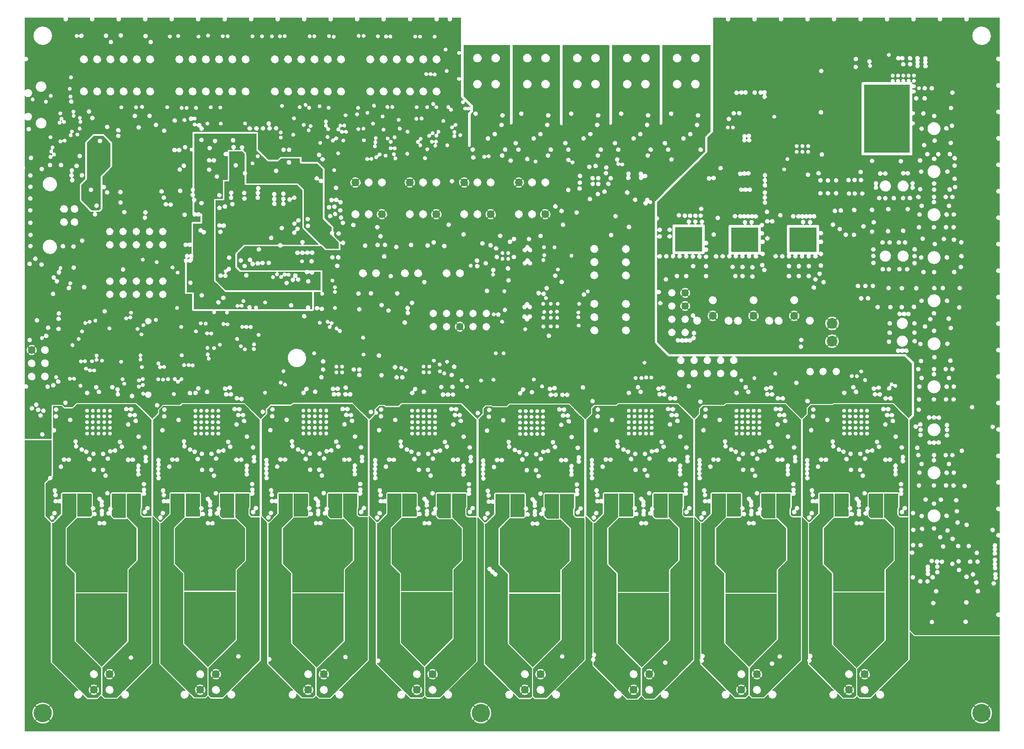
<source format=gbr>
G04 CAM350 V10.5 (Build 464) Date:  Wed Nov 01 10:35:18 2023 *
G04 Database: (Untitled) *
G04 Layer 11: l3 *
%FSLAX25Y25*%
%MOIN*%
%SFA1.000B1.000*%

%MIA0B0*%
%IPPOS*%
%ADD129C,0.04934*%
%ADD419C,0.02375*%
%ADD420C,0.01784*%
%ADD421C,0.04737*%
%ADD422C,0.05131*%
%ADD423C,0.07493*%
%ADD424C,0.13005*%
%LNl3*%
%LPD*%
G36*
X219158Y168214D02*
G01X209333D01*
X209306Y168220*
X209288Y168226*
X209261Y168238*
X209190Y168301*
X209149Y168394*
X209146Y168419*
X209145Y185426*
G75*
G02X209338Y185650I227J0*
G01X219504*
G02X219627Y185587I-62J-272*
G01X219862Y185351*
X219875Y185332*
X219889Y185308*
Y185307*
X219910Y185301*
Y175890*
X219882Y175884*
X219881Y175883*
G02X219760Y175765I-211J96*
G01X219621Y175628*
G03X219162Y174445I1297J-1184*
X219863Y173041I1757J0*
G01X219876Y173022*
X219877*
X219910Y173016*
Y168910*
X219891Y168904*
X219878Y168879*
X219865Y168861*
X219282Y168276*
X219185Y168220*
X219158Y168214*
G37*
G36*
X55836Y168114D02*
G01X46015D01*
X45988Y168120*
X45970Y168127*
X45943Y168139*
X45872Y168201*
X45831Y168294*
X45828Y168319*
X45827Y185332*
G02X46020Y185556I227J0*
G01X56183*
G02X56369Y185432I-41J-264*
G01X56524Y185276*
X56528Y185270*
X56544Y185251*
X56568Y185214*
X56592Y185208*
Y175790*
X56564Y175784*
X56563*
G02X56442Y175666I-211J96*
G01X56303Y175529*
G03X55844Y174345I1297J-1184*
X56545Y172941I1756J0*
G01X56558Y172923*
X56559*
X56592Y172916*
Y168817*
X56573Y168811*
X56542Y168761*
X55961Y168176*
X55863Y168120*
X55836Y168114*
G37*
G36*
X137627D02*
G01X127806D01*
X127779Y168120*
X127761Y168127*
X127734Y168139*
X127663Y168201*
X127622Y168294*
X127619Y168319*
X127618Y185332*
G02X127811Y185556I227J0*
G01X137975*
G02X138154Y185438I-44J-262*
G01X138315Y185276*
X138319Y185270*
X138335Y185251*
X138359Y185214*
X138383Y185208*
Y175790*
X138355Y175784*
X138354*
G02X138233Y175666I-211J96*
G01X138094Y175529*
G03X137635Y174345I1297J-1184*
X138336Y172941I1756J0*
G01X138349Y172923*
X138350*
X138383Y172916*
Y168817*
X138364Y168811*
X138333Y168761*
X137752Y168176*
X137654Y168120*
X137627Y168114*
G37*
G36*
X301210D02*
G01X291389D01*
X291362Y168120*
X291344Y168127*
X291317Y168139*
X291246Y168201*
X291205Y168294*
X291202Y168319*
X291201Y185332*
G02X291394Y185556I227J0*
G01X301557*
G02X301743Y185432I-41J-264*
G01X301898Y185276*
X301902Y185270*
X301918Y185251*
X301942Y185214*
X301966Y185208*
Y175790*
X301938Y175784*
X301937*
G02X301816Y175666I-211J96*
G01X301677Y175529*
G03X301218Y174345I1297J-1184*
X301919Y172941I1756J0*
G01X301932Y172923*
X301933*
X301966Y172916*
Y168817*
X301947Y168811*
X301916Y168761*
X301335Y168176*
X301237Y168120*
X301210Y168114*
G37*
G36*
X464793D02*
G01X454972D01*
X454945Y168120*
X454927Y168127*
X454900Y168139*
X454829Y168201*
X454788Y168294*
X454785Y168319*
X454784Y185332*
G02X454977Y185556I227J0*
G01X465140*
G02X465326Y185432I-41J-264*
G01X465481Y185276*
X465485Y185270*
X465501Y185251*
X465525Y185214*
X465549Y185208*
Y175790*
X465521Y175784*
X465520*
G02X465399Y175666I-211J96*
G01X465260Y175529*
G03X464801Y174345I1297J-1184*
X465502Y172941I1756J0*
G01X465515Y172923*
X465516*
X465549Y172916*
Y168817*
X465530Y168811*
X465499Y168761*
X464918Y168176*
X464820Y168120*
X464793Y168114*
G37*
G36*
X546093D02*
G01X536272D01*
X536245Y168120*
X536227Y168127*
X536200Y168139*
X536129Y168201*
X536088Y168294*
X536085Y168319*
X536084Y185332*
G02X536277Y185556I227J0*
G01X546440*
G02X546626Y185432I-41J-264*
G01X546781Y185276*
X546785Y185270*
X546801Y185251*
X546825Y185214*
X546849Y185208*
Y175790*
X546821Y175784*
X546820*
G02X546699Y175666I-211J96*
G01X546560Y175529*
G03X546101Y174345I1297J-1184*
X546802Y172941I1756J0*
G01X546815Y172923*
X546849Y172916*
Y168817*
X546830Y168811*
X546799Y168761*
X546218Y168176*
X546120Y168120*
X546093Y168114*
G37*
G36*
X627393D02*
G01X617572D01*
X617545Y168120*
X617527Y168127*
X617500Y168139*
X617429Y168201*
X617388Y168294*
X617385Y168319*
X617384Y185332*
G02X617577Y185556I227J0*
G01X627740*
G02X627926Y185432I-41J-264*
G01X628081Y185276*
X628085Y185270*
X628101Y185251*
X628125Y185214*
X628149Y185208*
Y175790*
X628121Y175784*
X628120*
G02X627999Y175666I-211J96*
G01X627860Y175529*
G03X627401Y174345I1297J-1184*
X628102Y172941I1756J0*
G01X628115Y172923*
X628116*
X628149Y172916*
Y168817*
X628130Y168811*
X628099Y168761*
X627518Y168176*
X627420Y168120*
X627393Y168114*
G37*
G36*
X382737Y167816D02*
G01X372916D01*
X372889Y167822*
X372871Y167828*
X372844Y167840*
X372773Y167903*
X372732Y167996*
X372729Y168021*
X372728Y185034*
G02X372921Y185258I227J0*
G01X383085*
X383124Y185245*
G02X383277Y185127I-53J-228*
G01X383408Y184996*
X383472Y184916*
X383493Y184909*
Y175492*
X383465Y175485*
X383464*
G02X383343Y175367I-211J96*
G01X383204Y175230*
G03X382745Y174046I1297J-1184*
X383446Y172643I1756J1*
G01X383459Y172624*
X383460*
X383493Y172618*
Y168518*
X383474Y168512*
X383453Y168475*
X383438Y168456*
X382861Y167878*
X382763Y167822*
X382737Y167816*
G37*
G36*
X491193Y167150D02*
G01X482336D01*
X482309Y167156*
X482291Y167162*
X482264Y167175*
X482244Y167187*
X482221Y167206*
X482212Y167212*
X480666Y168761*
X480635Y168811*
X480616Y168817*
Y172487*
X480650Y172493*
X480651Y172494*
G02X480728Y172568I190J-121*
G01X480910Y172730*
G03X481407Y173952I-1254J1222*
X480696Y175361I-1752J0*
G01X480648Y175417*
X480616Y175423*
Y185208*
X480640Y185214*
Y185215*
G02X481025Y185556I621J-313*
G01X491188*
G02X491381Y185332I-34J-224*
G01X491380Y167355*
X491377Y167330*
X491371Y167305*
X491321Y167218*
X491238Y167162*
X491220Y167156*
X491193Y167150*
G37*
G36*
X82237Y167069D02*
G01X73461D01*
X73434Y167075*
X73416Y167081*
X73389Y167094*
X73369Y167106*
X73346Y167125*
X73336Y167131*
X71710Y168761*
X71679Y168811*
X71660Y168817*
Y172487*
X71694Y172493*
X71695Y172494*
G02X71772Y172568I190J-121*
G01X71954Y172730*
G03X72451Y173952I-1255J1222*
X71740Y175361I-1752J0*
G02X71660Y175533I145J172*
G01Y175535*
Y185102*
X71673Y185189*
X71728Y185276*
X71960Y185507*
X71978Y185519*
X72013Y185538*
X72068Y185556*
X82232*
G02X82425Y185332I-34J-224*
G01X82424Y167274*
X82421Y167249*
X82415Y167225*
X82406Y167200*
X82393Y167175*
X82380Y167156*
X82365Y167137*
X82345Y167119*
X82309Y167094*
X82282Y167081*
X82264Y167075*
X82237Y167069*
G37*
G36*
X164028D02*
G01X155252D01*
X155225Y167075*
X155207Y167081*
X155180Y167094*
X155160Y167106*
X155137Y167125*
X155127Y167131*
X153501Y168761*
X153470Y168811*
X153451Y168817*
Y172487*
X153485Y172493*
X153486Y172494*
G02X153563Y172568I190J-121*
G01X153745Y172730*
G03X154242Y173952I-1255J1222*
X153531Y175361I-1752J0*
G02X153451Y175533I145J172*
G01Y175535*
Y185102*
X153464Y185189*
X153519Y185276*
X153752Y185507*
X153769Y185519*
X153804Y185538*
X153860Y185556*
X164023*
G02X164216Y185332I-34J-224*
G01X164215Y167274*
X164212Y167249*
X164206Y167225*
X164197Y167200*
X164184Y167175*
X164171Y167156*
X164156Y167137*
X164136Y167119*
X164100Y167094*
X164073Y167081*
X164055Y167075*
X164028Y167069*
G37*
G36*
X653795D02*
G01X645017D01*
X644990Y167075*
X644972Y167081*
X644945Y167094*
X644925Y167106*
X644902Y167125*
X644892Y167131*
X643346Y168674*
G02X643215Y168922I170J248*
G01X643216Y168942*
Y172375*
G02X643337Y172574I226J-1*
G03X644007Y173952I-1082J1378*
X643296Y175361I-1751J0*
G02X643216Y175533I145J172*
G01Y175535*
Y185102*
X643229Y185189*
X643284Y185276*
X643517Y185507*
X643534Y185519*
X643569Y185538*
X643625Y185556*
X653788*
G02X653984Y185331I-32J-226*
X653981Y185295I-230J1*
G01X653983Y167274*
X653979Y167249*
X653973Y167225*
X653964Y167200*
X653951Y167175*
X653938Y167156*
X653923Y167137*
X653903Y167119*
X653867Y167094*
X653840Y167081*
X653822Y167075*
X653795Y167069*
G37*
G36*
X572493Y166994D02*
G01X563791D01*
X563764Y167001*
X563746Y167007*
X563720Y167019*
X563700Y167032*
X563677Y167050*
X563667Y167057*
X561966Y168761*
X561935Y168811*
X561916Y168817*
Y172487*
X561950Y172493*
X561951Y172494*
G02X562028Y172568I190J-121*
G01X562210Y172730*
G03X562707Y173952I-1255J1222*
X561996Y175361I-1752J0*
G01X561948Y175417*
X561916Y175423*
Y185208*
X561940Y185214*
Y185215*
G02X562325Y185556I621J-313*
G01X572488*
G02X572681Y185332I-34J-224*
G01X572680Y167200*
X572677Y167175*
X572671Y167150*
X572621Y167063*
X572538Y167007*
X572520Y167001*
X572493Y166994*
G37*
G36*
X327306Y166986D02*
G01X327297Y166988D01*
Y166991*
X327296*
X319097*
G03X319096Y166990I0J-1*
G01Y166988*
X319085Y166985*
X318909Y166994*
X318882Y167001*
X318864Y167007*
X318785Y167057*
X317164Y168674*
G02X317033Y168922I170J248*
G01X317034Y168942*
Y172375*
G02X317155Y172574I226J-1*
G03X317825Y173952I-1082J1378*
X317114Y175361I-1751J0*
G02X317034Y175533I145J172*
G01Y175535*
Y185102*
X317047Y185189*
X317102Y185276*
X317334Y185507*
X317352Y185519*
X317387Y185538*
X317442Y185556*
X327606*
G02X327812Y185324I-28J-233*
X327799Y185245I-235J-2*
G01X327800Y167200*
G02X327612Y166994I-225J16*
G01X327306Y166986*
G37*
G36*
X245555Y166994D02*
G01X236949D01*
X236922Y167001*
X236904Y167007*
X236878Y167019*
X236858Y167032*
X236835Y167050*
X236825Y167057*
X235038Y168842*
X234997Y168904*
X234978Y168910*
Y172580*
X235012Y172587*
X235013*
G02X235090Y172661I190J-121*
G01X235272Y172823*
G03X235769Y174045I-1255J1222*
X235058Y175454I-1752J0*
G01X235010Y175510*
X234978Y175517*
Y185301*
X234999Y185307*
Y185308*
X235042Y185370*
X235180Y185507*
G02X235384Y185650I287J-193*
G01X245550*
G02X245743Y185426I-34J-224*
G01X245742Y167200*
X245739Y167175*
X245733Y167150*
X245683Y167063*
X245600Y167007*
X245582Y167001*
X245555Y166994*
G37*
G36*
X409138Y166603D02*
G01X400530D01*
X400503Y166609*
X400485Y166615*
X400459Y166627*
X400439Y166640*
X400416Y166658*
X400406Y166665*
X398616Y168456*
X398601Y168475*
X398580Y168512*
X398561Y168519*
Y172189*
X398595Y172195*
X398596*
G02X398673Y172269I190J-121*
G01X398855Y172431*
X399065Y172692*
G03X399352Y173653I-1465J961*
X398641Y175062I-1751J0*
G02X398561Y175235I145J172*
G01Y175237*
Y184822*
Y184826*
G02X398670Y185021I228J0*
G01X398839Y185189*
X398968Y185258*
X398969*
X409133*
G02X409326Y185034I-34J-224*
G01X409325Y166808*
X409322Y166783*
X409316Y166758*
X409307Y166733*
X409294Y166708*
X409281Y166690*
X409266Y166671*
X409246Y166652*
X409210Y166627*
X409183Y166615*
X409165Y166609*
X409138Y166603*
G37*
G36*
X552871Y54643D02*
G01X552839D01*
X552791Y54653*
X552773Y54659*
X552746Y54671*
X552710Y54696*
X535012Y72393*
X534971Y72456*
X534962Y72481*
X534956Y72505*
X534953Y72530*
X534952Y109810*
X573813*
Y75516*
X573794Y75510*
X573781Y75485*
X573768Y75466*
X553000Y54696*
X552964Y54671*
X552937Y54659*
X552919Y54653*
X552871Y54643*
G37*
G36*
X64210Y54874D02*
G01X64177D01*
X64129Y54883*
X64111Y54889*
X64085Y54901*
X64065Y54914*
X44758Y74210*
G02X44691Y74372I163J162*
X44698Y74428I230J0*
G01X44695Y109822*
G02X44888Y110046I227J0*
G01X83363*
G02X83556Y109822I-34J-224*
G01Y74229*
Y74228*
G02X83459Y74042I-228J0*
G01X64345Y54933*
X64275Y54889*
X64257Y54883*
X64210Y54874*
G37*
G36*
X389569Y54439D02*
G01X389528Y54442D01*
X389488Y54454*
X389461Y54466*
X389425Y54491*
X371659Y72257*
G02X371599Y72410I165J153*
G01Y72412*
X371596Y109741*
G02X371789Y109965I227J0*
G01X410265*
G02X410458Y109741I-34J-224*
G01Y75323*
G02X410361Y75137I-228J0*
G01X389750Y54528*
G02X389569Y54439I-180J138*
G37*
G36*
X307987Y55234D02*
G01X307954D01*
X307907Y55244*
X307889Y55250*
X307862Y55262*
X307842Y55275*
X290136Y72972*
G02X290069Y73132I158J160*
G01Y73134*
Y110817*
Y110830*
G02X290262Y111054I227J0*
G01X328737*
G02X328930Y110830I-34J-225*
G01X328929Y76188*
Y76186*
X328884Y76051*
X308123Y55293*
X308053Y55250*
X308035Y55244*
X307987Y55234*
G37*
G36*
X226427Y54159D02*
G01X226385Y54162D01*
X226345Y54174*
G02X226226Y54279I83J214*
G01Y54280*
X208076Y72431*
G02X208016Y72584I165J153*
G01Y72586*
X208014Y109978*
G02X208207Y110201I227J-1*
G01X246682*
G02X246875Y109978I-34J-225*
G01X246874Y74608*
Y74606*
X246829Y74471*
X226608Y54248*
G02X226427Y54159I-181J139*
G37*
G36*
X471798Y54364D02*
G01X471765D01*
X471718Y54373*
X471700Y54379*
X471673Y54391*
X471637Y54416*
X453712Y72337*
X453671Y72400*
X453662Y72425*
X453656Y72449*
X453653Y72474*
X453652Y110438*
X492513*
Y75006*
X492494Y75000*
X492481Y74975*
X492468Y74956*
X471927Y54416*
X471846Y54373*
X471798Y54364*
G37*
G36*
X144406Y54469D02*
G01X144373D01*
X144325Y54479*
X144307Y54485*
X144281Y54497*
X144245Y54522*
X126550Y72213*
G02X126489Y72367I164J154*
G01Y72369*
X126487Y111066*
G02X126680Y111290I227J0*
G01X165155*
G02X165348Y111066I-34J-224*
G01X165345Y75423*
Y75421*
X165300Y75286*
X144534Y54522*
X144498Y54497*
X144472Y54485*
X144454Y54478*
X144406Y54469*
G37*
G36*
X634170Y53922D02*
G01X634137D01*
X634090Y53931*
X634071Y53937*
X634045Y53950*
X634025Y53962*
X616312Y71666*
G02X616252Y71819I165J153*
G01Y71821*
Y110587*
Y110599*
G02X616445Y110824I227J1*
G01X654920*
G02X655113Y110600I-34J-224*
G01X655112Y74876*
Y74873*
X655067Y74739*
X634306Y53981*
X634236Y53937*
X634218Y53931*
X634170Y53922*
G37*
G36*
X142209Y31531D02*
G01X134145D01*
X134118Y31537*
X134100Y31544*
X134073Y31556*
X134053Y31569*
X134030Y31587*
X134020Y31593*
X131571Y34042*
X131534Y34079*
X131463Y34150*
X128408Y37205*
X128405Y37208*
X128336Y37277*
X125270Y40342*
X125268Y40345*
X125198Y40414*
X116624Y48987*
X116587Y49024*
X116516Y49095*
X108512Y57097*
G02X108373Y57340I141J242*
X108376Y57377I280J-4*
G01Y162995*
G02X108569Y163219I227J0*
G01X109194Y163225*
G03X109619Y163530I-95J580*
G01X116059Y169968*
G03X116151Y170204I-278J244*
G01X116152Y185214*
X116166Y185289*
X116176Y185314*
X116191Y185339*
G02X116462Y185556I335J-140*
G01X126625*
G02X126818Y185332I-34J-224*
G01X126817Y167965*
Y167963*
X126772Y167828*
X118786Y159835*
G03X118725Y159716I181J-168*
G01X118705Y159642*
X118702Y132166*
X118709Y132129*
X118737Y132048*
X118758Y132010*
X118779Y131979*
X125634Y125118*
G02X125690Y124969I-171J-149*
X125687Y124932I-229J0*
G01X125691Y72058*
X125698Y72020*
X125726Y71939*
X125747Y71902*
X125768Y71871*
X143951Y53676*
X143994Y53543*
G02X143990Y53502I-229J2*
G01Y49095*
X143989Y40414*
Y37289*
Y34150*
Y33341*
G02X143901Y33161I-226J-1*
G01X142334Y31593*
X142324Y31587*
X142301Y31568*
X142209Y31531*
G37*
G36*
X549996Y31454D02*
G01X542394D01*
Y31456*
Y31457*
X542312Y31481*
Y31482*
X539751Y34042*
X539714Y34079*
X539643Y34150*
X536587Y37205*
X536585Y37208*
X536515Y37277*
X533450Y40342*
X533447Y40345*
X533378Y40414*
X524768Y49023*
X524765Y49025*
X524696Y49095*
X516897Y56892*
G02X516842Y57039I170J147*
G01Y57048*
Y57315*
G02X517072Y57539I231J-7*
X517101Y57537I-1J-232*
G03X518754Y58694I1J1759*
X518860Y59296I-1653J601*
X518177Y60687I-1759J0*
G02X518104Y60853I152J166*
X518216Y61047I225J-1*
G01X518488Y61159*
X518731Y61302*
G03X519475Y62735I-1009J1433*
X519309Y63480I-1753J0*
X517722Y64488I-1587J-745*
X517138Y64388I0J-1753*
G02X517071Y64377I-70J218*
X516842Y64606I0J229*
G01Y162995*
G02X517035Y163219I227J0*
G01X517660Y163225*
G03X518085Y163530I-95J580*
G01X524524Y169968*
G03X524616Y170204I-278J244*
G01X524617Y185214*
X524631Y185289*
X524641Y185314*
X524656Y185339*
G02X524927Y185556I335J-140*
G01X535091*
G02X535284Y185332I-34J-224*
G01X535283Y167965*
Y167963*
X535238Y167828*
X527252Y159835*
G03X527191Y159716I181J-168*
G01X527171Y159642*
X527168Y132166*
X527175Y132129*
X527203Y132048*
X527224Y132010*
X527245Y131979*
X534099Y125118*
G02X534155Y124969I-171J-149*
X534152Y124932I-229J0*
G01X534156Y72232*
G03X534248Y72026I397J54*
G01X552387Y53888*
G02X552455Y53726I-167J-165*
G01X552454Y49095*
X552453Y40414*
Y37289*
X552452Y34150*
Y33926*
G02X552408Y33808I-225J17*
G01X550117Y31513*
X550055Y31475*
X550023Y31463*
X549996Y31457*
Y31456*
Y31454*
G37*
G36*
X223563Y31531D02*
G01X215577D01*
X215550Y31537*
X215532Y31544*
X215505Y31556*
X215485Y31569*
X215462Y31587*
X215452Y31593*
X213003Y34042*
X212966Y34079*
X212896Y34150*
X209840Y37205*
X209837Y37208*
X209768Y37277*
X206703Y40342*
X206700Y40345*
X206631Y40414*
X198022Y49023*
X198019Y49025*
X197950Y49095*
X190027Y57016*
Y57017*
G02X189900Y57236I126J219*
X189903Y57278I252J3*
G01X189904Y58441*
Y58442*
G02X190129Y58667I225J0*
X190161Y58665I2J-225*
G01X190564Y58617*
G03X191612Y58976I1J1707*
X192263Y59946I-950J1341*
X192314Y60367I-1701J420*
X190561Y62119I-1752J0*
G01X190165Y62074*
G02X190126Y62070I-42J219*
X189903Y62293I0J223*
G01Y62298*
Y163088*
G02X190096Y163312I227J0*
G01X190726Y163318*
G03X191146Y163623I-116J602*
G01X197593Y170067*
X197630Y170123*
X197650Y170167*
X197670Y170229*
X197676Y170266*
X197679Y185314*
G02X197770Y185494I226J-1*
X197986Y185650I283J-164*
G01X208152*
G02X208345Y185426I-34J-224*
G01Y168064*
Y168062*
X208300Y167927*
X200313Y159934*
X200272Y159872*
X200258Y159841*
X200232Y159741*
X200229Y132259*
G03X200346Y132029I395J56*
G01X207146Y125230*
X207175Y125193*
X207190Y125168*
X207214Y125162*
Y72313*
G03X207333Y72045I388J12*
G01X225372Y54012*
G02X225526Y53785I-90J-226*
X225517Y53720I-244J1*
G01Y53719*
Y49095*
X225516Y40414*
Y37289*
Y34150*
Y33491*
G02X225429Y33335I-224J23*
G01X223688Y31593*
X223590Y31537*
X223563Y31531*
G37*
G36*
X306009Y31376D02*
G01X297633D01*
X297606Y31382*
X297588Y31388*
X297562Y31401*
X297542Y31413*
X294876Y34078*
X294873Y34081*
X294804Y34150*
X291783Y37169*
X291746Y37207*
X291675Y37277*
X288610Y40342*
X288607Y40345*
X288538Y40414*
X279962Y48987*
X279924Y49024*
X279854Y49095*
X272029Y56917*
X271995Y56960*
X271981Y56985*
X271960Y57060*
X271959Y57365*
G02X272185Y57588I225J-2*
X272287Y57564I1J-226*
G01X272552Y57495*
X272616Y57489*
G03X272888Y57467I268J1615*
X273910Y57825I0J1637*
X274610Y59226I-1051J1400*
X274421Y60017I-1751J0*
X272860Y60977I-1562J-791*
X272266Y60873I0J-1751*
G02X272184Y60858I-81J210*
X271959Y61083I0J225*
G01Y61085*
Y162995*
G02X272152Y163219I227J0*
G01X272777Y163225*
G03X273202Y163530I-95J580*
G01X279641Y169968*
G03X279733Y170204I-278J244*
G01X279734Y185214*
X279748Y185289*
X279758Y185314*
X279773Y185339*
G02X280045Y185556I335J-141*
G01X290208*
G02X290401Y185332I-34J-224*
G01X290400Y167965*
Y167963*
X290355Y167828*
X282369Y159835*
G03X282308Y159716I181J-168*
G01X282288Y159642*
X282285Y132166*
X282292Y132129*
X282320Y132048*
X282341Y132010*
X282362Y131979*
X289216Y125118*
G02X289272Y124969I-171J-149*
X289269Y124932I-229J0*
G01X289274Y72816*
X289281Y72779*
X289317Y72686*
X289358Y72624*
X307504Y54472*
G02X307572Y54311I-167J-165*
G01Y49095*
X307571Y40414*
Y37289*
X307570Y34150*
Y32968*
X307525Y32831*
X306179Y31481*
G02X306036Y31382I-239J192*
G01X306009Y31376*
G37*
G36*
X387754Y31065D02*
G01X379454D01*
X379427Y31071*
X379409Y31077*
X379383Y31090*
X379363Y31102*
X379339Y31121*
X379330Y31127*
X376378Y34078*
X376376Y34080*
X376306Y34150*
X373287Y37169*
X373249Y37207*
X373179Y37277*
X370149Y40306*
X370112Y40343*
X370042Y40414*
X361468Y48987*
X361431Y49024*
X361360Y49095*
X353549Y56904*
X353508Y56967*
X353490Y57041*
X353487Y128567*
X353486Y162696*
G02X353679Y162920I227J0*
G01X354308Y162926*
X354419Y162957*
X354420*
X354487Y162995*
X361160Y169657*
X361206Y169719*
X361226Y169756*
X361251Y169831*
X361258Y169868*
X361262Y184860*
G02X361259Y184898I260J40*
X361315Y185059I261J-1*
X361571Y185258I450J-315*
G01X371735*
G02X371928Y185034I-34J-224*
G01X371926Y167666*
Y167664*
X371881Y167529*
X363896Y159536*
G03X363835Y159418I181J-168*
G01X363815Y159343*
X363812Y131867*
X363819Y131830*
G03X363910Y131656I352J73*
G01X370727Y124838*
G02X370796Y124677I-166J-166*
G01Y124493*
X370800Y72101*
X370807Y72064*
X370835Y71983*
X370905Y71883*
X389046Y53738*
G02X389103Y53588I-171J-151*
X389099Y53545I-229J0*
G01Y49095*
X389098Y40414*
Y37289*
Y34150*
X389097Y32439*
X389053Y32303*
X387878Y31127*
X387781Y31071*
X387754Y31065*
G37*
G36*
X631969Y31295D02*
G01X623909D01*
X623882Y31301*
X623864Y31307*
X623838Y31320*
X623817Y31332*
X623794Y31351*
X623785Y31357*
X621064Y34078*
X621061Y34080*
X620992Y34150*
X617936Y37206*
X617934Y37208*
X617865Y37277*
X614800Y40343*
X614798Y40344*
X614728Y40414*
X606155Y48987*
X606118Y49024*
X606048Y49095*
X598238Y56905*
X598164Y56998*
X598143Y57072*
X598142Y57402*
Y57403*
G02X598335Y57626I226J0*
G01X598566Y57632*
G03X599506Y57987I-101J1689*
X600195Y59225I-1066J1404*
G01X600202Y59380*
G03X599528Y60761I-1752J0*
G02X599456Y60926I153J165*
X599583Y61128I225J-1*
G01X599719Y61178*
G03X600125Y61408I-440J1250*
X600831Y62814I-1046J1406*
X600645Y63600I-1752J0*
X599079Y64566I-1566J-786*
X598436Y64444I-1J-1752*
G02X598368Y64433I-70J215*
X598142Y64659I0J226*
G01Y64668*
Y162995*
G02X598335Y163219I227J0*
G01X598960Y163225*
G03X599385Y163530I-95J580*
G01X605824Y169968*
G03X605916Y170204I-278J244*
G01X605917Y185214*
X605931Y185289*
X605941Y185314*
X605956Y185339*
G02X606227Y185556I335J-140*
G01X616391*
G02X616584Y185332I-34J-224*
G01X616583Y167965*
Y167963*
X616538Y167828*
X608552Y159835*
G03X608491Y159716I181J-168*
G01X608471Y159642*
X608468Y132166*
X608475Y132129*
X608503Y132048*
X608524Y132010*
X608545Y131979*
X615399Y125118*
G02X615455Y124969I-171J-149*
X615452Y124932I-229J0*
G01X615457Y71504*
X615464Y71467*
G03X615551Y71299I345J72*
G01X633687Y53160*
G02X633755Y52998I-167J-165*
G01Y49095*
X633754Y40414*
Y37289*
Y34150*
X633753Y33111*
X633708Y32974*
X632093Y31357*
X631996Y31301*
X631969Y31295*
G37*
G36*
X468404Y30673D02*
G01X460810D01*
X460783Y30679*
X460765Y30685*
X460739Y30698*
X460719Y30710*
X460695Y30729*
X460686Y30735*
X457379Y34042*
X457342Y34079*
X457272Y34150*
X456699Y34722*
X456685Y34741*
X456469Y35158*
G03X455649Y36054I-2626J-1580*
G01X455194Y36333*
X455019Y36414*
X454999Y36427*
X454976Y36445*
X454250Y37170*
X454213Y37208*
X454143Y37278*
X451078Y40342*
X451076Y40345*
X451007Y40414*
X442397Y49023*
X442394Y49025*
X442325Y49095*
X435609Y55810*
G02X435543Y55947I158J160*
G01X435542Y58261*
Y58272*
G02X435781Y58511I239J0*
X435807Y58509I-6J-242*
G03X436956Y60157I-607J1648*
X436284Y61539I-1756J0*
G02X436210Y61706I151J167*
X436321Y61900I225J0*
G01X436592Y62011*
X436624Y62030*
G03X436871Y62186I-318J778*
X437577Y63593I-1049J1407*
X437503Y64098I-1755J1*
X435822Y65348I-1681J-505*
G01X435730Y65346*
G02X435543Y65551I38J222*
G01X435542Y162995*
G02X435735Y163219I227J0*
G01X436360Y163225*
G03X436785Y163530I-95J580*
G01X443224Y169968*
G03X443316Y170204I-278J244*
G01X443317Y185214*
X443331Y185289*
X443341Y185314*
X443356Y185339*
G02X443627Y185556I335J-140*
G01X453791*
G02X453984Y185332I-34J-224*
G01X453983Y167965*
Y167963*
X453938Y167828*
X445952Y159835*
G03X445891Y159716I181J-168*
G01X445871Y159642*
X445868Y132166*
X445875Y132129*
X445903Y132048*
X445924Y132010*
X445945Y131979*
X452799Y125118*
G02X452855Y124969I-171J-149*
X452852Y124932I-229J0*
G01X452857Y72176*
X452864Y72138*
G03X452951Y71970I344J72*
G01X471087Y53832*
X471116Y53794*
X471131Y53769*
X471155Y53670*
Y49095*
X471154Y40414*
Y37289*
X471153Y34150*
Y33497*
G02X471066Y33273I-228J-40*
G01X471011Y33211*
X468528Y30735*
X468431Y30679*
X468404Y30673*
G37*
G36*
X60622Y31065D02*
G01X53726D01*
X53699Y31071*
X53681Y31077*
X53655Y31090*
X53635Y31102*
X53611Y31121*
X53602Y31127*
X50650Y34078*
X50648Y34081*
X50578Y34150*
X47523Y37205*
X47520Y37208*
X47451Y37277*
X44421Y40306*
X44384Y40343*
X44314Y40414*
X35704Y49023*
X35701Y49025*
X35632Y49095*
X26652Y58074*
X26607Y58136*
X26597Y58161*
X26590Y58186*
X26586Y58211*
X26585Y162995*
G02X26778Y163219I227J0*
G01X27407Y163225*
X27520Y163256*
X27588Y163293*
X27621Y163318*
X34258Y169955*
X34304Y170018*
X34324Y170055*
X34349Y170130*
X34356Y170167*
X34360Y185214*
X34374Y185289*
X34384Y185314*
X34399Y185339*
G02X34671Y185556I335J-141*
G01X44834*
G02X45027Y185332I-34J-224*
G01X45026Y167965*
Y167963*
X44981Y167828*
X36995Y159835*
G03X36934Y159716I181J-168*
G01X36914Y159642*
X36911Y132166*
X36918Y132129*
X36946Y132048*
X36967Y132010*
X36988Y131979*
X43842Y125118*
G02X43898Y124969I-171J-149*
X43895Y124932I-229J0*
G01X43899Y74054*
X43906Y74017*
X43934Y73936*
X43955Y73899*
X43976Y73868*
X63663Y54174*
G02X63719Y54024I-171J-149*
X63716Y53987I-229J0*
G01X63715Y49095*
X63714Y40414*
Y37289*
Y34187*
Y34185*
G02X63711Y34150I-227J2*
X63706Y34126I-223J34*
G01X63703Y34118*
X63626Y34007*
X60746Y31127*
X60649Y31071*
X60622Y31065*
G37*
G36*
X75364Y31220D02*
G01X66596D01*
X66569Y31226*
X66551Y31233*
X66524Y31245*
X66504Y31258*
X66481Y31276*
X66471Y31282*
X64646Y33105*
G02X64516Y33372I170J248*
G01X64513Y33428*
X64516Y33478*
G02X64502Y33603I555J125*
X64557Y33845I569J-2*
G01X64587Y33957*
X64588*
X64589Y37282*
X64591Y45963*
X64592Y49082*
X64593Y52227*
X64594Y53950*
X64618Y54049*
X64633Y54074*
X64662Y54112*
X72070Y61520*
X72139Y61589*
X72142Y61592*
X84236Y73687*
G03X84352Y73917I-271J281*
G01X84356Y108746*
X84396Y108939*
X84400Y127874*
G02X84468Y128036I226J0*
G01X91237Y134804*
G03X91339Y135046I-256J250*
G01X91344Y135077*
X91343Y159605*
G03X91219Y159878I-418J-25*
G01X83621Y167473*
X83620*
X83376Y167573*
G02X83203Y167803I67J230*
X83225Y167902I240J-1*
G01Y167903*
Y185332*
G02X83418Y185556I227J0*
G01X93581*
G02X93703Y185494I-53J-256*
G01X93822Y185376*
G02X93896Y185207I-155J-169*
X93891Y185158I-229J-1*
G01X93890Y175081*
G02X93755Y174870I-237J3*
G01Y174869*
X93402Y174515*
X93310Y174316*
X93308Y174310*
X93303Y169483*
X93312Y169433*
G03X93403Y169259I352J73*
G01X94798Y167871*
X94823Y167840*
X94932Y167735*
G03X95145Y167654I233J291*
G01X101474Y167648*
G02X101628Y167548I-36J-224*
X101682Y167354I-325J-195*
X101667Y167250I-379J2*
G01Y167249*
X101665Y61520*
X101664Y57551*
X101620Y57415*
X96433Y52227*
X96362Y52156*
X93315Y49109*
X93245Y49038*
X93207Y49001*
X90170Y45963*
X90100Y45893*
X90098Y45891*
X81491Y37282*
X81421Y37212*
X81420Y37211*
X80605Y36396*
X80135Y36122*
X79986Y36010*
G03X79063Y34859I1862J-2439*
G01X79048Y34840*
X75489Y31282*
X75391Y31226*
X75364Y31220*
G37*
G36*
X563802Y31612D02*
G01X555420D01*
X555393Y31618*
X555375Y31624*
X555348Y31637*
X555328Y31649*
X555305Y31668*
X555295Y31674*
X553316Y33652*
X553274Y33715*
X553256Y33789*
Y37282*
Y45963*
Y49081*
Y49082*
X553257Y52227*
Y53751*
X553323Y53888*
X556427Y56992*
X556494Y57059*
G02X556501Y57066I74J-67*
G01X561840Y62407*
X561910Y62476*
X561912Y62479*
X574524Y75093*
X574568Y75162*
X574600Y75249*
X574608Y75286*
X574613Y109293*
X574654Y109499*
X574656Y127874*
G02X574724Y128036I226J0*
G01X581493Y134804*
G03X581595Y135046I-255J250*
G01X581600Y135077*
X581599Y159605*
G03X581475Y159878I-418J-25*
G01X573878Y167473*
X573877*
X573632Y167573*
G02X573459Y167803I67J230*
X573481Y167902I240J-1*
G01Y167903*
Y185332*
G02X573674Y185556I227J0*
G01X583838*
G02X583960Y185494I-53J-256*
G01X584079Y185376*
G02X584153Y185207I-155J-169*
X584148Y185158I-229J-1*
G01X584147Y175081*
G02X584024Y174882I-292J43*
G01X583658Y174515*
X583566Y174316*
X583564Y174310*
X583559Y169483*
X583568Y169433*
G03X583659Y169259I352J73*
G01X585055Y167871*
X585080Y167840*
X585189Y167735*
G03X585402Y167654I232J291*
G01X591731Y167648*
G02X591885Y167548I-36J-224*
X591939Y167354I-325J-195*
X591924Y167250I-379J2*
G01Y167249*
Y62406*
Y59766*
X591879Y59629*
X589242Y56991*
X589172Y56922*
X589170Y56920*
X584477Y52227*
X584408Y52157*
X584406Y52155*
X581359Y49109*
X581290Y49039*
X581288Y49037*
X578214Y45963*
X578144Y45893*
X578142Y45891*
X569534Y37282*
X569464Y37212*
X569462Y37210*
X563927Y31674*
X563829Y31618*
X563802Y31612*
G37*
G36*
X644376Y31454D02*
G01X636402D01*
Y31456*
Y31457*
X636320Y31481*
Y31482*
X634615Y33180*
X634574Y33242*
X634556Y33316*
X634555Y37282*
Y45963*
Y49081*
Y52227*
Y52998*
G02X634681Y53222I270J-5*
G01X655812Y74353*
X655856Y74415*
X655879Y74459*
X655900Y74521*
X655911Y74589*
X655913Y110457*
X655954Y110662*
X655956Y127874*
G02X656024Y128036I226J0*
G01X662793Y134804*
G03X662895Y135046I-255J250*
G01X662900Y135077*
X662899Y159605*
G03X662775Y159878I-418J-25*
G01X655178Y167473*
X655177*
X654932Y167573*
G02X654759Y167803I67J230*
X654781Y167902I240J-1*
G01Y167903*
Y185332*
G02X654974Y185556I227J0*
G01X665138*
G02X665260Y185494I-53J-256*
G01X665379Y185376*
G02X665453Y185207I-155J-169*
X665448Y185158I-229J-1*
G01X665447Y175081*
G02X665324Y174882I-292J43*
G01X664958Y174515*
X664866Y174316*
X664864Y174310*
X664859Y169483*
X664868Y169433*
G03X664959Y169259I352J73*
G01X666355Y167871*
X666380Y167840*
X666489Y167735*
G03X666702Y167654I232J291*
G01X673030Y167648*
G02X673184Y167548I-36J-224*
X673238Y167354I-325J-195*
X673223Y167250I-379J2*
G01Y167249*
X673220Y60313*
G02X673175Y60195I-225J18*
G01X665208Y52227*
X665138Y52157*
X665137Y52155*
X662090Y49109*
X662020Y49038*
X662019*
X658945Y45963*
X658874Y45892*
X658837Y45855*
X650265Y37282*
X650196Y37212*
X650194Y37211*
X644497Y31513*
X644435Y31475*
X644403Y31463*
X644376Y31457*
Y31456*
Y31454*
G37*
G36*
X155238D02*
G01X146700D01*
Y31456*
Y31457*
X146618Y31481*
Y31482*
X144851Y33242*
G02X144791Y33397I165J153*
G01X144790Y37282*
Y45963*
Y49081*
Y52227*
Y53502*
G02X144788Y53536I257J32*
X144879Y53732I257J0*
G01X153649Y62503*
X153720Y62574*
X166039Y74894*
X166109Y74994*
X166137Y75074*
X166144Y75112*
X166148Y108435*
X166189Y108640*
X166191Y127874*
G02X166259Y128036I226J0*
G01X173028Y134804*
G03X173130Y135046I-255J250*
G01X173135Y135077*
X173134Y159605*
G03X173010Y159878I-418J-25*
G01X165412Y167473*
X165411*
X165167Y167573*
G02X164994Y167803I67J230*
X165016Y167902I240J-1*
G01Y167903*
Y185332*
G02X165209Y185556I227J0*
G01X175372*
G02X175495Y185494I-52J-256*
G01X175614Y185376*
G02X175688Y185207I-155J-169*
X175683Y185158I-229J-1*
G01X175682Y175081*
G02X175559Y174882I-291J43*
G01X175193Y174515*
X175101Y174316*
X175099Y174310*
X175094Y169483*
X175103Y169433*
X175128Y169358*
X175168Y169290*
X175194Y169259*
X176589Y167871*
X176614Y167840*
X176723Y167735*
G03X176936Y167654I233J291*
G01X183265Y167648*
G02X183419Y167548I-36J-224*
X183473Y167354I-325J-195*
X183458Y167250I-379J2*
G01Y167249*
Y62503*
Y59704*
G02X183367Y59523I-227J1*
G01X176071Y52227*
X176001Y52157*
X175999Y52155*
X172953Y49109*
X172884Y49039*
X172882Y49037*
X169807Y45963*
X169738Y45893*
X169736Y45891*
X161128Y37282*
X161058Y37212*
X161056Y37210*
X155359Y31513*
X155297Y31475*
X155265Y31463*
X155238Y31457*
Y31456*
Y31454*
G37*
G36*
X319347Y31376D02*
G01X310113D01*
X310086Y31382*
X310068Y31388*
X310042Y31401*
X310022Y31413*
X308427Y32999*
G02X308368Y33152I168J153*
G01X308372Y33192*
Y37282*
Y45963*
Y49081*
Y49082*
Y52227*
Y54311*
G02X308440Y54472I235J-4*
G01X329644Y75684*
X329681Y75740*
X329701Y75784*
X329721Y75846*
X329727Y75883*
X329730Y107496*
X329770Y107688*
X329774Y127874*
G02X329842Y128036I226J0*
G01X336611Y134804*
G03X336713Y135046I-256J250*
G01X336718Y135077*
X336717Y159605*
G03X336593Y159878I-418J-25*
G01X328995Y167473*
X328994*
X328750Y167573*
G02X328577Y167803I67J230*
X328599Y167902I240J-1*
G01Y167903*
Y185332*
G02X328792Y185556I227J0*
G01X338955*
G02X339077Y185494I-53J-256*
G01X339196Y185376*
G02X339270Y185207I-155J-169*
X339265Y185158I-229J-1*
G01X339264Y175081*
G02X339129Y174870I-237J3*
G01Y174869*
X338776Y174515*
X338684Y174316*
X338682Y174310*
X338677Y169483*
X338686Y169433*
X338711Y169358*
X338751Y169290*
X338777Y169259*
X340172Y167871*
X340197Y167840*
X340306Y167735*
G03X340519Y167654I233J291*
G01X346848Y167648*
G02X347002Y167548I-36J-224*
X347056Y167354I-325J-195*
X347041Y167250I-379J2*
G01Y167249*
Y59100*
Y59098*
X346996Y58963*
X340260Y52227*
X340190Y52157*
X340189Y52155*
X337143Y49109*
X337073Y49039*
X337071Y49037*
X333997Y45963*
X333927Y45893*
X333926Y45891*
X325318Y37282*
X325248Y37212*
X325246Y37211*
X324425Y36389*
X323864Y36047*
X323812Y36004*
G03X322907Y34878I1707J-2299*
G01X322894Y34859*
X319517Y31481*
G02X319374Y31382I-239J192*
G01X319347Y31376*
G37*
G36*
X399688Y31065D02*
G01X391355D01*
X391328Y31071*
X391310Y31077*
X391284Y31090*
X391264Y31102*
X391240Y31121*
X391231Y31127*
X389959Y32396*
X389918Y32458*
X389900Y32533*
X389899Y37282*
Y45963*
Y49081*
Y52227*
Y53409*
X389895Y53449*
G02X389987Y53633I228J1*
G01X398762Y62407*
X398831Y62475*
X398834Y62479*
X411156Y74801*
X411202Y74863*
X411222Y74900*
X411247Y74975*
X411254Y75012*
X411258Y110226*
X411299Y110432*
X411301Y127575*
X411325Y127675*
X411340Y127700*
X411369Y127737*
X418160Y134536*
X418200Y134598*
X418214Y134629*
X418240Y134729*
X418244Y159325*
X418239Y159362*
X418219Y159424*
G03X418131Y159567I-265J-64*
G01X410522Y167175*
X410521*
X410278Y167274*
G02X410104Y167505I66J231*
X410126Y167604I240J-1*
G01Y185034*
G02X410319Y185258I227J0*
G01X420483*
G02X420605Y185196I-53J-256*
G01X420724Y185077*
X420728Y185071*
X420744Y185052*
X420768Y185015*
X420792Y185009*
Y174720*
X420773Y174714*
X420742Y174664*
X420438Y174353*
G03X420221Y174067I260J-422*
X420192Y173917I374J-150*
X420208Y173806I404J2*
G01X420207Y169184*
X420231Y169084*
X420240Y169060*
X420281Y168991*
X421833Y167436*
G03X422046Y167355I233J291*
G01X428375Y167349*
G02X428529Y167249I-36J-224*
X428583Y167055I-325J-195*
X428568Y166951I-379J2*
G01Y62406*
Y59971*
G02X428471Y59785I-228J0*
G01X420913Y52227*
X420842Y52156*
X420805Y52119*
X417795Y49109*
X417725Y49039*
X417723Y49037*
X414648Y45963*
X414579Y45893*
X414577Y45891*
X405967Y37282*
X405898Y37212*
X405896Y37210*
X399812Y31127*
X399715Y31071*
X399688Y31065*
G37*
G36*
X236380Y31245D02*
G01X228577D01*
X228550Y31251*
X228532Y31257*
X228505Y31270*
X228485Y31282*
X228462Y31301*
X228452Y31307*
X226379Y33379*
G02X226319Y33534I165J153*
G01X226318Y37282*
Y45963*
X226317Y49081*
Y52227*
Y52731*
G02X226385Y52892I235J-4*
G01X235501Y62012*
X235571Y62081*
X235573Y62083*
X247589Y74104*
X247626Y74160*
X247646Y74204*
X247666Y74266*
X247672Y74303*
X247675Y107415*
X247716Y107620*
X247718Y127924*
G02X247715Y127964I307J43*
X247901Y128247I308J0*
G01X254537Y134884*
G03X254659Y135121I-262J285*
G01X254661Y159723*
X254656Y159760*
X254635Y159822*
G03X254570Y159940I-286J-81*
G01X246945Y167560*
Y167561*
X246681Y167673*
G02X246522Y167898I80J225*
X246543Y167996I239J0*
G01Y185426*
G02X246736Y185650I227J0*
G01X256903*
G02X257125Y185488I-40J-288*
G01X257189Y185407*
X257210Y185401*
Y175112*
X257191Y175106*
X257178Y175081*
X257165Y175062*
X256707Y174596*
X256666Y174534*
X256652Y174503*
X256626Y174403*
X256623Y169570*
X256630Y169532*
G03X256721Y169358I352J73*
G01X258216Y167865*
X258226Y167859*
X258466Y167753*
X264792Y167747*
G02X264946Y167648I-35J-224*
X265000Y167454I-325J-195*
X264985Y167349I-379J1*
G01X264982Y62011*
Y59878*
X264937Y59741*
X257423Y52227*
X257353Y52157*
X257351Y52155*
X254305Y49109*
X254236Y49039*
X254233Y49037*
X251159Y45963*
X251090Y45893*
X251088Y45891*
X242479Y37282*
X242409Y37212*
X242407Y37210*
X236505Y31307*
X236407Y31251*
X236380Y31245*
G37*
G36*
X481352Y30673D02*
G01X474538D01*
X474511Y30679*
X474493Y30685*
X474466Y30698*
X474446Y30710*
X474423Y30729*
X474414Y30735*
X472016Y33130*
G02X471956Y33285I165J153*
G01X471955Y37282*
Y45963*
Y49081*
Y52227*
Y53216*
G02X472023Y53378I235J-3*
G01X476426Y57782*
X476496Y57851*
X476499Y57854*
X493224Y74583*
X493268Y74651*
X493300Y74739*
X493308Y74776*
X493313Y110307*
X493354Y110513*
X493356Y127874*
G02X493424Y128036I226J0*
G01X500193Y134804*
G03X500295Y135046I-256J250*
G01X500300Y135077*
X500299Y159605*
G03X500175Y159878I-418J-25*
G01X492578Y167473*
X492577*
X492332Y167573*
G02X492159Y167803I67J230*
X492181Y167902I240J-1*
G01Y167903*
Y185332*
G02X492374Y185556I227J0*
G01X502538*
G02X502660Y185494I-53J-256*
G01X502779Y185376*
G02X502853Y185207I-155J-169*
X502848Y185158I-229J-1*
G01X502847Y175081*
G02X502724Y174882I-292J43*
G01X502358Y174515*
X502266Y174316*
X502264Y174310*
X502259Y169483*
X502268Y169433*
G03X502359Y169259I352J73*
G01X503755Y167871*
X503780Y167840*
X503889Y167735*
G03X504102Y167654I232J291*
G01X510430Y167648*
G02X510584Y167548I-36J-224*
X510638Y167354I-325J-195*
X510623Y167250I-379J2*
G01Y167249*
Y59971*
G02X510526Y59785I-228J0*
G01X508523Y57781*
X508453Y57712*
X508451Y57710*
X502968Y52227*
X502898Y52157*
X502896Y52155*
X499850Y49109*
X499779Y49038*
X499742Y49001*
X496704Y45963*
X496634Y45893*
X496632Y45891*
X488023Y37282*
X487954Y37212*
X487952Y37210*
X481476Y30735*
X481379Y30679*
X481352Y30673*
G37*
G36*
X654968Y111639D02*
G01X616440D01*
X616413Y111645*
X616395Y111651*
G02X616252Y111893I81J211*
G01X616250Y125274*
X616245Y125311*
X616224Y125373*
G03X616154Y125498I-283J-76*
G01X609327Y132322*
G02X609267Y132521I163J158*
G01X609264Y159281*
G02X609263Y159309I289J24*
G01X609303Y159455*
X609317Y159474*
X612992Y163148*
X613058Y163215*
G02X613066Y163223I75J-67*
G01X617087Y167243*
X617209Y167305*
Y167306*
X627659Y167312*
X627774Y167343*
X627842Y167380*
X628816Y168344*
X628841Y168375*
X628963Y168606*
G02X629168Y168720I205J-127*
X629373Y168606I0J-241*
G01Y168605*
X629506Y168525*
G03X630344Y168312I839J1546*
X632078Y169778I0J1759*
G01X632092Y169875*
G03X631869Y170926I-1555J219*
X631411Y171448I-1175J-569*
X630355Y171821I-1056J-1308*
X629507Y171591I1J-1681*
G01X629295Y171455*
G02X629173Y171419I-122J188*
X628949Y171654I0J224*
G01Y172375*
G02X629142Y172599I232J-4*
G01X629152*
G03X630799Y173746I-1J1757*
X630218Y175753I-1647J611*
X629346Y176101I-971J-1166*
G01X629305Y176107*
X629137Y176114*
G02X628948Y176337I37J223*
X628949Y176362I226J3*
G01X628948Y181554*
X628947Y185413*
G03X628861Y185625I-399J-38*
G01X628842Y185644*
X628804Y185682*
X628734Y185752*
X628213Y186272*
X628212*
X628018Y186359*
X605958*
G03X605713Y186234I23J-347*
G01X605392Y185911*
G03X605118Y185488I400J-559*
G01X605117Y184353*
Y181445*
Y181443*
G02X604891Y181218I-225J0*
X604809Y181233I-1J225*
G01X604561Y181358*
G03X603877Y181503I-682J-1529*
X602805Y181115I0J-1674*
G01X602560Y180891*
G02X602407Y180831I-154J167*
X602253Y180891I0J227*
G01X602067Y181071*
G03X600936Y181475I-1131J-1381*
X599820Y181084I-1J-1785*
X599179Y179727I1116J-1357*
X599580Y178611I1757J1*
X600936Y177970I1357J1116*
X602270Y178583I0J1757*
G02X602423Y178641I153J-172*
X602487Y178632I0J-231*
X602696Y178459I-229J-489*
G01X602781Y178384*
G03X603894Y177986I1112J1355*
X604814Y178247I0J1753*
G02X604900Y178265I87J-199*
X605117Y178048I0J-217*
G01Y178036*
X605115Y170813*
Y170497*
G02X605070Y170341I-239J-15*
G01X602091Y167361*
X602021Y167291*
X602020Y167290*
X598820Y164089*
X598722Y164033*
X598695Y164027*
X597962*
X597961*
X597837Y164089*
X594669Y167257*
X594631Y167294*
X594561Y167365*
X593319Y168606*
G02X593259Y168761I165J153*
G01Y170813*
Y187951*
X593258Y192654*
Y200746*
Y218800*
Y224919*
Y228552*
Y230848*
Y233367*
Y235180*
Y237737*
Y241242*
Y241541*
X593271Y241615*
X593326Y241702*
X595531Y243911*
X595598Y243977*
G02X595606Y243985I75J-67*
G01X597053Y245435*
G03X597136Y245584I-198J208*
G01X597143Y245603*
X597154Y245665*
X597156Y249018*
Y249857*
G02X597244Y250038I227J2*
G01X599456Y252252*
X599471Y252265*
G02X599626Y252358I203J-162*
G01X615997Y252364*
G03X616435Y252669I-86J590*
G01X616842Y253073*
X616972Y253142*
X661529*
X661568Y253129*
G02X661714Y253017I-57J-225*
G01X661715*
X665344Y249387*
G02X665351Y249380I-67J-74*
G01X665418Y249313*
X669869Y244861*
G02X669876Y244854I-67J-74*
G01X669943Y244787*
X672779Y241951*
G02X672828Y241783I-176J-143*
G01X672820Y241665*
G03X672955Y241230I700J-21*
G01X673170Y240999*
G02X673223Y240856I-173J-145*
G01Y240452*
Y237737*
Y235180*
Y233367*
Y230848*
Y228552*
Y224608*
Y220347*
Y218051*
Y215589*
Y213154*
Y206655*
Y192654*
Y174543*
X673222Y168668*
X673219Y168643*
X673213Y168618*
X673163Y168531*
X673080Y168475*
X673062Y168469*
X673035Y168463*
X666951*
X666827Y168525*
X665717Y169632*
G02X665658Y169769I165J152*
G01X665657Y171601*
Y173992*
X665670Y174067*
X665681Y174092*
X665696Y174117*
X665725Y174154*
X666160Y174596*
G03X666247Y174826I-285J239*
G01X666249Y183902*
G02X666475Y184124I226J-4*
G01X666606Y184082*
X666834Y183933*
G03X667673Y183719I840J1542*
X669047Y184381I0J1756*
X668797Y186825I-1374J1094*
G02X668745Y186987I173J145*
X668935Y187248I409J-98*
G01X668936*
G03X668868Y189727I-1273J1206*
X667662Y190207I-1205J-1273*
X666389Y189659I0J-1753*
X666541Y187105I1273J-1206*
G02X666544Y186825I-175J-142*
G01X666408Y186695*
X666372Y186651*
X666339Y186620*
X666221Y186471*
X666069Y186209*
G02X665876Y186101I-192J117*
X665718Y186166I0J225*
G01X665640Y186247*
X665639*
X665412Y186359*
X643358*
G03X643148Y186272I16J-335*
G01X642631Y185752*
X642561Y185682*
X642560Y185681*
X642516Y185637*
G03X642416Y185382I267J-252*
G01Y179368*
Y175915*
G02X642180Y175689I-235J9*
X642100Y175703I0J235*
G01X642099*
X641924Y175678*
G03X641189Y175342I237J-1490*
X641055Y172667I1065J-1394*
G02X641105Y172479I-171J-146*
X641096Y172447I-220J45*
G01X641095Y172443*
G02X640925Y172301I-211J79*
G01X640864Y172302*
G03X639240Y171206I0J-1751*
X639693Y169248I1624J-656*
X640864Y168799I1171J1302*
X641687Y169004I1J1751*
X642061Y169271I-822J1547*
G02X642189Y169310I128J-191*
X642418Y169091I-1J-230*
G01X642420Y168599*
G03X642523Y168375I339J20*
G01X642549Y168344*
X644518Y166379*
G03X644711Y166273I260J244*
G01X654504*
G03X654745Y166435I-83J384*
G02X654918Y166514I172J-147*
X655079Y166447I0J-226*
G01X658328Y163196*
G02X658335Y163189I-67J-74*
G01X658402Y163122*
X662048Y159474*
G02X662101Y159281I-171J-151*
G01Y135338*
X662056Y135202*
X655333Y128477*
G03X655156Y128154I222J-332*
G01Y111862*
X655137Y111769*
X655076Y111688*
X654995Y111645*
X654968Y111639*
G37*
G36*
X164897Y112096D02*
G01X164888Y112099D01*
Y112101*
G03X164887Y112102I-1J0*
G01X126990*
Y112101*
Y112099*
X126981Y112096*
X126675Y112105*
X126648Y112111*
G02X126487Y112354I63J217*
G01X126485Y125274*
X126480Y125311*
X126459Y125373*
G03X126389Y125498I-287J-79*
G01X119561Y132322*
G02X119501Y132521I163J158*
G01X119498Y159281*
G02X119497Y159309I289J24*
G01X119537Y159455*
X119551Y159474*
X123226Y163149*
X123293Y163216*
G02X123301Y163223I70J-72*
G01X127321Y167243*
X127443Y167305*
Y167306*
X137893Y167312*
X138008Y167343*
X138076Y167380*
X139050Y168344*
X139075Y168375*
X139194Y168599*
G02X139401Y168717I208J-124*
X139609Y168599I0J-242*
G01X139728Y168531*
X139754Y168512*
G03X140587Y168295I833J1492*
X141421Y168512I1J1709*
G01X141610Y168630*
G03X142324Y169828I-1024J1422*
G01X142325Y169836*
X142326Y169843*
G03X141646Y171448I-1740J209*
X140589Y171821I-1057J-1311*
X139730Y171585I1J-1684*
G01X139538Y171461*
X139408Y171419*
G02X139183Y171654I0J225*
G01Y172375*
G02X139376Y172599I232J-5*
G01X139386*
G03X141033Y173745I0J1757*
X140452Y175753I-1647J611*
X139580Y176101I-971J-1166*
G01X139539Y176107*
X139371Y176114*
G02X139182Y176337I37J223*
X139183Y176362I226J3*
G01X139182Y181554*
X139181Y185413*
G03X139095Y185625I-399J-38*
G01X139040Y185680*
X139037Y185683*
X138968Y185752*
X138448Y186272*
X138447*
X138253Y186359*
X116193*
G03X115948Y186234I23J-347*
G01X115627Y185911*
G03X115354Y185513I398J-566*
G01X115353Y184353*
X115351Y181426*
G02X115122Y181215I-229J18*
X114966Y181277I1J229*
G03X114115Y181496I-850J-1539*
X112881Y180990I0J-1757*
G01X112778Y180885*
X112638Y180841*
G02X112482Y180897I-1J243*
G01X112272Y181096*
G03X111175Y181489I-1097J-1335*
X110110Y181121I1J-1728*
X109418Y179725I1062J-1396*
X109983Y178437I1754J2*
X111172Y177971I1191J1288*
X112504Y178583I1J1754*
G02X112666Y178648I163J-172*
X112885Y178502I0J-237*
G01X113046Y178359*
G03X114128Y177985I1081J1376*
X115050Y178247I1J1750*
G02X115135Y178265I87J-199*
X115352Y178048I0J-217*
G01Y178036*
X115350Y170814*
Y170478*
X115305Y170341*
X112326Y167362*
X112257Y167293*
X112254Y167290*
X109054Y164089*
X108956Y164033*
X108929Y164027*
X108196*
X108195*
X108071Y164089*
X104868Y167292*
X104862Y167298*
X104795Y167365*
X103006Y169153*
G02X102942Y169311I163J158*
G01X102946Y169352*
Y170814*
Y187951*
Y192654*
Y204154*
Y218800*
Y224919*
Y228552*
Y230848*
Y233367*
Y235180*
Y237737*
Y241180*
Y241190*
G02X102951Y241242I244J3*
X102960Y241273I238J-52*
X102964Y241283I95J-32*
X103072Y241404I226J-93*
G01X105579Y243911*
X105646Y243978*
G02X105653Y243985I74J-67*
G01X107277Y245609*
X107335Y245683*
X107355Y245721*
X107385Y245820*
X107390Y245858*
X107391Y248476*
G02X107459Y248638I226J0*
G01X107838Y249018*
X107905Y249085*
G02X107912Y249092I74J-67*
G01X109936Y251120*
X109952Y251133*
X110558Y251742*
X110573Y251755*
G02X110728Y251848I203J-162*
G01X123631Y251854*
G03X123914Y252003I-6J355*
G01X124985Y253073*
X125114Y253142*
X125115*
X171764*
X171803Y253129*
G02X171949Y253017I-57J-225*
G01X171950*
X175579Y249387*
G02X175586Y249380I-67J-74*
G01X175653Y249313*
X180104Y244861*
G02X180111Y244854I-67J-74*
G01X180178Y244787*
X183405Y241559*
G02X183458Y241373I-171J-149*
G01Y240452*
Y237737*
Y235180*
Y233367*
Y230848*
Y228552*
Y224608*
Y220347*
Y218051*
Y215589*
Y213154*
Y206655*
Y192654*
Y174543*
X183457Y168668*
X183439Y168593*
X183378Y168512*
X183297Y168469*
X183270Y168463*
X177185*
X177061Y168525*
X175952Y169632*
G02X175893Y169769I165J152*
G01X175892Y171602*
Y173992*
X175905Y174067*
X175916Y174092*
X175931Y174117*
X175960Y174154*
X176395Y174596*
G03X176482Y174826I-285J239*
G01X176484Y183896*
G02X176708Y184120I225J-1*
X176833Y184082I0J-225*
G01X177085Y183920*
G03X177904Y183716I818J1538*
X179302Y184418I1J1742*
X179031Y186825I-1398J1061*
G02X179040Y187124I173J144*
G03X179227Y189597I-1143J1330*
X177897Y190208I-1330J-1143*
X176753Y189784I0J-1754*
X176775Y187105I1143J-1330*
G02X176778Y186825I-175J-142*
G01X176642Y186695*
X176455Y186471*
X176304Y186209*
G02X176111Y186101I-192J117*
X175952Y186166I-1J225*
G01X175874Y186247*
X175873*
X175646Y186359*
X153593*
G03X153383Y186272I16J-335*
G01X152866Y185752*
X152796Y185682*
X152795Y185681*
X152751Y185637*
G03X152651Y185382I267J-252*
G01Y179367*
Y175915*
G02X152415Y175689I-235J9*
X152335Y175703I0J235*
G01X152334*
X152159Y175678*
G03X151424Y175342I237J-1490*
X151296Y172661I1065J-1394*
G02X151345Y172479I-173J-144*
X151339Y172452I-222J35*
G01X151336Y172445*
G02X151152Y172294I-213J72*
G01X150813Y172269*
X150762Y172257*
G03X150273Y172083I164J-1234*
X149418Y171019I805J-1523*
X150077Y169127I1681J-475*
X151099Y168797I1022J1417*
X152296Y169271I1J1747*
G01X152427Y169313*
G02X152653Y169091I0J-226*
G01X152655Y168599*
G03X152758Y168375I339J20*
G01X152784Y168344*
X154753Y166379*
G03X154946Y166273I260J244*
G01X164699*
X164910Y166360*
X164911*
X165023Y166466*
X165155Y166507*
G02X165303Y166453I0J-231*
G01X166585Y165178*
X166610Y165147*
X168556Y163201*
G02X168563Y163194I-67J-74*
G01X168630Y163127*
X172283Y159474*
G02X172336Y159281I-171J-151*
G01Y135338*
X172291Y135202*
X165568Y128477*
G03X165391Y128154I222J-332*
G01Y112329*
G02X165203Y112105I-225J-2*
G01X164897Y112096*
G37*
G36*
X410313Y110780D02*
G01X371784D01*
X371757Y110786*
X371739Y110793*
G02X371596Y111035I81J211*
G01X371594Y124975*
X371589Y125012*
X371568Y125075*
G03X371492Y125205I-286J-80*
G01X364663Y132035*
G02X364604Y132188I168J153*
G01X364608Y132228*
Y158982*
G02X364697Y159213I254J35*
G01X364723Y159244*
X368332Y162850*
X368399Y162917*
G02X368406Y162924I74J-67*
G01X372430Y166945*
X372553Y167007*
X382990Y167013*
G03X383237Y167125I-19J370*
G01X384206Y168102*
X384302Y168295*
G02X384512Y168416I210J-122*
X384719Y168301I0J-243*
G01X384757Y168276*
X384808Y168251*
X384864Y168214*
G03X385698Y168003I834J1543*
X387437Y169529I0J1754*
G01X387438Y169537*
X387439Y169545*
G03X385698Y171511I-1742J212*
X384639Y171156I-1J-1754*
G02X384518Y171120I-122J189*
X384293Y171355I0J225*
G01Y172077*
G02X384486Y172300I232J-6*
G01X384496*
G03X386143Y173447I-1J1757*
X385562Y175454I-1648J611*
X384690Y175803I-972J-1165*
G01X384649Y175809*
X384481Y175815*
G02X384292Y176038I37J223*
X384293Y176064I226J4*
G01X384292Y181255*
Y181256*
X384291Y185115*
G03X384190Y185345I-449J-60*
G01X384186Y185349*
X384149Y185386*
X384078Y185457*
X383586Y185948*
X383585*
X383358Y186060*
X361303*
X361253Y186054*
X361194Y186035*
X361136Y186004*
X361110Y185986*
X360691Y185569*
G03X360463Y185196I322J-453*
G01X360462Y184054*
X360461Y181127*
G02X360236Y180919I-224J17*
X360128Y180947I1J225*
G03X359231Y181199I-897J-1469*
X358149Y180816I0J-1721*
G01X357904Y180592*
G02X357751Y180532I-154J167*
X357597Y180592I0J227*
G01X357411Y180773*
G03X356280Y181177I-1131J-1381*
X355164Y180785I0J-1785*
X354523Y179429I1116J-1357*
X354924Y178312I1757J0*
X356280Y177672I1356J1117*
X357614Y178285I1J1757*
G02X357774Y178347I159J-174*
X357988Y178210I0J-236*
G01X357989*
X358148Y178067*
G03X359238Y177686I1090J1369*
X360160Y177949I-1J1750*
G02X360245Y177966I84J-200*
X360462Y177750I0J-217*
G01Y177737*
X360459Y170514*
Y170192*
G02X360399Y170024I-225J-14*
G01X357440Y167066*
X357369Y166995*
X357332Y166958*
X354163Y163791*
X354066Y163735*
X354039Y163729*
X353306*
X353182Y163791*
X349976Y166995*
X349973Y166999*
X349904Y167068*
X348664Y168307*
G02X348603Y168462I164J154*
G01Y170514*
Y187655*
Y192355*
X348602Y200449*
Y218502*
Y224620*
X348601Y228257*
Y230552*
Y233068*
Y234882*
Y237441*
Y240943*
Y241528*
G02X348599Y241562I256J32*
X348690Y241758I256J0*
G01X350545Y243612*
X350611Y243679*
G02X350619Y243687I75J-67*
G01X352405Y245472*
X352441Y245522*
X352460Y245565*
X352500Y245714*
X352501Y245715*
Y248719*
Y249658*
G02X352496Y249708I226J48*
X352610Y249907I231J0*
G01X354184Y251481*
X354313Y251549*
X358352*
X358391Y251537*
G02X358545Y251419I-52J-228*
G01X359091Y250877*
X359180Y250822*
Y250821*
X359270Y250797*
X370113*
X370114*
X370189Y250821*
X370203Y250828*
X370324Y250915*
X372213Y252800*
X372230Y252812*
X372265Y252831*
X372321Y252849*
X416868*
X416907Y252837*
G02X417054Y252725I-56J-226*
G01X420688Y249090*
G02X420696Y249083I-62J-79*
G01X420762Y249016*
X420763*
X425215Y244563*
G02X425223Y244555I-67J-75*
G01X425290Y244489*
Y244488*
X428499Y241279*
X428554Y241192*
X428562Y241167*
X428566Y241142*
Y240153*
Y237441*
Y234882*
Y233068*
Y230552*
Y228257*
Y224310*
Y220052*
Y217756*
Y215290*
X428567Y212853*
Y206356*
Y192355*
Y174248*
Y168369*
X428536Y168270*
X428472Y168201*
X428380Y168164*
X422296*
X422269Y168170*
X422172Y168226*
X421069Y169327*
G02X421003Y169464I158J160*
G01Y171306*
X421002Y173694*
X421026Y173793*
X421041Y173818*
X421070Y173856*
X421489Y174279*
X421567Y174415*
X421581Y174453*
X421591Y174521*
X421593Y183603*
G02X421819Y183825I227J-5*
G01X421950Y183783*
X422178Y183634*
G03X423018Y183421I838J1543*
X424391Y184082I0J1756*
X424141Y186527I-1373J1095*
G02X424093Y186713I173J144*
X424273Y186943I339J-80*
G01X424274Y186944*
G03X424218Y189423I-1268J1211*
X423006Y189908I-1211J-1268*
X421739Y189367I0J-1753*
X421885Y186807I1267J-1212*
G02X421888Y186527I-175J-142*
G01X421752Y186396*
X421716Y186353*
X421683Y186321*
X421565Y186172*
X421414Y185911*
G02X421221Y185802I-193J116*
X421062Y185867I-1J225*
G01X420984Y185948*
X420983*
X420756Y186060*
X398700*
G03X398500Y185979I19J-334*
G01X397979Y185457*
X397910Y185388*
X397908Y185385*
X397907Y185384*
X397905Y185382*
X397904Y185381*
X397903*
X397898Y185377*
G03X397762Y185096I235J-287*
G01X397761Y179069*
X397760Y175610*
G02X397525Y175383I-236J9*
X397443Y175398I1J236*
G01X397442*
G03X396533Y175037I159J-1725*
X395863Y173881I1045J-1378*
X396239Y172543I1690J-247*
G01X396406Y172363*
G02X396454Y172182I-174J-143*
X396448Y172155I-222J35*
G01X396447Y172150*
G02X396261Y171996I-214J69*
G01X395923Y171971*
X395872Y171958*
G03X395383Y171784I164J-1235*
X394528Y170721I805J-1523*
X395188Y168829I1680J-475*
X396209Y168499I1022J1416*
X397404Y168973I-1J1746*
G01X397536Y169015*
G02X397761Y168780I0J-226*
G01X397755Y168326*
X397769Y168257*
X397796Y168183*
X397839Y168108*
X400053Y165887*
X400119Y165844*
X400189Y165813*
X400232Y165800*
X409678*
G03X409909Y165943I-94J409*
G01X410113Y166149*
G02X410268Y166206I154J-180*
X410422Y166148I-1J-237*
G01X413669Y162898*
G02X413677Y162890I-67J-75*
G01X413744Y162824*
Y162823*
X417407Y159157*
G02X417446Y158982I-185J-133*
G01X417445Y135040*
X417400Y134903*
X410676Y128179*
X410629Y128141*
X410579Y128085*
G03X410501Y127837I315J-235*
G01Y111004*
X410482Y110911*
X410421Y110830*
X410340Y110786*
X410313Y110780*
G37*
G36*
X246730Y111016D02*
G01X208202D01*
X208175Y111023*
X208157Y111029*
G02X208014Y111240I79J208*
G01X208012Y125367*
X208007Y125404*
X207986Y125467*
G03X207910Y125597I-286J-80*
G01X201085Y132421*
G02X201025Y132575I165J153*
G01Y132577*
Y159424*
X201038Y159499*
X201094Y159586*
X204750Y163242*
X204818Y163309*
X204823Y163315*
X208845Y167337*
X208967Y167399*
X208968*
X219407Y167405*
G03X219648Y167511I-31J398*
G01X220577Y168438*
X220597Y168462*
X220720Y168693*
G02X220931Y168816I210J-119*
X221138Y168699I0J-242*
G01X221139*
X221306Y168599*
G03X222115Y168402I807J1555*
X223851Y169918I0J1752*
G01X223852Y169928*
X223853Y169933*
G03X222115Y171905I-1738J220*
X221054Y171548I-1J-1752*
G02X220935Y171514I-119J191*
X220711Y171722I0J225*
G01X220710Y172475*
G02X220955Y172725I245J5*
X221052Y172705I0J-245*
G01X221081Y172711*
X221171Y172717*
G03X221833Y172960I-262J1736*
G01X221878Y172985*
G03X222629Y174855I-960J1471*
X220918Y176213I-1711J-399*
G01X220898*
G02X220709Y176436I37J223*
X220710Y176462I226J4*
G01X220709Y181647*
Y181648*
X220708Y185507*
G03X220608Y185737I-449J-58*
G01X220604Y185741*
X220567Y185778*
X220496Y185849*
X219989Y186353*
X219981Y186359*
X219779Y186452*
X219778*
X197708*
X197652Y186440*
X197601Y186421*
X197537Y186384*
X196980Y185830*
X196888Y185631*
X196886Y185625*
X196884Y184449*
X196880Y181544*
G02X196654Y181322I-226J4*
X196569Y181339I1J226*
G01X196331Y181457*
G03X195647Y181596I-683J-1610*
X194323Y180990I0J-1749*
G02X194161Y180926I-161J171*
X193950Y181059I1J235*
G03X192699Y181583I-1252J-1233*
X191466Y181077I1J-1757*
X190942Y179826I1233J-1251*
X191447Y178593I1757J0*
X192699Y178070I1251J1233*
X194032Y178683I0J1757*
G02X194184Y178742I152J-166*
X194220Y178739I-1J-226*
X194465Y178552I-208J-527*
G03X195649Y178090I1185J1289*
X196541Y178334I0J1751*
G02X196653Y178364I113J-196*
X196879Y178141I0J-226*
G01Y170909*
Y170615*
G02X196787Y170391I-225J-39*
G01X193854Y167457*
X193783Y167387*
X193746Y167349*
X190585Y164189*
X190576Y164183*
X190552Y164164*
X190461Y164127*
X189719*
X189692Y164133*
X189595Y164189*
X186395Y167389*
X186390Y167394*
X186322Y167462*
X185073Y168711*
G02X185014Y168864I168J153*
G01X185018Y168904*
Y170909*
Y170910*
Y188051*
Y192747*
Y204247*
Y204248*
Y218897*
Y225012*
Y228649*
Y230944*
Y233463*
Y235274*
Y237833*
Y241338*
Y241503*
G02X185016Y241537I256J32*
X185107Y241733I256J0*
G01X185133Y241765*
X187380Y244007*
X187448Y244075*
G02X187454Y244081I74J-68*
G01X188817Y245441*
G03X188907Y245615I-265J247*
G01X188917Y245683*
X188918Y248974*
X188953Y249114*
G02X189053Y249204I202J-124*
G01X189054*
X191690Y251842*
X191705Y251854*
G02X191859Y251947I203J-162*
G01X207251Y251954*
G03X207690Y252258I-84J590*
G01X208608Y253173*
X208737Y253241*
X253287*
G02X253473Y253117I-41J-264*
G01X257106Y249483*
G02X257113Y249476I-67J-74*
G01X257180Y249409*
X261633Y244955*
G02X261640Y244948I-67J-74*
G01X261707Y244881*
X264917Y241671*
G02X264985Y241509I-167J-165*
G01Y240548*
Y237833*
Y235273*
Y233463*
Y230944*
Y228649*
Y224705*
Y220444*
Y218148*
Y215682*
Y210152*
Y206749*
Y197350*
Y192747*
Y174647*
X264984Y168761*
X264981Y168736*
X264975Y168711*
X264925Y168624*
X264842Y168568*
X264824Y168562*
X264797Y168556*
X258715*
X258591Y168618*
X257482Y169725*
G02X257421Y169887I164J154*
G01X257420Y171697*
X257419Y174042*
G02X257472Y174235I255J34*
G01X257911Y174677*
X258002Y174876*
X258003Y174882*
X258010Y183989*
G02X258235Y184213I225J-1*
X258360Y184175I0J-225*
G01X258612Y184014*
G03X259433Y183810I822J1554*
X260821Y184489I0J1758*
X260558Y186919I-1388J1079*
G02X260567Y187217I173J144*
G03X260754Y189691I-1143J1330*
X259424Y190301I-1330J-1144*
X258280Y189877I-1J-1754*
X258303Y187198I1144J-1330*
G02X258306Y186919I-175J-141*
G01X258171Y186788*
X257984Y186564*
X257955Y186514*
X257927Y186477*
X257824Y186290*
G02X257639Y186192I-185J125*
X257493Y186247I1J223*
G03X257192Y186452I-426J-302*
G01X235112*
X234884Y186340*
X234883*
X234395Y185849*
X234327Y185780*
X234323Y185777*
X234322Y185775*
X234321Y185774*
X234320Y185773*
X234319*
X234314Y185769*
G03X234190Y185563I225J-276*
G01X234179Y185488*
X234178Y179461*
X234177Y176002*
G02X233942Y175775I-236J9*
X233860Y175790I1J236*
G03X232950Y175429I158J-1725*
X232281Y174272I1024J-1364*
X232590Y173022I1683J-247*
G01X232812Y172761*
G02X232844Y172577I-186J-127*
X232828Y172534I-218J57*
G01X232827Y172531*
G02X232668Y172412I-201J102*
G01X232322Y172381*
X232272Y172369*
G03X231332Y171828I246J-1514*
X230943Y171119I915J-963*
X231611Y169229I1683J-468*
X232626Y168904I1015J1422*
X233822Y169377I0J1747*
G01X233953Y169419*
G02X234179Y169196I0J-226*
G01X234180Y168693*
X234189Y168643*
G03X234311Y168438I364J78*
G01X236482Y166273*
X236535Y166236*
X236603Y166204*
X236656Y166192*
X246052*
X246254Y166273*
X246255*
X246522Y166534*
G02X246675Y166605I153J-129*
X246734Y166596I-1J-201*
X246953Y166429I-29J-266*
G01Y166428*
X250091Y163290*
G02X250098Y163282I-72J-70*
G01X250165Y163215*
X250166*
X253795Y159586*
G02X253863Y159424I-167J-165*
G01X253861Y135432*
X253816Y135295*
X247092Y128571*
G03X246918Y128228I225J-330*
G01Y111228*
G02X246730Y111016I-225J10*
G37*
G36*
X83412Y110861D02*
G01X44883D01*
X44856Y110867*
X44838Y110873*
G02X44695Y111085I82J210*
G01X44693Y125274*
X44688Y125311*
X44667Y125373*
G03X44597Y125498I-283J-76*
G01X37770Y132322*
G02X37710Y132521I163J158*
G01X37707Y159281*
G02X37706Y159309I289J24*
G01X37746Y159455*
X37760Y159474*
X41435Y163148*
X41502Y163215*
G02X41509Y163223I79J-62*
G01X45530Y167243*
X45652Y167305*
Y167306*
X56102Y167312*
X56217Y167343*
X56285Y167380*
X57259Y168344*
X57284Y168375*
X57403Y168599*
G02X57610Y168717I208J-124*
X57818Y168599I0J-242*
G01X57937Y168531*
X57963Y168512*
G03X58796Y168295I833J1492*
X59630Y168512I1J1709*
G01X59819Y168630*
G03X60533Y169828I-1024J1422*
G01X60534Y169836*
X60535Y169843*
G03X59855Y171448I-1740J209*
X58798Y171821I-1057J-1311*
X57939Y171585I1J-1684*
G01X57747Y171461*
X57617Y171419*
G02X57392Y171654I0J225*
G01Y172375*
G02X57585Y172599I232J-5*
G01X57595*
G03X59242Y173745I0J1757*
X58661Y175753I-1647J611*
X57789Y176101I-971J-1166*
G01X57748Y176107*
X57580Y176114*
G02X57391Y176337I37J223*
X57392Y176362I226J3*
G01X57391Y181554*
X57390Y185413*
G03X57304Y185625I-399J-38*
G01X57285Y185644*
X57247Y185681*
X57177Y185752*
X56656Y186272*
X56655*
X56461Y186359*
X34402*
G03X34209Y186284I18J-331*
G01X33836Y185911*
G03X33561Y185488I395J-558*
G01X33560Y184353*
Y181445*
Y181443*
G02X33334Y181218I-225J0*
X33252Y181233I-1J225*
G01X33004Y181358*
G03X32320Y181503I-682J-1529*
X31248Y181115I0J-1674*
G01X31003Y180891*
G02X30850Y180831I-154J167*
X30696Y180891I0J227*
G01X30510Y181071*
G03X29379Y181476I-1132J-1380*
X28263Y181084I0J-1785*
X27622Y179727I1116J-1357*
X28023Y178611I1757J1*
X29379Y177970I1357J1116*
X30713Y178583I0J1757*
G02X30865Y178642I152J-166*
X30901Y178639I-1J-226*
X31146Y178453I-205J-525*
G01X31224Y178384*
G03X32337Y177986I1112J1354*
X33257Y178247I0J1752*
G02X33343Y178265I87J-200*
X33560Y178048I0J-217*
G01Y178036*
X33558Y170813*
Y170497*
G02X33513Y170341I-239J-15*
G01X30535Y167362*
X30464Y167291*
X30427Y167254*
X27263Y164089*
X27165Y164033*
X27138Y164027*
X26405*
X26404*
X26280Y164089*
X23076Y167292*
X23073Y167296*
X23004Y167365*
X21762Y168606*
G02X21702Y168761I165J153*
G01Y170813*
X21700Y187951*
Y192654*
Y192946*
G02X21698Y192980I256J32*
X21789Y193176I256J0*
G01X24265Y195652*
G02X24423Y195714I159J-172*
G01X24557Y195671*
G03X25290Y195514I733J1634*
X26344Y195857I0J1791*
X26860Y198053I-1044J1404*
G01X26857Y198215*
X26867Y198240*
X26882Y198265*
X26896Y198283*
X27254Y198644*
G03X27338Y198887I-320J246*
G01Y199055*
X27339Y203453*
Y205854*
Y211235*
X27340Y218800*
Y218801*
X27341Y224919*
Y224920*
Y228552*
Y228553*
Y230848*
Y231495*
G02X27568Y231717I227J-5*
X27667Y231694I-1J-227*
G03X28192Y231613I527J1673*
X29745Y232552I0J1754*
X29931Y233616I-1323J780*
X28191Y235130I-1740J-243*
X27592Y235025I-1J-1758*
G02X27565Y235023I-30J223*
X27378Y235123I0J225*
G01X27374Y235129*
G02X27351Y235180I192J117*
G01X27342Y235221*
X27341Y237737*
Y241242*
Y243911*
X27340Y249018*
Y251618*
G02X27533Y251842I227J0*
G01X33885*
X33924Y251829*
G02X34071Y251717I-56J-226*
G01X35704Y250087*
X35793Y250032*
Y250031*
X35883Y250007*
X42131*
G03X42255Y250063I-67J314*
G01X42290Y250081*
X45307Y253092*
X45325Y253104*
X45360Y253123*
X45415Y253142*
X89972*
X90011Y253129*
G02X90158Y253017I-56J-226*
G01X93787Y249387*
G02X93794Y249380I-67J-74*
G01X93861Y249313*
X93862*
X98314Y244860*
X98318Y244855*
X98386Y244787*
X98387*
X101614Y241559*
G02X101667Y241366I-171J-151*
G01Y240452*
Y237737*
Y235180*
Y230848*
Y228552*
Y224608*
Y220347*
Y218051*
Y215589*
Y213154*
Y206655*
Y192654*
Y174543*
X101666Y168668*
X101648Y168593*
X101587Y168512*
X101506Y168469*
X101479Y168463*
X95394*
X95270Y168525*
X94161Y169632*
G02X94102Y169769I165J152*
G01X94101Y171602*
Y173992*
X94114Y174067*
X94125Y174092*
X94140Y174117*
X94169Y174154*
X94600Y174590*
G03X94691Y174832I-309J254*
G01X94692Y183902*
G02X94918Y184124I227J-5*
G01X95049Y184082*
X95277Y183933*
G03X96116Y183719I840J1542*
X97490Y184381I0J1756*
X97240Y186825I-1374J1094*
G02X97188Y186987I173J145*
X97378Y187248I409J-98*
G01X97379*
G03X97311Y189727I-1273J1206*
X96105Y190207I-1205J-1273*
X94832Y189659I0J-1753*
X94984Y187105I1273J-1206*
G02X94987Y186825I-175J-142*
G01X94851Y186695*
X94815Y186651*
X94782Y186620*
X94664Y186471*
X94512Y186209*
G02X94319Y186101I-192J117*
X94161Y186166I0J225*
G01X94083Y186247*
X94082*
X93855Y186359*
X71801*
G03X71591Y186272I16J-335*
G01X71074Y185752*
X71006Y185684*
X71002Y185680*
X70960Y185637*
G03X70860Y185382I267J-252*
G01Y179367*
X70859Y175915*
G02X70624Y175689I-235J9*
X70544Y175703I0J235*
G01X70543*
X70368Y175678*
G03X69633Y175342I237J-1490*
X69505Y172661I1065J-1394*
G02X69554Y172479I-173J-144*
X69548Y172452I-222J35*
G01X69545Y172445*
G02X69361Y172294I-213J72*
G01X69022Y172269*
X68971Y172257*
G03X68482Y172083I164J-1234*
X67627Y171019I805J-1523*
X68286Y169127I1681J-475*
X69308Y168797I1022J1417*
X70505Y169271I1J1747*
G01X70636Y169313*
G02X70862Y169091I0J-226*
G01X70864Y168599*
G03X70967Y168375I339J20*
G01X70993Y168344*
X72962Y166379*
G03X73155Y166273I260J244*
G01X82907*
X83118Y166360*
X83119*
X83232Y166466*
X83364Y166507*
G02X83512Y166453I0J-231*
G01X86769Y163196*
G02X86777Y163189I-62J-79*
G01X86843Y163122*
X86844*
X90492Y159474*
G02X90545Y159281I-171J-151*
G01Y135338*
X90500Y135202*
X83777Y128477*
G03X83600Y128154I223J-332*
G01Y111085*
X83581Y110991*
X83520Y110911*
X83439Y110867*
X83412Y110861*
G37*
G36*
X573668Y110624D02*
G01X535140D01*
X535113Y110631*
X535095Y110637*
G02X534952Y110848I82J210*
G01X534950Y125274*
X534945Y125311*
X534924Y125373*
G03X534854Y125498I-283J-76*
G01X528027Y132322*
G02X527967Y132521I163J158*
G01X527964Y159281*
G02X527963Y159309I289J24*
G01X528003Y159455*
X528017Y159474*
X531692Y163148*
X531758Y163215*
G02X531766Y163223I75J-67*
G01X535787Y167243*
X535909Y167305*
Y167306*
X546359Y167312*
X546474Y167343*
X546542Y167380*
X547516Y168344*
X547541Y168375*
X547660Y168599*
G02X547867Y168716I207J-125*
X548075Y168599I1J-242*
G01X548194Y168531*
X548220Y168512*
G03X549053Y168295I833J1492*
X549887Y168512I1J1709*
G01X550075Y168630*
G03X550790Y169828I-1024J1424*
G01X550791Y169833*
Y169834*
G02X550792Y169845I100J-4*
G03X549051Y171807I-1741J208*
X548004Y171461I-1J-1754*
G01X547874Y171419*
G02X547649Y171654I0J225*
G01Y172375*
G02X547842Y172599I231J-4*
G01X547851*
G03X549608Y174348I0J1757*
X547851Y176114I-1757J9*
G01X547837*
G02X547648Y176337I37J223*
X547649Y176362I226J3*
G01X547648Y181554*
X547647Y185413*
G03X547561Y185625I-399J-38*
G01X547542Y185644*
X547504Y185682*
X547434Y185752*
X546913Y186272*
X546912*
X546718Y186359*
X524658*
G03X524413Y186234I23J-347*
G01X524092Y185911*
G03X523818Y185488I400J-559*
G01X523817Y184353*
Y181445*
Y181443*
G02X523591Y181218I-225J0*
X523509Y181233I-1J225*
G01X523261Y181358*
G03X522577Y181503I-682J-1529*
X521505Y181115I0J-1674*
G01X521260Y180891*
G02X521107Y180831I-154J167*
X520953Y180891I0J227*
G01X520767Y181071*
G03X519636Y181475I-1131J-1381*
X518520Y181084I-1J-1785*
X517879Y179727I1116J-1357*
X518280Y178611I1757J1*
X519636Y177970I1357J1116*
X520970Y178583I0J1757*
G02X521123Y178641I153J-172*
X521187Y178632I0J-231*
X521396Y178459I-229J-489*
G01X521481Y178384*
G03X522594Y177986I1112J1355*
X523514Y178247I0J1752*
G02X523600Y178265I87J-199*
X523817Y178048I0J-217*
G01Y178036*
X523815Y170813*
Y170497*
G02X523770Y170341I-239J-15*
G01X520791Y167361*
X520721Y167291*
X520720Y167290*
X517520Y164089*
X517422Y164033*
X517395Y164027*
X516662*
X516661*
X516537Y164089*
X513334Y167291*
X513330Y167295*
X513261Y167363*
X512018Y168606*
G02X511958Y168761I165J153*
G01Y170813*
X511957Y187951*
Y192654*
Y200746*
X511956Y218800*
Y224919*
Y228552*
Y230848*
Y233367*
Y235180*
Y237737*
Y241242*
Y241435*
X511969Y241509*
X512024Y241597*
X514338Y243911*
X514405Y243978*
G02X514412Y243985I74J-67*
G01X515750Y245323*
G03X515843Y245497I-261J251*
G01X515855Y245565*
X515856Y249018*
Y249459*
G02X515924Y249621I226J0*
G01X518056Y251755*
G02X518211Y251848I202J-162*
G01X534189Y251854*
G03X534472Y252003I-6J356*
G01X535542Y253073*
X535672Y253142*
X580229*
X580268Y253129*
G02X580414Y253017I-57J-225*
G01X580415*
X584044Y249387*
G02X584051Y249380I-67J-74*
G01X584118Y249313*
X588569Y244861*
G02X588577Y244854I-62J-79*
G01X588643Y244787*
X588644*
X591871Y241559*
G02X591924Y241366I-171J-151*
G01Y240452*
Y237737*
Y235180*
Y233367*
Y230848*
Y228552*
Y224608*
Y220347*
Y218049*
Y215589*
Y213154*
Y206655*
Y192654*
Y174543*
X591923Y168668*
X591905Y168593*
X591844Y168512*
X591763Y168469*
X591736Y168463*
X585651*
X585527Y168525*
X584417Y169632*
G02X584358Y169769I165J152*
G01X584357Y171601*
Y173992*
X584370Y174067*
X584381Y174092*
X584396Y174117*
X584425Y174154*
X584860Y174596*
G03X584947Y174826I-285J239*
G01X584949Y183902*
G02X585175Y184124I226J-4*
G01X585306Y184082*
X585534Y183933*
G03X586373Y183719I840J1542*
X587747Y184381I0J1756*
X587497Y186825I-1374J1094*
G02X587445Y186987I173J145*
X587635Y187248I409J-98*
G01X587636*
G03X587568Y189727I-1273J1206*
X586362Y190207I-1205J-1273*
X585089Y189659I0J-1753*
X585241Y187105I1273J-1206*
G02X585244Y186825I-175J-142*
G01X585108Y186695*
X585072Y186651*
X585039Y186620*
X584921Y186471*
X584769Y186209*
G02X584576Y186101I-192J117*
X584418Y186166I0J225*
G01X584340Y186247*
X584339*
X584112Y186359*
X562058*
G03X561848Y186272I16J-335*
G01X561334Y185752*
X561264Y185682*
X561244Y185662*
G03X561116Y185382I218J-269*
G01Y179367*
Y175915*
G02X560880Y175689I-235J9*
X560800Y175703I0J235*
G01X560799*
X560624Y175678*
G03X559889Y175342I237J-1490*
X559761Y172661I1065J-1394*
G02X559810Y172479I-173J-144*
X559804Y172452I-222J35*
G01X559801Y172445*
G02X559617Y172294I-213J72*
G01X559278Y172269*
X559227Y172257*
G03X558738Y172083I164J-1234*
X557883Y171019I805J-1523*
X558542Y169127I1681J-475*
X559564Y168797I1022J1417*
X560761Y169271I1J1747*
G01X560892Y169313*
G02X561118Y169091I0J-226*
G01X561120Y168599*
G03X561223Y168375I339J20*
G01X561249Y168344*
X563330Y166267*
X563376Y166236*
X563445Y166204*
X563489Y166192*
X573126*
X573170Y166204*
G03X573344Y166323I-141J392*
G01X573469Y166447*
G02X573623Y166508I154J-165*
X573784Y166441I0J-226*
G01X577027Y163196*
G02X577034Y163189I-67J-74*
G01X577101Y163122*
X577102*
X580748Y159474*
G02X580801Y159281I-171J-151*
G01Y135338*
X580756Y135202*
X574033Y128477*
G03X573856Y128154I222J-332*
G01Y110848*
X573837Y110755*
X573776Y110674*
X573695Y110631*
X573668Y110624*
G37*
G36*
X328786Y111875D02*
G01X290257D01*
X290230Y111881*
X290212Y111887*
G02X290069Y112130I81J211*
G01X290067Y125274*
X290062Y125311*
X290041Y125373*
G03X289971Y125498I-283J-76*
G01X283144Y132322*
G02X283084Y132521I163J158*
G01X283081Y159281*
G02X283080Y159309I289J24*
G01X283120Y159455*
X283134Y159474*
X286809Y163148*
X286876Y163215*
G02X286883Y163223I79J-62*
G01X290904Y167243*
X291026Y167305*
Y167306*
X301476Y167312*
X301591Y167343*
X301659Y167380*
X302633Y168344*
X302658Y168375*
X302777Y168599*
G02X302984Y168717I208J-124*
X303192Y168599I0J-242*
G01X303311Y168531*
X303337Y168512*
G03X304170Y168295I833J1492*
X305004Y168512I1J1709*
G01X305193Y168630*
G03X305907Y169828I-1024J1422*
G01X305908Y169836*
X305909Y169843*
G03X305229Y171448I-1740J209*
X304172Y171821I-1057J-1311*
X303313Y171585I1J-1684*
G01X303121Y171461*
X302991Y171419*
G02X302766Y171654I0J225*
G01Y172375*
G02X302959Y172599I232J-5*
G01X302969*
G03X304617Y173745I1J1757*
X304035Y175753I-1647J611*
X303163Y176101I-971J-1166*
G01X303122Y176107*
X302954Y176114*
G02X302765Y176337I37J223*
X302766Y176362I226J3*
G01X302765Y181554*
X302764Y185413*
G03X302678Y185625I-399J-38*
G01X302659Y185644*
X302621Y185682*
X302551Y185752*
X302030Y186272*
X302029*
X301835Y186359*
X279776*
G03X279583Y186284I18J-331*
G01X279210Y185911*
G03X278935Y185488I395J-558*
G01X278934Y184353*
Y181445*
Y181443*
G02X278708Y181218I-225J0*
X278626Y181233I-1J225*
G01X278378Y181358*
G03X277694Y181503I-682J-1529*
X276622Y181115I0J-1674*
G01X276377Y180891*
G02X276224Y180831I-154J167*
X276070Y180891I0J227*
G01X275884Y181071*
G03X274753Y181475I-1131J-1381*
X273637Y181084I-1J-1785*
X272996Y179727I1116J-1357*
X273397Y178611I1757J1*
X274753Y177970I1357J1116*
X276087Y178583I0J1757*
G02X276240Y178641I153J-172*
X276304Y178632I0J-231*
X276513Y178459I-229J-489*
G01X276598Y178384*
G03X277711Y177986I1112J1354*
X278631Y178247I0J1752*
G02X278717Y178265I87J-200*
X278934Y178048I0J-217*
G01Y178036*
X278932Y170813*
Y170497*
G02X278887Y170341I-239J-15*
G01X275909Y167362*
X275839Y167292*
X275837Y167291*
X272637Y164089*
X272539Y164033*
X272512Y164027*
X271779*
X271778*
X271654Y164089*
X268451Y167293*
X268449Y167295*
X268379Y167365*
X266411Y169333*
G02X266352Y169486I168J153*
G01X266356Y169526*
Y170813*
Y187951*
Y187952*
Y192654*
Y204154*
Y218800*
Y218801*
Y224919*
Y224920*
Y228552*
Y228553*
Y230847*
Y230848*
Y233367*
Y235180*
Y237737*
Y240906*
X266369Y240981*
X266424Y241068*
X266599Y241242*
X266667Y241310*
X266672Y241316*
X269268Y243911*
X269335Y243977*
G02X269342Y243985I79J-62*
G01X270562Y245204*
G02X270720Y245266I159J-173*
G01X270863Y245217*
G03X271361Y245130I499J1388*
X272312Y245478I-1J1475*
X272658Y245883I-629J888*
X271355Y248155I-1303J762*
G01X271229Y248150*
G02X271203Y248148I-31J231*
X271034Y248222I1J232*
X270974Y248551I291J223*
G01Y248775*
G02X271089Y248980I230J6*
G01X271126Y249018*
X271193Y249084*
G02X271201Y249092I75J-67*
G01X273882Y251773*
X274011Y251842*
X277253*
X277292Y251829*
G02X277446Y251711I-52J-228*
G01X278120Y251039*
X278275Y250921*
X278365Y250896*
X288387*
G03X288657Y251077I-112J459*
G01X290681Y253092*
X290699Y253104*
X290734Y253123*
X290789Y253142*
X335346*
X335385Y253129*
G02X335531Y253017I-57J-225*
G01X335532*
X339161Y249387*
G02X339168Y249380I-67J-74*
G01X339235Y249313*
X343685Y244863*
G02X343692Y244855I-72J-70*
G01X343759Y244788*
X343760*
X346988Y241559*
G02X347041Y241366I-171J-151*
G01Y240452*
Y237737*
Y235180*
Y233367*
Y230848*
Y228552*
Y224608*
Y220347*
Y218051*
Y215589*
Y213154*
Y206655*
Y192654*
Y174543*
X347040Y168668*
X347022Y168593*
X346961Y168512*
X346880Y168469*
X346853Y168463*
X340768*
X340644Y168525*
X339535Y169632*
G02X339476Y169769I165J152*
G01X339475Y171602*
Y173992*
X339488Y174067*
X339499Y174092*
X339514Y174117*
X339543Y174154*
X339974Y174590*
G03X340065Y174832I-309J254*
G01X340066Y183902*
G02X340292Y184124I227J-5*
G01X340423Y184082*
X340651Y183933*
G03X341490Y183719I840J1542*
X342864Y184381I0J1756*
X342614Y186825I-1374J1094*
G02X342562Y186987I173J145*
X342752Y187248I409J-98*
G01X342753*
G03X342685Y189727I-1273J1206*
X341479Y190207I-1205J-1273*
X340206Y189659I0J-1753*
X340358Y187105I1273J-1206*
G02X340361Y186825I-175J-142*
G01X340225Y186695*
X340189Y186651*
X340156Y186620*
X340038Y186471*
X339886Y186209*
G02X339693Y186101I-192J117*
X339535Y186166I0J225*
G01X339457Y186247*
X339456*
X339229Y186359*
X317175*
G03X316965Y186272I16J-335*
G01X316448Y185752*
X316378Y185682*
X316341Y185644*
X316334Y185637*
G03X316234Y185382I267J-252*
G01Y179367*
Y175915*
G02X315998Y175689I-235J9*
X315918Y175703I0J235*
G01X315917*
X315742Y175678*
G03X315007Y175342I237J-1490*
X314880Y172661I1066J-1394*
G02X314928Y172479I-174J-143*
X314921Y172450I-222J38*
G01Y172448*
G02X314737Y172294I-214J69*
G01X314489Y172282*
G03X313857Y172083I134J-1529*
X313002Y171019I806J-1523*
X313660Y169127I1680J-476*
X314682Y168796I1023J1415*
X315879Y169271I0J1746*
G01X316010Y169313*
G02X316236Y169091I0J-226*
G01X316238Y168599*
G03X316341Y168375I339J20*
G01X316367Y168344*
X318448Y166267*
X318494Y166236*
X318563Y166204*
X318607Y166192*
X328243*
X328287Y166204*
G03X328461Y166323I-140J392*
G01X328586Y166447*
G02X328740Y166508I154J-165*
X328901Y166441I0J-226*
G01X332145Y163196*
G02X332152Y163189I-67J-74*
G01X332219Y163122*
X335866Y159474*
G02X335919Y159281I-171J-151*
G01Y135338*
X335874Y135202*
X329151Y128477*
G03X328974Y128154I222J-332*
G01Y112099*
X328955Y112005*
X328894Y111925*
X328813Y111881*
X328786Y111875*
G37*
G36*
X492368Y111247D02*
G01X453840D01*
X453813Y111253*
X453795Y111259*
G02X453652Y111502I81J211*
G01X453650Y125274*
X453645Y125311*
X453624Y125373*
G03X453554Y125498I-283J-76*
G01X446727Y132322*
G02X446667Y132521I163J158*
G01X446664Y159281*
G02X446663Y159309I289J24*
G01X446703Y159455*
X446717Y159474*
X450392Y163148*
X450458Y163215*
G02X450466Y163223I75J-67*
G01X454487Y167243*
X454609Y167305*
Y167306*
X465059Y167312*
X465174Y167343*
X465242Y167380*
X466216Y168344*
X466241Y168375*
X466363Y168606*
G02X466568Y168720I205J-127*
X466773Y168606I0J-241*
G01Y168605*
X466906Y168525*
G03X467744Y168312I839J1546*
X469478Y169778I0J1759*
G01X469492Y169875*
G03X469269Y170926I-1555J219*
X468811Y171448I-1175J-569*
X467755Y171821I-1056J-1308*
X466907Y171591I1J-1681*
G01X466695Y171455*
G02X466573Y171419I-122J188*
X466349Y171654I0J224*
G01Y172375*
G02X466542Y172599I232J-5*
G01X466552*
G03X468199Y173746I-1J1757*
X467618Y175753I-1647J611*
X466746Y176101I-971J-1166*
G01X466705Y176107*
X466537Y176114*
G02X466348Y176337I37J223*
X466349Y176362I226J3*
G01X466348Y181554*
X466347Y185413*
G03X466261Y185625I-399J-38*
G01X466242Y185644*
X466204Y185682*
X466134Y185752*
X465613Y186272*
X465612*
X465418Y186359*
X443358*
G03X443113Y186234I23J-347*
G01X442792Y185911*
G03X442518Y185488I400J-559*
G01X442517Y184353*
Y181445*
Y181443*
G02X442291Y181218I-225J0*
X442209Y181233I-1J225*
G01X441961Y181358*
G03X441277Y181503I-682J-1529*
X440205Y181115I0J-1674*
G01X439960Y180891*
G02X439807Y180831I-154J167*
X439653Y180891I0J227*
G01X439467Y181071*
G03X438336Y181475I-1131J-1381*
X437220Y181084I-1J-1785*
X436579Y179727I1116J-1357*
X436980Y178611I1757J1*
X438336Y177970I1357J1116*
X439670Y178583I0J1757*
G02X439823Y178641I153J-172*
X439887Y178632I0J-231*
X440096Y178459I-229J-489*
G01X440181Y178384*
G03X441294Y177986I1112J1355*
X442214Y178247I0J1752*
G02X442300Y178265I87J-199*
X442517Y178048I0J-217*
G01Y178036*
X442515Y170814*
Y170497*
G02X442470Y170341I-239J-15*
G01X439491Y167361*
X439421Y167291*
X439420Y167290*
X436220Y164089*
X436122Y164033*
X436095Y164027*
X435362*
X435361*
X435237Y164089*
X432033Y167292*
X432030Y167296*
X431961Y167365*
X430141Y169184*
G02X430080Y169340I164J154*
G01Y170814*
Y187951*
Y192654*
X430079Y204154*
Y218800*
Y224919*
X430078Y228552*
Y230848*
Y233367*
Y235180*
Y237737*
Y241242*
Y241252*
G02X430204Y241466I243J1*
G01X432648Y243911*
X432715Y243978*
G02X432722Y243985I74J-67*
G01X434476Y245739*
X434511Y245795*
X434546Y245889*
X434553Y245926*
X434556Y249018*
X434557Y249857*
X434556Y249877*
G02X434709Y250100I239J0*
G01X436348Y251742*
X436363Y251755*
G02X436518Y251848I203J-162*
G01X452888Y251854*
G03X453171Y252003I-6J355*
G01X454242Y253073*
X454371Y253142*
X454372*
X498929*
X498968Y253129*
G02X499114Y253017I-57J-225*
G01X499115*
X502744Y249387*
G02X502751Y249380I-67J-74*
G01X502818Y249313*
X507269Y244861*
G02X507276Y244854I-67J-74*
G01X507343Y244787*
X510570Y241559*
G02X510623Y241373I-171J-149*
G01Y240452*
Y237737*
Y235180*
Y233367*
Y230848*
Y228552*
Y224608*
Y220347*
Y218051*
Y215589*
Y213154*
Y206655*
Y192654*
Y174543*
X510622Y168668*
X510604Y168593*
X510543Y168512*
X510462Y168469*
X510435Y168463*
X504351*
X504227Y168525*
X503117Y169632*
G02X503058Y169769I165J152*
G01X503057Y171601*
Y173992*
X503070Y174067*
X503081Y174092*
X503096Y174117*
X503125Y174154*
X503560Y174596*
G03X503647Y174826I-285J239*
G01X503649Y183902*
G02X503875Y184124I226J-4*
G01X504006Y184082*
X504234Y183933*
G03X505073Y183719I840J1542*
X506447Y184381I0J1756*
X506197Y186825I-1374J1094*
G02X506145Y186987I173J145*
X506335Y187248I409J-98*
G01X506336*
G03X506268Y189727I-1273J1206*
X505062Y190207I-1205J-1273*
X503789Y189659I0J-1753*
X503941Y187105I1273J-1206*
G02X503944Y186825I-175J-142*
G01X503808Y186695*
X503772Y186651*
X503739Y186620*
X503621Y186471*
X503469Y186209*
G02X503276Y186101I-192J117*
X503118Y186166I0J225*
G01X503040Y186247*
X503039*
X502812Y186359*
X480758*
G03X480548Y186272I16J-335*
G01X480031Y185752*
X479961Y185682*
X479960Y185681*
X479916Y185637*
G03X479816Y185382I267J-252*
G01Y179367*
Y175915*
G02X479580Y175689I-235J9*
X479500Y175703I0J235*
G01X479499*
X479324Y175678*
G03X478589Y175342I237J-1490*
X478455Y172667I1065J-1394*
G02X478505Y172479I-171J-146*
X478496Y172447I-220J45*
G01X478495Y172443*
G02X478325Y172301I-211J80*
G01X478264Y172302*
G03X476640Y171206I0J-1751*
X477093Y169248I1624J-656*
X478264Y168799I1171J1302*
X479087Y169004I1J1751*
X479461Y169271I-822J1547*
G02X479589Y169310I128J-191*
X479818Y169091I-1J-230*
G01X479820Y168599*
G03X479923Y168375I339J20*
G01X479949Y168344*
X481874Y166422*
X481920Y166391*
X481989Y166360*
X482033Y166348*
X491943*
X492265Y166484*
G02X492333Y166494I68J-229*
X492491Y166435I1J-239*
G01X495728Y163196*
G02X495734Y163189I-73J-69*
G01X495801Y163122*
X495802*
X499448Y159474*
G02X499501Y159281I-171J-151*
G01Y135338*
X499456Y135202*
X492733Y128477*
G03X492556Y128154I222J-332*
G01Y111470*
X492537Y111377*
X492476Y111296*
X492395Y111253*
X492368Y111247*
G37*
G36*
X741843Y78570D02*
G01X678200D01*
X678173Y78577*
X678155Y78583*
X678129Y78595*
X678109Y78608*
X678086Y78626*
X678076Y78633*
X674132Y82576*
G02X674042Y82688I218J267*
G01Y82689*
X674023Y82695*
Y88458*
Y102734*
Y111704*
Y119249*
Y122251*
Y127618*
Y134636*
Y139830*
G02X674257Y140055I234J-9*
X674280Y140054I1J-237*
X674510Y139842I-90J-328*
G01X674731Y139593*
X674764Y139568*
X674809Y139525*
X674961Y139413*
G03X675923Y139125I963J1466*
X677669Y140719I0J1754*
G01X677670Y140721*
Y140722*
G02X677671Y140734I100J-2*
G03X676383Y142571I-1748J145*
X675923Y142632I-459J-1693*
X674409Y141764I0J-1754*
G02X674250Y141699I-159J162*
X674024Y141901I0J227*
G01Y143454*
Y146569*
Y152622*
Y158080*
Y161903*
Y163698*
Y168612*
Y170795*
Y177970*
Y181012*
X674023Y191671*
Y201344*
Y207897*
Y210708*
Y214606*
Y217906*
Y220092*
Y224068*
Y229762*
Y233740*
Y236241*
Y240807*
G02X674018Y240855I223J48*
X674125Y241049I228J1*
G01X676096Y243022*
X676163Y243089*
X676169Y243095*
X677282Y244209*
X677351Y244315*
X677416Y244477*
X677437Y244564*
X677450Y244682*
Y248949*
Y250821*
Y256672*
X677449Y266345*
Y272898*
X677448Y275706*
Y279604*
Y284362*
X677427Y284487*
X677409Y284549*
X677373Y284630*
X677262Y284810*
X676456Y285615*
X676453Y285618*
X676384Y285687*
X673566Y288501*
X673564Y288503*
X673494Y288573*
X671425Y290639*
G03X670759Y290945I-666J-573*
X670643Y290937I2J-881*
G01X492688*
X492624Y290950*
G02X492433Y291099I199J452*
G01X490084Y293448*
X490047Y293485*
X489976Y293555*
X487077Y296454*
X487074Y296457*
X487005Y296526*
X483418Y300113*
X483373Y300175*
X483363Y300200*
X483356Y300224*
X483352Y300249*
Y301327*
Y307263*
Y310146*
Y317265*
Y323016*
X483351Y324273*
Y327265*
Y329367*
Y331694*
Y334269*
Y336247*
Y336249*
G02X483578Y336476I227J0*
X483733Y336415I0J-228*
G01X483914Y336316*
G03X484676Y336139I763J1556*
X486284Y337224I1J1733*
G01X486300Y337264*
X486312Y337295*
X486314Y337302*
G03X485733Y339289I-1649J596*
X484664Y339665I-1069J-1332*
X483695Y339364I-1J-1708*
G02X483576Y339329I-121J190*
X483351Y339555I0J225*
G01Y339557*
Y340259*
Y340260*
Y341304*
Y341305*
Y345279*
Y347376*
Y349851*
Y349852*
Y351649*
Y354467*
Y357350*
Y364121*
G02X483583Y364347I232J-6*
G01X483589*
G02X483814Y364134I-6J-232*
G03X484131Y363661I1291J523*
X484351Y363462I663J512*
X484605Y363300I590J645*
X485031Y363145I579J929*
X485408Y363089I380J1264*
G01X485764Y363138*
G03X486207Y363294I-131J1080*
X486457Y363449I-313J784*
X487161Y364849I-1046J1403*
G01Y364853*
G03X485719Y366575I-1750J-1*
X485411Y366602I-306J-1723*
X483777Y365477I1J-1750*
G02X483576Y365354I-201J102*
X483549Y365356I3J225*
X483353Y365552I27J223*
G01X483350Y366386*
X483351Y366398*
Y379125*
Y379126*
G02X483577Y379352I226J0*
G01X483588*
G02X483829Y379106I-9J-250*
G03X484352Y378466I1525J713*
X485410Y378108I1059J1387*
X487155Y379850I0J1745*
X485716Y381571I-1745J3*
X485410Y381598I-306J-1718*
X483782Y380481I0J-1745*
G02X483576Y380347I-206J91*
X483522Y380354I2J225*
X483352Y380556I54J218*
G01X483351Y384126*
Y384127*
G02X483577Y384354I226J1*
G01X483588Y384353*
G02X483829Y384108I-9J-250*
G01Y384107*
G03X484352Y383467I1526J713*
X485410Y383109I1059J1387*
X487155Y384851I0J1745*
X485716Y386572I-1745J3*
X485410Y386599I-306J-1718*
X483782Y385482I0J-1745*
G02X483576Y385349I-205J92*
X483522Y385355I-2J225*
X483352Y385557I54J218*
G01X483351Y391498*
G02X483526Y391715I225J-2*
G03X484315Y392057I-259J1678*
X484920Y392928I-1068J1388*
X484981Y393700I-1253J487*
G01X484974Y393758*
X484973Y393765*
X484972Y393774*
X484934Y393924*
G03X484311Y394838I-1548J-386*
X483526Y395180I-975J-1166*
G02X483353Y395373I50J219*
G01Y395786*
X483352Y398368*
Y400726*
X483351Y402974*
Y405453*
Y405543*
G02X483349Y405577I256J32*
X483440Y405774I257J1*
G01X492884Y415219*
X492951Y415286*
G02X492958Y415294I79J-62*
G01X501392Y423729*
X501460Y423797*
X501465Y423802*
X504893Y427230*
X504960Y427297*
G02X504967Y427305I79J-62*
G01X509101Y431439*
X509168Y431506*
G02X509175Y431513I74J-67*
G01X512920Y435259*
X512943Y435277*
X515910Y438244*
X515977Y438311*
G02X515984Y438319I79J-62*
G01X519387Y441722*
X519454Y441789*
G02X519461Y441796I74J-67*
G01X521147Y443482*
X521279Y443681*
X521324Y443777*
X521332Y443803*
X521334Y443810*
G03X521358Y443949I-579J171*
G01X521360Y448110*
X521362Y452585*
X521363Y454505*
X521359Y454547*
G02X521454Y454735I234J0*
G01X524867Y458150*
X524950Y458200*
G03X525502Y458504I-141J910*
G01X525652Y458710*
G03X525768Y459102I-882J474*
G01Y462128*
Y468650*
Y472961*
X525769Y488420*
Y495491*
Y495492*
Y501398*
X525770Y504909*
Y507945*
Y512063*
Y513932*
Y517027*
Y531495*
Y531496*
X525771Y544950*
G02X525964Y545174I227J0*
G01X535299*
G02X535469Y544851I-34J-224*
G03X535903Y542646I1531J-844*
X537000Y542259I1097J1361*
X538150Y542690I1J1748*
X538531Y544851I-1150J1317*
G02X538701Y545174I204J99*
G01X555299*
G02X555469Y544851I-34J-224*
G03X555903Y542646I1531J-844*
X557000Y542259I1097J1361*
X558150Y542690I1J1748*
X558531Y544851I-1150J1317*
G02X558701Y545174I204J99*
G01X575299*
G02X575469Y544851I-34J-224*
G03X575903Y542646I1531J-844*
X577000Y542259I1097J1361*
X578150Y542690I1J1748*
X578531Y544851I-1150J1317*
G02X578701Y545174I204J99*
G01X595299*
G02X595469Y544851I-34J-224*
G03X595903Y542646I1531J-844*
X597000Y542259I1097J1361*
X598150Y542690I1J1748*
X598531Y544851I-1150J1317*
G02X598701Y545174I204J99*
G01X615299*
G02X615469Y544851I-34J-224*
G03X615903Y542646I1531J-844*
X617000Y542259I1097J1361*
X618150Y542690I1J1748*
X618531Y544851I-1150J1317*
G02X618701Y545174I204J99*
G01X635299*
G02X635469Y544851I-34J-224*
G03X635903Y542646I1531J-844*
X637000Y542259I1097J1361*
X638150Y542690I1J1748*
X638531Y544851I-1150J1317*
G02X638701Y545174I204J99*
G01X655299*
G02X655469Y544851I-34J-224*
G03X655903Y542646I1531J-844*
X657000Y542259I1097J1361*
X658150Y542690I1J1748*
X658531Y544851I-1150J1317*
G02X658701Y545174I204J99*
G01X675299*
G02X675469Y544851I-34J-224*
G03X675903Y542646I1531J-844*
X677000Y542259I1097J1361*
X678150Y542690I1J1748*
X678531Y544851I-1150J1317*
G02X678701Y545174I204J99*
G01X695299*
G02X695469Y544851I-34J-224*
G03X695903Y542646I1531J-844*
X697000Y542259I1097J1361*
X698150Y542690I1J1748*
X698531Y544851I-1150J1317*
G02X698701Y545174I204J99*
G01X715299*
G02X715469Y544851I-34J-224*
G03X715903Y542646I1531J-844*
X717000Y542259I1097J1361*
X718150Y542690I1J1748*
X718531Y544851I-1150J1317*
G02X718701Y545174I204J99*
G01X741838*
G02X742031Y544950I-34J-224*
G01Y531495*
X742030Y517027*
Y515807*
G02X741805Y515586I-225J4*
X741740Y515596I1J225*
G03X740992Y515765I-747J-1568*
X739277Y514302I0J-1736*
X741006Y512242I1728J-305*
X741757Y512411I0J1755*
G02X741804Y512416I47J-223*
X742031Y512193I0J-227*
G01Y511477*
Y504909*
X742030Y501398*
Y495809*
G02X741805Y495587I-225J3*
X741722Y495603I0J225*
G03X740999Y495761I-724J-1578*
X739407Y494720I-1J-1736*
X739272Y493737I1285J-677*
X740434Y492344I1732J263*
X741014Y492243I580J1615*
X741757Y492412I0J1716*
G02X741804Y492417I47J-223*
X742031Y492194I0J-227*
G01Y491921*
Y488580*
Y484294*
X742030Y476948*
Y475804*
G02X741803Y475573I-227J-3*
G01X741668Y475617*
G03X740995Y475758I-674J-1540*
X739934Y475381I0J-1681*
X739539Y474958I748J-1095*
X739715Y472806I1465J-963*
G02X739723Y472797I-71J-71*
G01X739785Y472734*
G03X741004Y472241I1219J1260*
X741734Y472401I-2J1753*
G02X741802Y472411I67J-220*
X742031Y472189I0J-229*
G01Y470861*
X742030Y463531*
Y461577*
Y455886*
Y455885*
G02X741957Y455626I-222J-77*
X741808Y455572I-150J181*
G01X741668Y455618*
G03X740995Y455759I-674J-1540*
X739934Y455382I0J-1681*
X740295Y452390I1067J-1389*
G02X740305Y452386I-32J-95*
G03X740565Y452296I701J1605*
G01X740566*
G03X741001Y452241I435J1696*
X741734Y452402I-1J1752*
G02X741802Y452413I70J-218*
X742031Y452191I0J-229*
G01Y450502*
X742030Y442079*
Y439037*
Y435887*
G02X741957Y435627I-222J-78*
X741808Y435573I-150J181*
G01X741668Y435619*
G03X740995Y435760I-674J-1541*
X739934Y435383J-1681*
X739360Y433380I1066J-1389*
G01X739362Y433375*
X739374Y433343*
G03X741000Y432242I1626J650*
X741734Y432403I0J1751*
G02X741802Y432414I70J-219*
X742031Y432192I0J-229*
G01Y428820*
X742030Y423436*
Y419770*
Y417120*
Y415820*
G02X741805Y415586I-225J-9*
X741741Y415596I2J225*
G01X741512Y415683*
G03X741001Y415759I-512J-1683*
X739844Y415325I0J-1760*
G01X739767Y415254*
G03X740318Y412377I1233J-1255*
G02X740328Y412373I-32J-95*
G03X740612Y412283I672J1626*
G01X741001Y412240*
G03X741757Y412411I-1J1759*
G02X741804Y412416I47J-223*
X742031Y412193I0J-227*
G01Y409683*
X742030Y402974*
Y396424*
Y395808*
G02X741805Y395587I-225J4*
X741722Y395603I0J225*
G03X741001Y395758I-722J-1603*
X739741Y395225I1J-1758*
X739418Y393234I1260J-1226*
X741001Y392241I1583J765*
X741179Y392250I0J1759*
X741757Y392412I-179J1749*
G02X741804Y392417I47J-223*
X742031Y392194I0J-227*
G01Y390521*
Y386751*
Y384204*
X742030Y381084*
Y377340*
Y375803*
G02X741803Y375573I-227J-2*
G01X741668Y375617*
G03X740995Y375757I-672J-1541*
X739946Y375389I1J-1682*
G01X739934Y375380*
X739856Y375316*
X739851Y375312*
G03X739450Y373181I1152J-1320*
X741002Y372240I1553J811*
X741734Y372401I-2J1752*
G02X741802Y372411I67J-220*
X742031Y372189I0J-229*
G01Y370161*
Y365014*
X742030Y356747*
Y355885*
G02X741957Y355625I-222J-78*
X741808Y355572I-149J182*
G01X741668Y355618*
G03X740995Y355758I-672J-1542*
X739934Y355381I0J-1682*
X739521Y353060I1069J-1388*
G02X739526Y353052I-82J-57*
G01X739559Y353002*
G03X741003Y352242I1444J992*
X741734Y352402I0J1752*
G02X741802Y352412I67J-219*
X742031Y352190I0J-229*
G01Y349851*
Y347351*
Y345279*
X742030Y340782*
Y337272*
Y335887*
Y335886*
G02X741810Y335577I-220J-76*
X741723Y335594I0J233*
G01X741511Y335675*
G03X740986Y335761I-526J-1564*
X739934Y335383I-1J-1650*
X739450Y333183I1068J-1388*
X741002Y332243I1552J812*
X741734Y332403I1J1752*
G02X741802Y332413I67J-220*
X742031Y332191I0J-229*
G01Y331321*
Y326170*
Y324273*
X742030Y321803*
Y317748*
Y315819*
G02X741805Y315586I-225J-8*
X741722Y315602I0J225*
G03X740993Y315760I-727J-1596*
X739243Y314124I0J-1754*
G01Y314121*
Y314119*
Y314117*
G03X739842Y312684I1750J-110*
X741007Y312242I1165J1315*
X741757Y312410I0J1757*
G02X741804Y312415I47J-223*
X742031Y312193I0J-227*
G01Y310650*
Y308541*
X742030Y298716*
Y295808*
G02X741805Y295587I-225J4*
X741722Y295603I0J225*
G03X740996Y295762I-725J-1575*
X739417Y294744J-1734*
X739286Y293650I1482J-732*
G01X739307Y293556*
G03X739922Y292623I1643J414*
X741000Y292232I1078J1291*
X741757Y292412I0J1682*
G02X741804Y292417I47J-223*
X742031Y292194I0J-227*
G01Y288573*
Y286079*
X742030Y279604*
Y275803*
G02X741803Y275572I-227J-3*
G01X741668Y275616*
G03X741007Y275745I-661J-1630*
X739332Y274522I0J-1759*
X739584Y272961I1669J-531*
G02X739589Y272953I-82J-57*
G01X739632Y272898*
G03X741000Y272239I1369J1092*
X741734Y272400I1J1751*
G02X741802Y272411I70J-219*
X742031Y272189I0J-229*
G01Y266345*
X742030Y256672*
Y255885*
G02X741957Y255625I-222J-78*
X741808Y255572I-149J182*
G01X741668Y255618*
G03X740995Y255758I-672J-1542*
X739934Y255381I0J-1682*
X739447Y253183I1066J-1389*
X741000Y252240I1554J808*
X741734Y252401I0J1751*
G02X741802Y252412I70J-219*
X742031Y252190I0J-229*
G01Y250821*
Y248949*
X742030Y243021*
Y236004*
Y235886*
G02X741957Y235626I-222J-78*
X741808Y235573I-149J182*
G01X741668Y235619*
G03X740997Y235758I-670J-1543*
X740154Y235532I-1J-1682*
G01X739986Y235426*
G03X739415Y233245I1014J-1431*
X741000Y232242I1585J751*
X741734Y232403J1754*
G02X741802Y232413I67J-220*
X742031Y232191I0J-229*
G01Y229529*
Y224145*
X742030Y220092*
Y217906*
Y215819*
G02X741805Y215585I-225J-9*
X741722Y215601I0J225*
G03X741001Y215756I-721J-1598*
X739355Y214606I0J-1753*
G01X739344Y214574*
X739343Y214572*
G03X739922Y212622I1658J-569*
X741015Y212249I1094J1418*
X741757Y212410I0J1791*
G02X741804Y212415I48J-223*
X742031Y212192I0J-227*
G01Y207897*
X742030Y201344*
Y195808*
G02X741805Y195587I-225J4*
X741722Y195602I-2J225*
G03X740996Y195762I-727J-1574*
X739417Y194744I0J-1734*
X739314Y193537I1494J-735*
X739455Y193183I984J187*
X739956Y192598I1235J550*
X741011Y192245I1055J1401*
X741757Y192411I1J1754*
G02X741804Y192416I47J-222*
X742031Y192194I0J-227*
G01Y191229*
X742030Y180468*
Y177970*
Y175809*
G02X741805Y175588I-225J4*
X741722Y175604I0J225*
G03X740996Y175763I-725J-1575*
X739417Y174745J-1734*
X739764Y172761I1590J-744*
X741007Y172245I1243J1240*
X741757Y172412I3J1756*
G02X741804Y172418I52J-222*
X742031Y172195I0J-227*
G01Y172120*
Y168767*
Y163698*
X742030Y161903*
Y158080*
Y155804*
G02X741803Y155573I-227J-3*
G01X741668Y155617*
G03X740995Y155758I-674J-1541*
X739934Y155381I0J-1682*
X739277Y154298I1066J-1388*
X739426Y153235I1464J-337*
X741005Y152242I1579J759*
X741734Y152401I0J1752*
G02X741802Y152412I70J-218*
X742031Y152190I0J-229*
G01Y151294*
Y146417*
Y129251*
X742030Y121845*
Y117632*
Y111704*
Y103390*
Y95820*
G02X741805Y95586I-225J-9*
X741722Y95602I0J225*
G03X740996Y95761I-725J-1574*
X739417Y94744I-1J-1733*
X739764Y92759I1590J-745*
X741008Y92243I1243J1240*
X741757Y92411I-1J1756*
G02X741807Y92417I52J-226*
X742031Y92243I0J-231*
G01Y88691*
X742030Y78776*
X742012Y78701*
X741951Y78620*
X741870Y78577*
X741843Y78570*
G37*
G36*
X742031Y5999D02*
G01X6000D01*
Y13759*
Y19677*
Y19678*
Y25616*
Y225884*
X26540*
Y199067*
X26521Y199061*
X26500Y199024*
X26485Y199005*
X26373Y198893*
G02X26183Y198799I-190J145*
X26089Y198818I-1J239*
G03X25298Y199005I-792J-1582*
X24288Y198688I0J-1769*
X23743Y196448I1022J-1435*
G02X23704Y196224I-214J-78*
G01X20988Y193506*
G03X20927Y193388I182J-169*
G01X20907Y193313*
X20904Y168450*
X20911Y168413*
X20942Y168326*
X20963Y168288*
X20985Y168257*
X25746Y163486*
G02X25785Y163312I-185J-133*
G01X25791Y57912*
X25796Y57887*
X25818Y57819*
X25848Y57763*
X25870Y57732*
X46572Y37024*
G02X46437Y36657I-172J-145*
G01X46016Y36626*
X45952Y36613*
G03X44930Y36265I374J-2773*
G01X44525Y35997*
G03X43572Y32422I1899J-2421*
X46424Y30500I2852J1155*
X46744Y30516I7J3078*
X49454Y33037I-319J3060*
G01X49501Y33572*
G02X49723Y33781I222J-13*
G01X49861Y33733*
X53256Y30343*
X53291Y30318*
X53379Y30275*
X53422Y30262*
X60926*
G03X61321Y30573I-250J724*
G01X63540Y32788*
G02X63686Y32846I146J-156*
X63800Y32813I0J-214*
G01X63819Y32800*
X66114Y30511*
X66124Y30505*
X66334Y30418*
X75668*
X75744Y30443*
X75810Y30480*
X75849Y30511*
X78469Y33130*
G02X78625Y33197I156J-148*
X78834Y33030I0J-215*
G03X81855Y30513I3021J555*
G01X82050Y30519*
G03X84922Y33418I-195J3065*
X82402Y36607I-3067J166*
G02X82343Y37005I74J214*
G01X102358Y57023*
X102431Y57128*
Y57129*
X102456Y57203*
X102463Y57240*
X102468Y168021*
G02X102618Y168231I225J-2*
X102693Y168244I75J-212*
X102854Y168176I0J-225*
G01X107537Y163486*
G02X107576Y163312I-185J-133*
G01X107580Y57016*
X107587Y56979*
G03X107678Y56805I352J73*
G01X127544Y36937*
G02X127546Y36645I-172J-147*
X127372Y36563I-174J145*
X127281Y36582I0J227*
G03X126700Y36638I-584J-3014*
X123774Y34498I0J-3070*
X125012Y31002I2926J-931*
G01X125420Y30778*
G03X126693Y30498I1271J2746*
X128595Y31170I1J3026*
X129687Y34225I-1906J2404*
G02X129806Y34454I223J29*
X129910Y34479I103J-200*
X130065Y34417I0J-225*
G01X133658Y30828*
G03X133854Y30729I260J271*
G01X142514*
G03X142835Y30965I-92J462*
G01X144271Y32396*
G02X144419Y32450I147J-174*
X144573Y32390I0J-228*
G01X146227Y30741*
X146309Y30685*
X146374Y30660*
X146398Y30654*
X155540*
G03X155833Y30859I-150J527*
G01X158659Y33684*
G02X158806Y33738I147J-173*
X158979Y33659I1J-227*
X159040Y33348I-275J-215*
G01Y33347*
G03X161974Y30506I3068J233*
G01X162108Y30503*
G03X165144Y33081I0J3077*
X162965Y36535I-3037J499*
X162137Y36657I-858J-2955*
G02X162005Y37030I37J223*
G01X184164Y59194*
X184198Y59237*
X184219Y59274*
X184250Y59368*
X184254Y59393*
X184260Y167878*
G02X184483Y168076I224J-27*
X184644Y168008I0J-225*
G01X189035Y163617*
G02X189103Y163455I-167J-165*
G01X189100Y61570*
G02X189013Y61166I-532J-97*
G03X189079Y59436I1555J-807*
G02X189103Y59318I-201J-102*
G01X189105Y56942*
X189114Y56886*
X189136Y56817*
X189166Y56761*
X189188Y56730*
X208933Y36980*
G02X208957Y36722I-172J-146*
X208760Y36608I-196J112*
X208689Y36620I2J226*
G01X208234Y36660*
X208233*
X208226Y36657*
G03X208225Y36656I0J-1*
G01Y36654*
X208120*
Y36656*
X208119Y36657*
G03X206722Y36271I101J-3088*
X205363Y32422I1487J-2690*
X208209Y30508I2846J1159*
X209024Y30619I-4J3073*
X211231Y34144I-815J2963*
G02X211457Y34366I226J-4*
X211610Y34306I0J-226*
G01X215101Y30816*
X215172Y30766*
X215219Y30747*
X215286Y30729*
X223868*
X223912Y30741*
X223980Y30772*
X224032Y30810*
X225774Y32545*
G02X225928Y32608I154J-157*
X226076Y32551I0J-220*
G01X228109Y30523*
G03X228288Y30443I237J291*
G01X236683*
G03X236898Y30573I-82J378*
G01X240186Y33858*
G02X240341Y33919I155J-165*
X240527Y33820I-1J-226*
X240564Y33584I-240J-159*
G03X243638Y30514I3074J4*
G01X243773Y30517*
G03X246699Y33854I-136J3071*
X243637Y36661I-3062J-267*
G01X243483Y36657*
G02X243353Y37024I42J221*
G01X265704Y59380*
X265754Y59467*
X265774Y59530*
X265781Y59567*
X265786Y168282*
G02X265927Y168495I223J5*
X266009Y168511I83J-207*
X266174Y168438I0J-223*
G01X271070Y163542*
G02X271159Y163312I-143J-187*
G01X271157Y59635*
G03X271158Y58796I1927J-417*
G01X271161Y56786*
X271170Y56730*
G03X271278Y56537I368J79*
G01X290822Y36993*
G02X290845Y36735I-173J-145*
X290649Y36622I-196J113*
X290606Y36626I-1J226*
G03X290269Y36644I-332J-3048*
X287209Y33778I0J-3066*
X290206Y30513I3060J-200*
G01X290269Y30512*
G03X293311Y33963I0J3066*
G02X293537Y34185I226J-4*
X293683Y34131I-1J-226*
G01X297145Y30673*
X297154Y30667*
X297372Y30573*
X306308*
X306338Y30580*
G03X306537Y30710I-108J382*
G01X307907Y32079*
G02X308062Y32139I154J-168*
X308216Y32079I0J-228*
G01X309569Y30729*
G03X309822Y30573I325J244*
G01X319652*
G03X319875Y30710I-84J387*
G01X322290Y33124*
G02X322450Y33189I160J-165*
X322659Y33055I0J-230*
G01X322717Y32813*
G03X325688Y30514I2971J771*
X326106Y30543I-3J3070*
X328757Y33643I-418J3041*
X326255Y36601I-3069J-59*
G02X326170Y37005I52J222*
G01X347755Y58596*
X347792Y58652*
X347812Y58696*
X347832Y58758*
X347838Y58796*
X347841Y167461*
G02X348067Y167683I226J-4*
X348221Y167623I1J-226*
G01X352566Y163281*
G02X352686Y163020I-148J-226*
G01X352690Y56749*
X352697Y56712*
X352732Y56618*
X352772Y56556*
X372319Y37005*
G02Y36710I-176J-147*
X372143Y36628I-176J147*
X372058Y36644I-1J229*
G03X371742Y36662I-321J-2855*
X370264Y36253I-1J-2873*
X368955Y32390I1518J-2668*
X371782Y30516I2827J1195*
X372637Y30638I-2J3069*
X374828Y33957I-855J2947*
G02X375053Y34180I226J-3*
X375208Y34119I1J-226*
G01X378984Y30343*
X379019Y30318*
X379107Y30275*
X379150Y30262*
X388057*
G03X388312Y30430I-101J430*
G01X389393Y31513*
G02X389554Y31580I161J-159*
X389731Y31494I-1J-226*
G01X390865Y30362*
X391095Y30262*
X399992*
X400063Y30287*
X400131Y30324*
X400166Y30349*
X403782Y33963*
G02X403930Y34018I148J-170*
X404153Y33820I-1J-226*
G01X404158Y33348*
G03X407096Y30519I3060J238*
G01X407218Y30517*
G03X410250Y33106I0J3070*
X408050Y36541I-3032J480*
X407218Y36656I-832J-2955*
G01X407107Y36654*
G02X407020Y36637I-88J219*
X406819Y36749I0J236*
X406878Y37061I201J124*
G01X429287Y59474*
X429338Y59567*
X429357Y59629*
X429367Y59710*
X429369Y168288*
G02X429519Y168499I225J-1*
X429594Y168511I73J-213*
X429755Y168444I1J-225*
G01X434703Y163486*
G02X434742Y163312I-185J-133*
G01Y65066*
G02X434692Y64923I-225J-1*
G01X434491Y64717*
G03X434686Y62254I1336J-1133*
G02X434742Y62092I-170J-149*
G01Y62018*
G02X434604Y61806I-225J-4*
G01X434442Y61738*
X434207Y61601*
X434122Y61539*
G03X434630Y58497I1077J-1384*
G02X434742Y58304I-113J-195*
G01X434744Y55679*
X434752Y55623*
X434781Y55542*
X434822Y55474*
X453339Y36949*
G02X453230Y36589I-173J-144*
G01X452665Y36414*
X452415Y36296*
G03X450838Y32950I1433J-2720*
X453618Y30511I3010J627*
G01X453848Y30502*
G03X456731Y32509I0J3074*
G01X456866Y32993*
G02X457067Y33131I201J-77*
X457206Y33080I0J-215*
G01X460339Y29957*
X460391Y29920*
X460428Y29901*
X460518Y29877*
X468711*
G03X468905Y29982I-83J386*
G01X471317Y32390*
G02X471472Y32450I154J-168*
X471626Y32390I0J-228*
G01X474065Y29957*
X474131Y29914*
X474156Y29901*
X474246Y29877*
X481655*
G03X481886Y30013I-103J439*
G01X482723Y30853*
X482738Y30866*
X485831Y33957*
G02X485978Y34012I148J-170*
X486202Y33814I0J-226*
G03X487761Y30909I3066J-225*
X489270Y30520I1507J2726*
X490767Y30903I1J3115*
X492263Y34283I-1495J2683*
X489272Y36657I-2991J-697*
G01X489044Y36649*
G02X488897Y37024I23J225*
G01X489321Y37453*
X489344Y37472*
X511330Y59461*
X511349Y59486*
X511389Y59554*
X511415Y59635*
X511421Y59673*
X511424Y167529*
G02X511650Y167752I226J-3*
X511810Y167685I0J-226*
G01X516003Y163486*
G02X516042Y163312I-185J-133*
G01Y63224*
X516039Y63200*
G03X516041Y62254I1724J-469*
G01Y60780*
G02X515994Y60662I-224J21*
G01X515782Y60450*
X515745Y60400*
G03X515380Y59610I1126J-1000*
X515989Y57937I1724J-320*
G02X516042Y57794I-172J-145*
G01X516044Y56743*
X516053Y56687*
X516078Y56612*
X516118Y56544*
X516144Y56513*
X535657Y36999*
G02Y36702I-177J-148*
X535480Y36619I-177J148*
X535389Y36638I1J231*
G03X535113Y36651I-275J-2909*
X533640Y36253I-1J-2921*
G01X533600Y36234*
X533123Y35892*
G03X532362Y32276I2017J-2313*
X535140Y30511I2778J1303*
X535629Y30550I1J3068*
X538187Y33216I-489J3029*
X538189Y33926I-3047J364*
G02X538414Y34151I225J0*
X538563Y34094I-1J-225*
G01X541899Y30760*
G03X542092Y30654I260J244*
G01X550298*
G03X550504Y30772I-56J337*
G01X552631Y32900*
G02X552786Y32961I155J-165*
X552947Y32894I0J-226*
G01X554938Y30903*
X555017Y30847*
X555074Y30822*
X555118Y30810*
X564104*
X564180Y30834*
Y30835*
X564284Y30903*
X567116Y33733*
G02X567273Y33794I157J-171*
X567380Y33768I0J-232*
X567497Y33503I-107J-206*
G01X567522Y33180*
G03X569005Y30934I3050J401*
X570575Y30503I1571J2646*
X573484Y32577I0J3077*
X570636Y36657I-2909J1003*
G01X570635*
G02X570590Y36652I-48J226*
X570374Y36800I0J232*
X570457Y37074I216J84*
G01X592638Y59256*
X592675Y59312*
X592695Y59355*
X592712Y59411*
X592722Y59474*
X592725Y167529*
G02X592951Y167752I226J-3*
X593105Y167691I0J-226*
G01X597303Y163486*
G02X597342Y163312I-185J-133*
G01Y60830*
X597298Y60693*
X597105Y60487*
G03X597289Y58061I1351J-1118*
G02X597342Y57918I-172J-145*
G01X597346Y56780*
X597353Y56743*
X597381Y56662*
X597451Y56562*
X617010Y36999*
G02X617028Y36736I-179J-144*
X616831Y36624I-197J118*
X616753Y36638I1J230*
G03X616442Y36654I-313J-3048*
X614399Y35873I0J-3064*
X613676Y32247I2045J-2293*
X616444Y30508I2768J1334*
G01X616963Y30552*
G03X619498Y33243I-519J3028*
X619492Y33976I-3054J342*
G02X619714Y34204I223J5*
X619867Y34144I1J-223*
G01X623436Y30579*
X623479Y30548*
X623541Y30517*
X623604Y30499*
X623605*
X632271*
X632301Y30505*
X632377Y30536*
X632418Y30561*
X632459Y30592*
X634105Y32240*
G02X634266Y32307I161J-161*
X634449Y32215I0J-228*
G01X635941Y30729*
X635999Y30691*
X636056Y30667*
X636100Y30654*
X644678*
X644754Y30679*
X644820Y30716*
X644837Y30729*
X648487Y34374*
G02X648635Y34428I148J-176*
X648828Y34324I1J-230*
X648836Y34038I-235J-150*
G01X648803Y33652*
G03X651869Y30516I3066J-69*
G01X651937Y30517*
G03X654930Y33788I-67J3066*
X651870Y36651I-3060J-204*
X651286Y36595I-1J-3067*
G02X651248Y36591I-43J221*
X651053Y36705I1J225*
X651076Y36962I195J112*
G01X673942Y59834*
X673981Y59897*
X674012Y59984*
X674022Y60052*
X674024Y81009*
G02X674165Y81222I223J5*
X674247Y81238I83J-207*
X674412Y81164I-1J-223*
G01X677711Y77867*
G03X677965Y77768I263J299*
G01X741838Y77756*
G02X742031Y77544I-33J-224*
G01Y25616*
Y19699*
Y13759*
Y5999*
G37*
G36*
X26352Y226692D02*
G01X6188D01*
X6161Y226699*
X6143Y226705*
X6116Y226717*
X6045Y226779*
X6004Y226873*
X6001Y226898*
Y230285*
Y244545*
Y249938*
Y252694*
Y257526*
Y261614*
Y264587*
G02X6227Y264810I226J-3*
X6340Y264780I0J-227*
G03X6998Y264652I657J1625*
X8747Y266279I1J1753*
G01Y266280*
Y266282*
Y266283*
Y266289*
G03X6998Y268157I-1749J115*
X6307Y268015I0J-1753*
G02X6225Y267999I-83J209*
X6001Y268208I1J225*
G01Y274027*
Y279926*
Y284029*
Y290962*
X6000Y294013*
Y297089*
Y301553*
Y308028*
Y310852*
Y312827*
Y314430*
Y316401*
Y321626*
Y325828*
Y336502*
Y340902*
Y348826*
Y352730*
Y359151*
Y363026*
Y372578*
Y381004*
Y383548*
Y390185*
Y393998*
Y399581*
Y408613*
Y417387*
Y419378*
Y425959*
Y430438*
G02X5990Y430525I363J86*
X6067Y430752I373J0*
X6130Y430817I298J-226*
G01X6239Y430960*
G03X6060Y433168I-1423J996*
G01X6010Y433256*
X6004Y433280*
X6001Y433305*
Y433756*
Y439177*
Y439178*
Y451629*
X6002Y454828*
Y460937*
Y465453*
Y468103*
G02X6226Y468301I224J-28*
G01X6358Y468258*
X6500Y468121*
G03X7124Y467673I1767J1803*
X8597Y467296I1473J2688*
X11096Y468586I0J3065*
X10550Y472725I-2499J1776*
G02X10542Y472731I56J83*
G01X10449Y472805*
X10448*
G03X8597Y473427I-1851J-2443*
X6377Y472476I-1J-3065*
G02X6225Y472416I-153J165*
X6000Y472642I0J225*
G01Y472644*
X6001Y477455*
X6002Y478721*
X6006Y478746*
X6014Y478771*
X6024Y478796*
G03X6223Y479362I-1524J854*
X6234Y479872I-1270J283*
G01X6231Y479915*
X6167Y480189*
X6074Y480419*
X6025Y480513*
X6000Y480612*
Y481629*
Y483327*
X6001Y485874*
G02X6180Y486092I225J-2*
G01X6204Y486093*
G02X6500Y485918I0J-337*
G03X7124Y485470I1768J1804*
G01X7161Y485445*
X7553Y485271*
X7601Y485259*
G03X8599Y485074I1000J2610*
X9564Y485246I0J2795*
G01X10039Y485445*
X10086Y485476*
G03X10864Y486077I-1216J2378*
G01X10919Y486140*
X10921Y486142*
G03X11089Y486366I-2051J1713*
X10104Y490826I-2489J1789*
X8594Y491235I-1509J-2579*
X7043Y490801I0J-2988*
X6377Y490272I1555J-2642*
G02X6225Y490213I-152J166*
X6000Y490438I0J225*
G01Y490440*
Y493053*
X6001Y500029*
Y502528*
Y502529*
Y504900*
Y512187*
G02X6228Y512414I227J0*
G01X6357Y512374*
G03X6994Y512253I637J1618*
X8042Y512604I0J1739*
X8723Y513727I-1046J1402*
G01X8725Y513738*
X8726Y513746*
G03X6996Y515756I-1730J260*
X6307Y515615I-1J-1750*
G02X6225Y515599I-83J209*
X6000Y515824I0J225*
G01Y515826*
Y521026*
Y531495*
Y531496*
Y544938*
Y544950*
G02X6193Y545174I227J0*
G01X35299*
G02X35469Y544851I-34J-224*
G03X35903Y542646I1531J-844*
X37000Y542259I1097J1361*
X38150Y542690I1J1748*
X38531Y544851I-1150J1317*
G02X38701Y545174I204J99*
G01X55299*
G02X55469Y544851I-34J-224*
G03X55903Y542646I1531J-844*
X57000Y542259I1097J1361*
X58150Y542690I1J1748*
X58531Y544851I-1150J1317*
G02X58701Y545174I204J99*
G01X75299*
G02X75469Y544851I-34J-224*
G03X75903Y542646I1531J-844*
X77000Y542259I1097J1361*
X78150Y542690I1J1748*
X78531Y544851I-1150J1317*
G02X78701Y545174I204J99*
G01X95299*
G02X95469Y544851I-34J-224*
G03X95903Y542646I1531J-844*
X97000Y542259I1097J1361*
X98150Y542690I1J1748*
X98531Y544851I-1150J1317*
G02X98701Y545174I204J99*
G01X115299*
G02X115469Y544851I-34J-224*
G03X115903Y542646I1531J-844*
X117000Y542259I1097J1361*
X118150Y542690I1J1748*
X118531Y544851I-1150J1317*
G02X118701Y545174I204J99*
G01X135299*
G02X135469Y544851I-34J-224*
G03X135903Y542646I1531J-844*
X137000Y542259I1097J1361*
X138150Y542690I1J1748*
X138531Y544851I-1150J1317*
G02X138701Y545174I204J99*
G01X155299*
G02X155469Y544851I-34J-224*
G03X155903Y542646I1531J-844*
X157000Y542259I1097J1361*
X158150Y542690I1J1748*
X158531Y544851I-1150J1317*
G02X158701Y545174I204J99*
G01X175299*
G02X175469Y544851I-34J-224*
G03X175903Y542646I1531J-844*
X177000Y542259I1097J1361*
X178150Y542690I1J1748*
X178531Y544851I-1150J1317*
G02X178701Y545174I204J99*
G01X195299*
G02X195469Y544851I-34J-224*
G03X195903Y542646I1531J-844*
X197000Y542259I1097J1361*
X198150Y542690I1J1748*
X198531Y544851I-1150J1317*
G02X198701Y545174I204J99*
G01X215299*
G02X215469Y544851I-34J-224*
G03X215903Y542646I1531J-844*
X217000Y542259I1097J1361*
X218150Y542690I1J1748*
X218531Y544851I-1150J1317*
G02X218701Y545174I204J99*
G01X235299*
G02X235469Y544851I-34J-224*
G03X235903Y542646I1531J-844*
X237000Y542259I1097J1361*
X238150Y542690I1J1748*
X238531Y544851I-1150J1317*
G02X238701Y545174I204J99*
G01X255299*
G02X255469Y544851I-34J-224*
G03X255903Y542646I1531J-844*
X257000Y542259I1097J1361*
X258150Y542690I1J1748*
X258531Y544851I-1150J1317*
G02X258701Y545174I204J99*
G01X275299*
G02X275469Y544851I-34J-224*
G03X275903Y542646I1531J-844*
X277000Y542259I1097J1361*
X278150Y542690I1J1748*
X278531Y544851I-1150J1317*
G02X278701Y545174I204J99*
G01X295299*
G02X295469Y544851I-34J-224*
G03X295903Y542646I1531J-844*
X297000Y542259I1097J1361*
X298150Y542690I1J1748*
X298531Y544851I-1150J1317*
G02X298701Y545174I204J99*
G01X315299*
G02X315469Y544851I-34J-224*
G03X315903Y542646I1531J-844*
X317000Y542259I1097J1361*
X318150Y542690I1J1748*
X318531Y544851I-1150J1317*
G02X318701Y545174I204J99*
G01X325299*
G02X325469Y544851I-34J-224*
G03X325903Y542646I1531J-844*
X327000Y542259I1097J1361*
X328150Y542690I1J1748*
X328531Y544851I-1150J1317*
G02X328701Y545174I204J99*
G01X335232*
G02X335425Y544950I-34J-224*
G01X335426Y530777*
Y526727*
Y521026*
Y519627*
G02X335201Y519392I-225J-10*
X335176Y519394I5J225*
X334923Y519589I77J361*
G01Y519590*
X334774Y519720*
G03X333864Y520033I-910J-1165*
X332915Y519689I-1J-1478*
X332884Y517392I948J-1162*
X333864Y517027I981J1135*
X335046Y517605I-1J1500*
G02X335201Y517666I154J-165*
X335426Y517443I0J-225*
G01Y513727*
X335425Y504900*
Y502229*
Y499989*
G02X335250Y499796I-223J27*
X335186Y499788I-62J237*
X334953Y499957I0J245*
G01Y499958*
X334765Y500126*
G03X333863Y500432I-901J-1172*
X332915Y500088I0J-1478*
G01X332847Y500029*
X332779Y499962*
X332776Y499959*
G03X332602Y498122I1085J-1030*
X333861Y497434I1259J808*
X334394Y497532I0J1496*
X335047Y498004I-379J1212*
G02X335201Y498065I154J-165*
X335427Y497843I1J-225*
G01Y493053*
Y489426*
Y485526*
Y485489*
G03X335540Y485097I824J25*
G01X335589Y485010*
X335679Y484892*
X337400Y483169*
G02X337425Y482912I-170J-146*
X337230Y482798I-195J111*
X337163Y482808I-1J225*
G03X336927Y482826I-233J-1504*
X335499Y481825I1J-1520*
G01X335461Y481707*
G03X336032Y480112I1454J-379*
G02X336041Y480106I-51J-86*
G03X336161Y480028I879J1221*
G01X336162*
G03X336915Y479826I752J1300*
X338384Y481645I0J1502*
G02X338610Y481867I227J-5*
G01X338741Y481825*
X342395Y478174*
G02X342463Y477807I-262J-238*
G01Y477806*
G02X342238Y477573I-225J-8*
G01X342220*
G02X342029Y477682I33J280*
G03X341055Y478039I-974J-1150*
X339945Y477551I0J-1507*
G02X339804Y477502I-140J176*
X339655Y477558I0J225*
G01X339480Y477713*
G03X338569Y478015I-911J-1222*
X337325Y477371I0J-1524*
X337326Y475665I1239J-852*
G02X337332Y475657I-77J-64*
G01X337370Y475604*
X337371*
G03X338564Y475016I1193J915*
X339668Y475499I0J1503*
G02X339837Y475567I168J-174*
X340063Y475412I0J-242*
G01X340250Y475269*
G03X341068Y475027I819J1263*
X342112Y475449I-1J1505*
G01X342246Y475494*
G02X342463Y475250I0J-219*
G01Y474939*
G02X342403Y474802I-224J17*
G01X340894Y473284*
X340853Y473228*
X340820Y473185*
X340819Y473182*
X340729Y473004*
X340690Y472880*
X340666Y472731*
Y469026*
Y467129*
X340665Y464124*
Y458828*
X340664Y456427*
Y453626*
Y451527*
X340663Y448729*
Y448728*
Y448720*
X340662Y448711*
G03X340947Y447737I1119J-201*
X341093Y447612I380J296*
G01X341137Y447581*
G03X341664Y447431I527J849*
X342663Y448402I0J999*
G01Y450334*
Y453876*
Y457123*
Y457124*
Y464072*
Y472140*
X342687Y472239*
X342702Y472264*
X342732Y472302*
X343077Y472647*
X343147Y472717*
X344186Y473757*
G03X344460Y474392I-771J709*
G01X344463Y478491*
G03X344343Y478989I-874J53*
G01X344202Y479194*
X337470Y485930*
X337457Y485949*
X337444Y485974*
X337425Y485980*
Y494913*
Y514594*
Y524404*
X372320*
Y514594*
Y494913*
Y471325*
Y465241*
G03X372604Y464576I917J-1*
G01X372636Y464538*
X372725Y464464*
G03X373326Y464262I601J792*
X374320Y465241I0J994*
G01Y472647*
Y494913*
Y514594*
Y524180*
G02X374513Y524404I228J-1*
G01X410020*
G02X410213Y524168I-33J-224*
G01Y514594*
Y494913*
Y471325*
Y464837*
G03X410497Y464184I919J12*
G01X410533Y464147*
X410539Y464142*
G03X410623Y464072I678J729*
X411218Y463875I594J798*
X411812Y464072I-1J996*
X411896Y464142I-594J799*
G01X411902Y464147*
G03X412212Y464837I-685J722*
G01X412213Y472647*
Y494913*
Y514594*
Y524180*
G02X412406Y524404I228J-1*
G01X447119*
G02X447312Y524168I-33J-224*
G01X447313Y514594*
X447316Y494913*
X447318Y471325*
X447319Y464930*
G03X447596Y464358I879J73*
X447856Y464162I721J686*
G01X447862Y464159*
G03X448104Y464072I455J885*
G01X448105*
G03X448317Y464049I213J972*
X448528Y464072I-2J996*
G01X448529*
G03X448770Y464158I-211J973*
G02X448779Y464163I53J-85*
G03X449311Y465005I-463J881*
G01Y472647*
X449312Y494913*
Y514594*
Y524180*
G02X449505Y524404I228J-1*
G01X485111*
G02X485304Y524168I-33J-224*
G01X485305Y514594*
X485307Y494913*
X485310Y471325*
X485311Y464930*
G03X485588Y464358I879J73*
X485847Y464163I720J687*
G01X485855Y464158*
G03X486096Y464072I452J887*
G01X486097*
G03X486309Y464049I213J972*
X486520Y464072I-2J996*
G01X486521*
G03X486763Y464159I-213J973*
G01X486770Y464162*
G03X487303Y465005I-462J882*
G01Y472647*
X487304Y494913*
Y514594*
Y524180*
G02X487497Y524404I228J-1*
G01X523578*
G02X523771Y524180I-34J-224*
G01Y514594*
Y494913*
X523770Y471325*
Y464072*
Y459406*
X523725Y459270*
X521579Y457123*
X521509Y457053*
X521472Y457016*
X520000Y455543*
X519860Y455344*
X519822Y455270*
X519782Y455139*
X519765Y455015*
X519764Y453876*
Y450380*
X519763Y445510*
Y444452*
X519718Y444316*
X516393Y440991*
X516323Y440921*
X516322Y440919*
X513380Y437977*
X513310Y437906*
X513309*
X509654Y434250*
X509584Y434180*
X509582Y434179*
X507331Y431927*
X507261Y431857*
X505332Y429927*
X505261Y429857*
Y429856*
X500923Y425519*
X500853Y425448*
X500852*
X495072Y419667*
X495002Y419596*
X495001*
X491487Y416081*
X491416Y416010*
X491379Y415973*
X488433Y413026*
X488362Y412956*
X481971Y406564*
G03X481753Y406072I530J-529*
G01Y405728*
X481752Y402610*
X481751Y397970*
X481750Y395115*
Y394396*
G02X481676Y394216I-350J39*
G03X481727Y392586I1574J-767*
G01X481751Y392487*
Y387044*
Y380941*
Y377794*
X481752Y370373*
Y367278*
Y365225*
Y360373*
Y354828*
Y350374*
Y345513*
Y340689*
Y338288*
Y335961*
Y333268*
Y328898*
X481753Y322428*
Y318898*
Y315427*
Y312525*
Y308896*
Y304803*
Y299801*
G03X481822Y299528I669J24*
G01X481854Y299459*
X481925Y299354*
X482877Y298401*
G02X482884Y298394I-67J-74*
G01X482951Y298327*
X482952*
X489654Y291624*
G02X489661Y291617I-67J-74*
G01X489728Y291550*
X491399Y289879*
G02X491406Y289872I-67J-74*
G01X491473Y289805*
X491772Y289507*
X491849Y289457*
G03X492016Y289376I310J427*
G01X492145Y289345*
X500306Y289332*
G02X500479Y289141I-50J-220*
X500338Y288903I-223J-28*
G01X499953Y288723*
X499667Y288536*
G03X499132Y288029I1640J-2267*
G01X499084Y287969*
G03X498708Y287305I2223J-1697*
X498516Y286552I2461J-1028*
G01X498501Y286048*
G03X498940Y284698I2768J154*
G01X499056Y284528*
X499061Y284521*
X499104Y284465*
G03X501365Y283361I2261J1764*
X503663Y284514I-1J2868*
X502352Y288922I-2298J1715*
G02X502251Y289160I119J191*
X502422Y289333I220J-47*
G01X503384Y289339*
Y289336*
X503385*
X509345*
X509346*
X509347Y289339*
X510303Y289332*
G02X510477Y289142I-49J-220*
X510373Y288922I-224J-29*
G03X508513Y285892I990J-2694*
X511027Y283378I2850J336*
X511363Y283358I338J2850*
X514057Y285238I0J2870*
X512953Y288618I-2694J990*
X512353Y288922I-1588J-2391*
G02X512253Y289160I120J191*
X512424Y289333I220J-47*
G01X513378Y289339*
Y289336*
X513379*
X519352*
X519353*
Y289339*
X519354*
X520301Y289332*
G02X520476Y289090I-49J-220*
X520237Y288860I-238J9*
G01X520230*
X520229*
G03X519125Y284439I1134J-2632*
X521363Y283362I2239J1789*
X523681Y284543I0J2866*
X522511Y288854I-2318J1685*
G01X522354Y288922*
G02X522426Y289333I121J191*
G01X523369Y289339*
X523370*
Y289336*
X529363*
Y289339*
X529364*
X530299Y289332*
G02X530372Y288922I-50J-220*
G01X530146Y288822*
G03X529639Y288511I896J-2030*
X528964Y284657I1722J-2288*
X531360Y283360I2397J1566*
X532806Y283753I-2J2863*
X532365Y288916I-1441J2477*
G02X532254Y289150I112J196*
X532427Y289332I223J-38*
G01X540297*
G02X540460Y289034I-49J-220*
X540226Y288853I-234J60*
G01X540215*
X539828Y288648*
X539699Y288561*
G03X539204Y284333I1667J-2338*
X541366Y283351I2162J1890*
X543460Y284258I0J2872*
X543116Y288501I-2094J1966*
X542365Y288916I-1749J-2278*
G02X542256Y289151I114J196*
X542429Y289332I223J-40*
G01X670424Y289326*
X670480Y289308*
X670515Y289289*
X670554Y289258*
X675798Y284014*
G02X675851Y283821I-171J-151*
G01Y281358*
Y277828*
X675850Y274226*
Y271278*
Y266925*
Y262420*
X675849Y260473*
Y257520*
Y255515*
X675848Y245105*
G02X675788Y244968I-224J17*
G01X673485Y242666*
G02X673340Y242614I-144J173*
X673195Y242667I0J225*
G01X661978Y253876*
X661914Y253913*
X661863Y253932*
X661807Y253944*
X616699*
X616471Y253832*
X615850Y253210*
G02X615743Y253160I-146J172*
G01X599378Y253154*
G03X599159Y253080I1J-363*
G01X596449Y250374*
G03X596382Y250249I216J-196*
G01X596362Y250187*
X596357Y250150*
X596355Y245957*
X596310Y245820*
X592689Y242194*
G02X592528Y242130I-161J171*
X592463Y242139I-1J235*
X592257Y242306I264J536*
G01X580883Y253670*
G03X580518Y253944I-494J-278*
G01X535397*
X535200Y253857*
X534047Y252706*
G02X533939Y252657I-144J174*
G01X517920Y252644*
G03X517533Y252358I126J-575*
G01X515177Y250007*
G03X515082Y249851I212J-236*
G01X515063Y249789*
X515057Y249745*
X515055Y245851*
G02X514988Y245690I-225J-1*
G01X511438Y242144*
G02X511277Y242080I-161J171*
X511212Y242089I-1J235*
X511006Y242256I262J533*
G01X499583Y253670*
G03X499218Y253944I-494J-278*
G01X454097*
X453900Y253857*
X452746Y252706*
G02X452638Y252657I-144J174*
G01X436227Y252644*
G03X435840Y252358I126J-575*
G01X433849Y250367*
X433805Y250299*
X433793Y250274*
X433763Y250175*
X433758Y250131*
X433755Y246237*
G02X433695Y246081I-225J-3*
G01X429410Y241802*
G02X429257Y241743I-153J170*
X429097Y241808I0J229*
G01X417360Y253546*
X417352Y253552*
X417177Y253646*
X372010*
X371850Y253565*
X369935Y251655*
X369838Y251599*
X369811Y251593*
X359562*
X359438Y251655*
X358856Y252240*
X358847Y252246*
X358661Y252346*
X353991*
X353937Y252327*
X353878Y252296*
X353837Y252265*
X351803Y250231*
G03X351732Y250106I228J-212*
G01X351709Y250038*
X351702Y246361*
X351701Y245994*
G02X351635Y245833I-225J-2*
G01X347886Y242088*
G02X347739Y242035I-147J178*
X347579Y242100I0J231*
G01X343388Y246289*
X343383Y246293*
X343315Y246361*
X335795Y253876*
X335625Y253944*
X335624*
X290515*
X290319Y253857*
X288210Y251755*
X288200Y251748*
X288177Y251730*
X288157Y251717*
X288131Y251705*
X288113Y251699*
X288086Y251692*
X278656*
X278629Y251699*
X278596Y251711*
X278574Y251723*
X278531Y251755*
X277915Y252364*
G03X277542Y252644I-507J-286*
G01X273720*
X273656Y252625*
X273602Y252601*
X273529Y252551*
X270256Y249273*
X270215Y249204*
X270207Y249186*
X270182Y249105*
X270174Y249024*
Y247649*
G02X270061Y247407I-241J-35*
G01X270060Y247406*
X269994Y247270*
X269946Y247151*
X269935Y247122*
X269934Y247118*
G03X270016Y245976I1409J-473*
G02X269976Y245752I-213J-77*
G01X266107Y241883*
G02X265946Y241819I-161J170*
X265881Y241828I-1J234*
X265670Y242044I174J381*
G01Y242045*
X260673Y247044*
X260636Y247081*
X260565Y247151*
X253788Y253932*
X253586Y254037*
Y254038*
X208419*
Y254037*
X208395Y254031*
X208335Y254006*
X208276Y253969*
X207140Y252837*
G02X206997Y252750I-182J138*
G01X191608Y252744*
G03X191392Y252669I4J-361*
G01X188218Y249497*
Y249496*
X188140Y249353*
X188123Y249297*
X188119Y249260*
X188118Y247347*
Y245970*
X188073Y245833*
X184329Y242088*
G02X184168Y242024I-161J170*
X184103Y242033I-1J234*
X183897Y242200I266J538*
G01X178819Y247275*
X178814Y247279*
X178746Y247347*
X172213Y253876*
X172043Y253944*
X172042*
X124845*
X124844*
X124620Y253832*
X123489Y252706*
G02X123381Y252657I-144J174*
G01X110437Y252644*
G03X110050Y252358I126J-575*
G01X109991Y252299*
X109923Y252230*
X109919Y252226*
X106683Y248993*
G03X106617Y248868I231J-202*
G01X106597Y248800*
X106592Y248763*
X106589Y246144*
G02X106522Y245982I-225J-2*
G01X102575Y242038*
G02X102423Y241980I-152J170*
X102263Y242044I-1J228*
G01X92107Y252191*
X92070Y252228*
X91999Y252299*
X90421Y253876*
X90251Y253944*
X90250*
X45141*
X44945Y253857*
X41953Y250871*
X41943Y250865*
X41920Y250846*
X41900Y250834*
X41873Y250821*
X41855Y250815*
X41828Y250809*
X36171*
X36145Y250815*
X36112Y250828*
X36089Y250840*
X36047Y250871*
X34496Y252414*
G03X34288Y252604I-429J-261*
X34174Y252644I-222J-450*
G01X26866*
G03X26753Y252605I71J-389*
X26548Y252327I184J-350*
G01X26545Y248116*
X26544Y244545*
X26538Y233933*
G03Y232801I1672J-566*
G01X26539Y230285*
Y226898*
X26536Y226873*
X26530Y226848*
X26480Y226761*
X26397Y226705*
X26379Y226698*
X26352Y226692*
G37*
%LPC*%
G36*
X141706Y34984D02*
G01X142000Y35464D01*
X142223Y35980*
X142371Y36523*
X142440Y37081*
X142446Y37288*
Y37289*
G03X141724Y39567I-3959J-1*
G01X141721Y39571*
G03X141604Y39627I-117J-94*
X141506Y39590I1J-150*
G01X141504Y39588*
X141503*
Y39587*
X140907Y38996*
Y38995*
G02X140909Y35569I-2421J-1714*
G01Y35568*
X141251Y35226*
X141281Y35201*
X141511Y34968*
G03X141599Y34940I88J124*
G01X141706Y34984*
G37*
G36*
X135467Y34973D02*
G01X136063Y35568D01*
Y35569*
G02X136065Y38995I2423J1712*
G01Y38996*
X135473Y39589*
G03X135383Y39619I-91J-122*
G01X135273Y39572*
G03X134537Y37277I3210J-2295*
X135171Y35133I3946J1*
G01X135260Y34995*
G03X135375Y34942I115J98*
X135467Y34973I0J151*
G37*
G36*
X140202Y39708D02*
G01X140791Y40297D01*
G03X140803Y40316I-123J91*
X140822Y40389I-132J73*
X140768Y40505I-151J0*
G01X140281Y40812*
X140233Y40831*
G03X138486Y41238I-1747J-3544*
X136764Y40843I0J-3951*
G01X136691Y40812*
X136202Y40504*
G03X136182Y40482I102J-113*
X136150Y40389I120J-93*
X136180Y40299I152J1*
G01X136466Y40016*
X136765Y39711*
X136768Y39708*
X136769*
G02X137572Y40109I1711J-2422*
G01X137639Y40134*
X137745Y40159*
G02X138481Y40252I738J-2881*
X139218Y40159I-1J-2974*
G01X139282Y40147*
X139777Y39954*
X140198Y39708*
X140199*
X140202*
G37*
G36*
X138624Y46031D02*
G01X139115Y46093D01*
X139589Y46233*
X140035Y46448*
X140441Y46732*
X140795Y47077*
X141090Y47475*
X141316Y47915*
X141469Y48385*
X141545Y48874*
X141553Y49095*
G03X138486Y52161I-3067J-1*
G01X138349Y52158*
G03X135420Y49095I138J-3064*
X138486Y46028I3066J-1*
G01X138624Y46031*
G37*
G36*
X138997Y33354D02*
G01X139583Y33478D01*
X140281Y33752*
X140775Y34063*
G03X140794Y34084I-104J113*
X140825Y34177I-121J92*
X140797Y34264I-152J-1*
G01X140208Y34852*
X140207Y34853*
G02X138495Y34315I-1712J2454*
X136773Y34860I0J2993*
G01X136772*
X136190Y34280*
G02X136180Y34266I-82J48*
G03X136162Y34240I112J-97*
X136143Y34168I129J-72*
X136196Y34055I148J0*
G02X136209Y34042I-62J-75*
G01X136266Y34001*
X136803Y33696*
X137259Y33516*
X137975Y33354*
X138359Y33323*
X138997Y33354*
G37*
G36*
X550171Y34984D02*
G01X550465Y35464D01*
X550688Y35980*
X550836Y36523*
X550905Y37081*
X550911Y37288*
Y37289*
G03X550189Y39567I-3959J-1*
G01X550186Y39571*
G03X550069Y39627I-117J-94*
X549971Y39590I1J-150*
G01X549969Y39588*
X549968*
Y39587*
X549372Y38996*
Y38995*
G02X549374Y35569I-2421J-1714*
G01Y35568*
X549716Y35226*
X549746Y35201*
X549976Y34968*
G03X550064Y34940I88J124*
G01X550171Y34984*
G37*
G36*
X543932Y34973D02*
G01X544528Y35568D01*
Y35569*
G02X544530Y38995I2423J1712*
G01Y38996*
X543938Y39589*
G03X543848Y39619I-91J-122*
G01X543738Y39572*
G03X543002Y37277I3210J-2295*
X543636Y35133I3946J1*
G01X543725Y34995*
G03X543840Y34942I115J98*
X543932Y34973I0J151*
G37*
G36*
X548667Y39708D02*
G01X549256Y40297D01*
G03X549268Y40316I-123J91*
X549287Y40389I-132J73*
X549233Y40505I-151J0*
G01X548746Y40812*
X548698Y40831*
G03X546951Y41238I-1747J-3544*
X545229Y40843I0J-3951*
G01X545156Y40812*
X544667Y40504*
G03X544647Y40482I102J-113*
X544615Y40389I120J-93*
X544645Y40299I152J1*
G01X544931Y40016*
X545230Y39711*
X545233Y39708*
X545234*
G02X546037Y40109I1711J-2422*
G01X546104Y40134*
X546210Y40159*
G02X546946Y40252I738J-2881*
X547683Y40159I-1J-2974*
G01X547747Y40147*
X548242Y39954*
X548663Y39708*
X548664*
X548667*
G37*
G36*
X547089Y46031D02*
G01X547580Y46093D01*
X548054Y46233*
X548500Y46448*
X548906Y46732*
X549260Y47077*
X549555Y47475*
X549781Y47915*
X549934Y48385*
X550010Y48874*
X550018Y49095*
G03X546951Y52161I-3067J-1*
G01X546814Y52158*
G03X543885Y49095I138J-3064*
X546951Y46028I3066J-1*
G01X547089Y46031*
G37*
G36*
X547462Y33354D02*
G01X548048Y33478D01*
X548746Y33752*
X549231Y34058*
X549232Y34059*
G03X549257Y34085I-96J117*
X549289Y34177I-119J93*
X549256Y34271I-151J0*
G01X549255Y34272*
X548673Y34852*
X548672Y34853*
G02X546960Y34315I-1712J2454*
X545238Y34860I0J2993*
G01X545237*
X544656Y34280*
G02X544646Y34267I-80J51*
G03X544627Y34240I111J-98*
X544608Y34168I129J-72*
X544662Y34054I148J0*
G02X544674Y34042I-62J-74*
G01X544731Y34001*
X545224Y33721*
G03X546613Y33335I1737J3559*
G01X546824Y33323*
X547462Y33354*
G37*
G36*
X223233Y34984D02*
G01X223527Y35464D01*
X223750Y35980*
X223898Y36523*
X223967Y37081*
X223973Y37288*
Y37289*
G03X223251Y39567I-3959J-1*
G01X223248Y39571*
G03X223131Y39627I-117J-94*
X223033Y39590I1J-150*
G01X223031Y39588*
X223030*
Y39587*
X222434Y38996*
Y38995*
G02X222436Y35569I-2421J-1714*
G01Y35568*
X222778Y35226*
X222808Y35201*
X223038Y34968*
G03X223126Y34940I88J124*
G01X223233Y34984*
G37*
G36*
X216994Y34973D02*
G01X217590Y35568D01*
Y35569*
G02X217592Y38995I2423J1712*
G01Y38996*
X217000Y39589*
G03X216910Y39619I-91J-122*
G01X216800Y39572*
G03X216064Y37277I3210J-2295*
X216698Y35133I3946J1*
G01X216787Y34995*
G03X216902Y34942I115J98*
X216994Y34973I0J151*
G37*
G36*
X221729Y39708D02*
G01X222318Y40297D01*
G03X222330Y40316I-123J91*
X222349Y40389I-132J73*
X222295Y40505I-151J0*
G01X221808Y40812*
X221760Y40831*
G03X220013Y41238I-1747J-3544*
X218291Y40843I0J-3951*
G01X218218Y40812*
X217729Y40504*
G03X217709Y40482I102J-113*
X217677Y40389I120J-93*
X217707Y40299I152J1*
G01X217993Y40016*
X218292Y39711*
X218295Y39708*
X218296*
G02X219099Y40109I1711J-2422*
G01X219166Y40134*
X219272Y40159*
G02X220008Y40252I738J-2881*
X220745Y40159I-1J-2974*
G01X220809Y40147*
X221304Y39954*
X221725Y39708*
X221726*
X221729*
G37*
G36*
X220151Y46031D02*
G01X220641Y46093D01*
X221116Y46234*
X221562Y46448*
X221968Y46732*
X222322Y47077*
X222617Y47475*
X222843Y47915*
X222996Y48385*
X223072Y48874*
X223079Y49095*
G03X220013Y52161I-3067J-1*
G01X219875Y52158*
G03X216947Y49095I139J-3063*
X220013Y46028I3066J-1*
G01X220151Y46031*
G37*
G36*
X220689Y33379D02*
G01X221071Y33466D01*
X221808Y33752*
X222302Y34064*
G03X222321Y34084I-102J116*
X222352Y34177I-121J92*
X222325Y34264I-152J0*
G01X221735Y34852*
X221734Y34853*
G02X220022Y34315I-1712J2454*
X218300Y34860I0J2993*
G01X218299*
X217718Y34280*
G02X217708Y34267I-80J51*
G03X217689Y34240I111J-98*
X217670Y34168I129J-72*
X217724Y34054I148J0*
G02X217736Y34042I-62J-74*
G01X217793Y34001*
X218286Y33721*
G03X219675Y33335I1737J3559*
X220037Y33316I360J3395*
X220689Y33379I-1J3414*
G37*
G36*
X305288Y34984D02*
G01X305582Y35464D01*
X305805Y35980*
X305953Y36523*
X306022Y37081*
X306028Y37288*
Y37289*
G03X305306Y39567I-3959J-1*
G01X305303Y39571*
G03X305186Y39627I-117J-94*
X305088Y39590I1J-150*
G01X305086Y39588*
X305085*
Y39587*
X304489Y38996*
Y38995*
G02X304491Y35569I-2421J-1714*
G01Y35568*
X304833Y35226*
X304863Y35201*
X305093Y34968*
G03X305181Y34940I88J124*
G01X305288Y34984*
G37*
G36*
X299049Y34973D02*
G01X299645Y35568D01*
Y35569*
G02X299647Y38995I2423J1712*
G01Y38996*
X299055Y39589*
G03X298965Y39619I-91J-122*
G01X298855Y39572*
G03X298119Y37277I3210J-2295*
X298753Y35133I3946J1*
G01X298842Y34995*
G03X298957Y34942I115J98*
X299049Y34973I0J151*
G37*
G36*
X303784Y39708D02*
G01X304373Y40297D01*
G03X304385Y40316I-123J91*
X304404Y40389I-132J73*
X304350Y40505I-151J0*
G01X303863Y40812*
X303815Y40831*
G03X302068Y41238I-1747J-3544*
X300346Y40843I0J-3951*
G01X300273Y40812*
X299784Y40504*
G03X299764Y40482I102J-113*
X299732Y40389I120J-93*
X299762Y40299I152J1*
G01X300048Y40016*
X300347Y39711*
X300350Y39708*
X300351*
G02X301154Y40109I1711J-2422*
G01X301221Y40134*
X301327Y40159*
G02X302063Y40252I738J-2881*
X302800Y40159I-1J-2974*
G01X302864Y40147*
X303359Y39954*
X303780Y39708*
X303781*
X303784*
G37*
G36*
X302206Y46031D02*
G01X302696Y46093D01*
X303171Y46234*
X303617Y46448*
X304023Y46732*
X304377Y47077*
X304672Y47475*
X304898Y47915*
X305051Y48385*
X305127Y48874*
X305134Y49095*
G03X302068Y52161I-3067J-1*
G01X301930Y52158*
G03X299002Y49095I139J-3063*
X302068Y46028I3066J-1*
G01X302206Y46031*
G37*
G36*
X302579Y33354D02*
G01X303165Y33478D01*
X303863Y33752*
X304357Y34064*
G03X304376Y34084I-102J115*
X304407Y34177I-121J92*
X304380Y34264I-152J0*
G01X303790Y34852*
X303789Y34853*
G02X302077Y34315I-1712J2454*
X300355Y34860I0J2993*
G01X300354*
X299772Y34280*
G02X299762Y34266I-82J48*
G03X299744Y34240I112J-97*
X299725Y34168I129J-72*
X299778Y34055I148J0*
G02X299791Y34042I-62J-75*
G01X299848Y34001*
X300385Y33696*
X300767Y33540*
X301469Y33366*
X301812Y33329*
X302579Y33354*
G37*
G36*
X386815Y34984D02*
G01X387109Y35464D01*
X387332Y35980*
X387480Y36523*
X387549Y37081*
X387555Y37288*
Y37289*
G03X386833Y39567I-3959J-1*
G01X386830Y39571*
G03X386713Y39627I-117J-94*
X386615Y39590I1J-150*
G01X386613Y39588*
X386612*
Y39587*
X386016Y38996*
Y38995*
G02X386018Y35569I-2421J-1714*
G01Y35568*
X386360Y35226*
X386390Y35201*
X386620Y34968*
G03X386708Y34940I88J124*
G01X386815Y34984*
G37*
G36*
X380576Y34973D02*
G01X381172Y35568D01*
Y35569*
G02X381174Y38995I2423J1712*
G01Y38996*
X380582Y39589*
G03X380492Y39619I-91J-122*
G01X380382Y39572*
G03X379646Y37277I3210J-2295*
X380280Y35133I3946J1*
G01X380369Y34995*
G03X380484Y34942I115J98*
X380576Y34973I0J151*
G37*
G36*
X385311Y39708D02*
G01X385900Y40297D01*
G03X385912Y40316I-123J91*
X385931Y40389I-132J73*
X385877Y40505I-151J0*
G01X385390Y40812*
X385342Y40831*
G03X383595Y41238I-1747J-3544*
X381873Y40843I0J-3951*
G01X381800Y40812*
X381311Y40504*
G03X381291Y40482I102J-113*
X381259Y40389I120J-93*
X381289Y40299I152J1*
G01X381575Y40016*
X381874Y39711*
X381877Y39708*
X381878*
G02X382681Y40109I1711J-2422*
G01X382748Y40134*
X382854Y40159*
G02X383590Y40252I738J-2881*
X384327Y40159I-1J-2974*
G01X384391Y40147*
X384886Y39954*
X385307Y39708*
X385308*
X385311*
G37*
G36*
X383733Y46031D02*
G01X384223Y46093D01*
X384698Y46234*
X385144Y46448*
X385550Y46732*
X385904Y47077*
X386199Y47475*
X386425Y47915*
X386578Y48385*
X386654Y48874*
X386661Y49095*
G03X383595Y52161I-3067J-1*
G01X383457Y52158*
G03X380529Y49095I139J-3063*
X383595Y46028I3066J-1*
G01X383733Y46031*
G37*
G36*
X363053Y124493D02*
G01X363013Y124864D01*
X362895Y125219*
X362705Y125541*
X362450Y125815*
X362308Y125927*
X362226Y125977*
G03X361324Y126244I-906J-1403*
X361323Y126243I0J-1*
G01Y126241*
X361251*
Y126244*
X361250Y126246*
X361249*
X361222Y126244*
G02X361101Y126212I-120J208*
X360866Y126406I0J240*
G03X359167Y128113I-1757J-50*
G01X359166*
X359162Y128110*
Y128107*
X359056*
Y128113*
X359055*
X359010*
X359009*
Y128110*
X358932Y128104*
G02X358871Y128096I-60J219*
X358644Y128322I0J227*
G01X358645Y128334*
G03X358660Y128567I-1735J229*
X357143Y130301I-1750J0*
X356911Y130317I-236J-1734*
X355161Y128567I0J-1750*
X355864Y127165I1750J0*
X356897Y126812I1033J1334*
X357089Y126823I0J1688*
G02X357150Y126831I60J-220*
X357377Y126604I0J-227*
G01X357376Y126592*
G03X357360Y126358I1739J-236*
X358128Y124907I1755J0*
G01X358194Y124869*
G03X359088Y124599I893J1342*
G01X359230Y124605*
X359231*
G02X359317Y124622I87J-215*
X359547Y124421I0J-232*
G03X360246Y123097I1750J77*
X360931Y122779I941J1130*
G01X361032Y122761*
G03X361300Y122740I271J1732*
X363053Y124493I0J1753*
G37*
G36*
X384106Y33354D02*
G01X384692Y33478D01*
X385390Y33752*
X385884Y34064*
G03X385903Y34084I-102J115*
X385934Y34177I-121J92*
X385907Y34264I-152J0*
G01X385317Y34852*
X385316Y34853*
G02X383604Y34315I-1712J2454*
X381882Y34860I0J2993*
G01X381881*
X381300Y34280*
G02X381290Y34267I-80J51*
G03X381271Y34240I111J-98*
X381252Y34168I129J-72*
X381306Y34054I148J0*
G02X381318Y34042I-62J-74*
G01X381375Y34001*
X381868Y33721*
G03X383257Y33335I1737J3559*
G01X383468Y33323*
X384106Y33354*
G37*
G36*
X631471Y34984D02*
G01X631765Y35464D01*
X631988Y35980*
X632136Y36523*
X632205Y37081*
X632211Y37288*
Y37289*
G03X631489Y39567I-3959J-1*
G01X631486Y39571*
G03X631369Y39627I-117J-94*
X631271Y39590I1J-150*
G01X631269Y39588*
X631268*
Y39587*
X630672Y38996*
Y38995*
G02X630674Y35569I-2421J-1714*
G01Y35568*
X631016Y35226*
X631046Y35201*
X631276Y34968*
G03X631364Y34940I88J124*
G01X631471Y34984*
G37*
G36*
X625232Y34973D02*
G01X625828Y35568D01*
Y35569*
G02X625830Y38995I2423J1712*
G01Y38996*
X625238Y39589*
G03X625148Y39619I-91J-122*
G01X625038Y39572*
G03X624302Y37277I3210J-2295*
X624936Y35133I3946J1*
G01X625025Y34995*
G03X625140Y34942I115J98*
X625232Y34973I0J151*
G37*
G36*
X629967Y39708D02*
G01X630556Y40297D01*
G03X630568Y40316I-123J91*
X630587Y40389I-132J73*
X630533Y40505I-151J0*
G01X630046Y40812*
X629998Y40831*
G03X628251Y41238I-1747J-3544*
X626529Y40843I0J-3951*
G01X626456Y40812*
X625967Y40504*
G03X625947Y40482I102J-113*
X625915Y40389I120J-93*
X625945Y40299I152J1*
G01X626231Y40016*
X626530Y39711*
X626533Y39708*
X626534*
G02X627337Y40109I1711J-2422*
G01X627404Y40134*
X627510Y40159*
G02X628246Y40252I738J-2881*
X628983Y40159I-1J-2974*
G01X629047Y40147*
X629542Y39954*
X629963Y39708*
X629964*
X629967*
G37*
G36*
X628389Y46031D02*
G01X628880Y46093D01*
X629354Y46233*
X629800Y46448*
X630206Y46732*
X630560Y47077*
X630855Y47475*
X631081Y47915*
X631234Y48385*
X631310Y48874*
X631318Y49095*
G03X628251Y52161I-3067J-1*
G01X628114Y52158*
G03X625185Y49095I138J-3064*
X628251Y46028I3066J-1*
G01X628389Y46031*
G37*
G36*
X629290Y33460D02*
G01X630046Y33752D01*
X630540Y34063*
G03X630559Y34084I-104J113*
X630590Y34177I-121J92*
X630562Y34264I-152J-1*
G01X629973Y34852*
X629972Y34853*
G02X628260Y34315I-1712J2454*
X626538Y34860I0J2993*
G01X626537*
X625956Y34280*
G02X625946Y34267I-80J51*
G03X625927Y34240I111J-98*
X625908Y34168I129J-72*
X625962Y34054I148J0*
G02X625974Y34042I-62J-74*
G01X626031Y34001*
X626524Y33721*
G03X627913Y33335I1736J3555*
G01X628589*
X629290Y33460*
G37*
G36*
X468871Y34984D02*
G01X469165Y35464D01*
X469388Y35980*
X469536Y36523*
X469605Y37081*
X469611Y37289*
G03X468889Y39567I-3959J-1*
G01X468886Y39571*
G03X468769Y39627I-117J-94*
X468671Y39590I1J-150*
G01X468669Y39588*
X468668*
Y39587*
X468072Y38996*
Y38995*
G02X468074Y35569I-2421J-1714*
G01Y35568*
X468416Y35226*
X468446Y35201*
X468676Y34968*
G03X468764Y34940I88J124*
G01X468871Y34984*
G37*
G36*
X462631Y34972D02*
G01X463228Y35568D01*
Y35569*
G02X463230Y38995I2423J1712*
G01Y38996*
X462638Y39589*
G03X462548Y39619I-91J-122*
G01X462438Y39572*
G03X461703Y37278I3210J-2293*
X462362Y35096I3945J1*
G01X462427Y34994*
G03X462541Y34942I114J100*
X462631Y34972I-1J152*
G37*
G36*
X467367Y39708D02*
G01X467956Y40297D01*
G03X467968Y40316I-123J91*
X467987Y40389I-132J73*
X467933Y40505I-151J0*
G01X467446Y40812*
X467398Y40831*
G03X465651Y41238I-1747J-3544*
X463929Y40843I0J-3951*
G01X463856Y40812*
X463367Y40504*
G03X463347Y40482I102J-113*
X463315Y40389I120J-93*
X463345Y40299I152J1*
G01X463631Y40016*
X463930Y39711*
X463933Y39708*
X463934*
G02X464737Y40109I1711J-2422*
G01X464804Y40134*
X464910Y40159*
G02X465646Y40252I738J-2881*
X466383Y40159I-1J-2974*
G01X466447Y40147*
X466942Y39954*
X467363Y39708*
X467364*
X467367*
G37*
G36*
X465789Y46031D02*
G01X466280Y46093D01*
X466754Y46233*
X467200Y46448*
X467606Y46732*
X467960Y47077*
X468255Y47475*
X468481Y47915*
X468634Y48385*
X468710Y48874*
X468718Y49095*
G03X465651Y52161I-3067J-1*
G01X465514Y52158*
G03X462585Y49095I138J-3064*
X465651Y46028I3066J-1*
G01X465789Y46031*
G37*
G36*
X466162Y33354D02*
G01X466748Y33478D01*
X467443Y33752*
X467940Y34064*
G03X467958Y34083I-102J115*
X467990Y34177I-120J93*
X467962Y34264I-152J-1*
G01X467373Y34852*
X467372Y34853*
G02X465660Y34315I-1712J2454*
X463938Y34860I0J2993*
G01X463937*
X463330Y34254*
G03X463322Y34242I123J-91*
X463303Y34168I134J-74*
G01X463345Y34063*
X463422Y34007*
X463924Y33721*
G03X465313Y33335I1737J3559*
G01X465524Y33323*
X466162Y33354*
G37*
G36*
X61453Y34984D02*
G01X61747Y35464D01*
X61970Y35980*
X62118Y36523*
X62187Y37081*
X62193Y37288*
Y37289*
G03X61471Y39567I-3959J-1*
G01X61468Y39571*
G03X61351Y39627I-117J-94*
X61253Y39590I1J-150*
G01X61251Y39588*
X61250*
X60654Y38996*
Y38995*
G02X60656Y35569I-2421J-1714*
G01Y35568*
X60998Y35226*
X61028Y35201*
X61258Y34968*
G03X61346Y34940I88J124*
G01X61453Y34984*
G37*
G36*
X55214Y34973D02*
G01X55810Y35568D01*
Y35569*
G02X55812Y38995I2423J1712*
G01Y38996*
X55220Y39589*
G03X55130Y39619I-91J-122*
G01X55020Y39572*
G03X54284Y37277I3210J-2295*
X54918Y35133I3946J1*
G01X55007Y34995*
G03X55122Y34942I115J98*
X55214Y34973I0J151*
G37*
G36*
X59949Y39708D02*
G01X60538Y40297D01*
G03X60550Y40316I-123J91*
X60569Y40389I-132J73*
X60515Y40505I-151J0*
G01X60028Y40812*
X59980Y40831*
G03X58233Y41238I-1747J-3544*
X56511Y40843I0J-3951*
G01X56438Y40812*
X55949Y40504*
G03X55929Y40482I102J-113*
X55897Y40389I120J-93*
X55927Y40299I152J1*
G01X56213Y40016*
X56512Y39711*
X56515Y39708*
X56516*
G02X57319Y40109I1711J-2422*
G01X57386Y40134*
X57492Y40159*
G02X58228Y40252I738J-2881*
X58965Y40159I-1J-2974*
G01X59029Y40147*
X59524Y39954*
X59945Y39708*
X59946*
X59949*
G37*
G36*
X58371Y46031D02*
G01X58861Y46093D01*
X59336Y46234*
X59782Y46448*
X60188Y46732*
X60542Y47077*
X60837Y47475*
X61063Y47915*
X61216Y48385*
X61292Y48874*
X61299Y49095*
G03X58233Y52161I-3067J-1*
G01X58095Y52158*
G03X55167Y49095I139J-3063*
X58233Y46028I3066J-1*
G01X58371Y46031*
G37*
G36*
X58744Y33354D02*
G01X59330Y33478D01*
X60028Y33752*
X60513Y34058*
X60514Y34059*
G03X60539Y34085I-96J117*
X60571Y34177I-119J93*
X60538Y34271I-151J0*
G01X60537*
X59955Y34852*
X59954Y34853*
G02X58242Y34315I-1712J2454*
X56520Y34860I0J2993*
G01X56519*
X55938Y34280*
G02X55928Y34267I-80J51*
G03X55909Y34240I111J-98*
X55890Y34168I129J-72*
X55944Y34054I148J0*
G02X55956Y34042I-62J-74*
G01X56013Y34001*
X56506Y33721*
G03X57895Y33335I1737J3559*
G01X58106Y33323*
X58744Y33354*
G37*
G36*
X70550Y45167D02*
G01X71138Y45291D01*
X71837Y45565*
X72331Y45876*
G03X72350Y45896I-102J115*
X72381Y45989I-121J92*
X72353Y46077I-152J0*
G01X71764Y46665*
X71763*
G02X70957Y46268I-1719J2473*
X70056Y46114I-902J2565*
X69290Y46224I0J2719*
G01X69226Y46236*
X68741Y46429*
X68335Y46669*
X68328*
X68323Y46666*
X67725Y46068*
G03X67716Y46053I126J-86*
X67697Y45980I133J-74*
G01X67741Y45874*
X67772Y45851*
X68350Y45515*
X68745Y45353*
X69449Y45179*
X69799Y45142*
X70550Y45167*
G37*
G36*
X73260Y46806D02*
G01X73554Y47286D01*
X73777Y47802*
X73925Y48344*
X73994Y48902*
X73999Y49109*
G03X73282Y51380I-3956J0*
G01X73280Y51383*
G03X73163Y51439I-117J-94*
X73065Y51403I0J-150*
G01X73064Y51402*
X73063*
Y51401*
X72466Y50809*
Y50808*
G02Y47381I-2434J-1713*
G01Y47380*
X72906Y46939*
X73056Y46790*
X73057Y46789*
G03X73149Y46758I92J120*
X73260Y46806I0J151*
G37*
G36*
X67015Y46774D02*
G01X67622Y47381D01*
Y47382*
G02Y50808I2422J1713*
G01Y50809*
X67030Y51401*
G03X66939Y51431I-91J-122*
G01X66829Y51384*
G03X66089Y49081I3214J-2303*
X66716Y46946I3954J2*
G01X66766Y46865*
X66821Y46789*
X66927Y46746*
G03X67015Y46774I0J152*
G37*
G36*
X71758Y51516D02*
G01X72340Y52099D01*
G02X72348Y52110I83J-52*
G03X72366Y52136I-112J97*
X72384Y52207I-131J71*
X72318Y52330I-149J-1*
G02X72308Y52338I54J78*
G01X71792Y52644*
G03X70044Y53050I-1746J-3550*
X68309Y52650I-2J-3956*
G01X68234Y52619*
X67762Y52319*
X67761*
G03X67737Y52293I98J-115*
X67706Y52202I120J-92*
X67738Y52109I151J0*
G01X67739Y52108*
X68321Y51524*
X68325Y51521*
X68326*
G02X69149Y51928I1729J-2461*
G01X69240Y51959*
X69305Y51972*
G02X70037Y52063I730J-2881*
X70770Y51972I3J-2972*
G01X70857Y51953*
X71195Y51829*
X71332Y51766*
X71757Y51516*
X71758*
G37*
G36*
X87963Y61520D02*
G01X87923Y61892D01*
X87805Y62246*
X87615Y62568*
X87360Y62842*
X87054Y63055*
X86709Y63199*
X86341Y63266*
X86212Y63271*
G03X84461Y61520I0J-1751*
X86212Y59769I1751J0*
X87963Y61520I0J1751*
G37*
G36*
X70182Y34219D02*
G01X70673Y34281D01*
X71147Y34421*
X71593Y34636*
X71999Y34919*
X72353Y35265*
X72648Y35662*
X72874Y36102*
X73027Y36573*
X73103Y37062*
X73110Y37282*
G03X70044Y40349I-3067J0*
G01X69906Y40345*
G03X66978Y37282I138J-3063*
X70044Y34216I3066J0*
G01X70182Y34219*
G37*
G36*
X559268Y45167D02*
G01X559856Y45291D01*
X560555Y45565*
X561049Y45876*
G03X561068Y45896I-102J116*
X561099Y45989I-121J92*
X561071Y46077I-152*
G01X560482Y46665*
X560481*
G02X559675Y46268I-1719J2473*
X558774Y46114I-902J2565*
X558008Y46224I0J2719*
G01X557944Y46236*
X557459Y46429*
X557053Y46669*
X557046*
X557041Y46666*
X556443Y46068*
G03X556434Y46053I126J-86*
X556415Y45980I133J-74*
G01X556459Y45874*
X556490Y45851*
X557068Y45515*
X557463Y45353*
X558167Y45179*
X558517Y45142*
X559268Y45167*
G37*
G36*
X561978Y46806D02*
G01X562272Y47286D01*
X562495Y47802*
X562643Y48344*
X562712Y48902*
X562717Y49109*
G03X562000Y51381I-3956J1*
G01X561998Y51383*
G03X561881Y51439I-117J-94*
X561783Y51403I0J-150*
G01X561782Y51402*
X561781*
Y51401*
X561184Y50809*
Y50808*
G02Y47381I-2434J-1713*
G01Y47380*
X561624Y46939*
X561774Y46790*
X561775Y46789*
G03X561867Y46758I92J120*
X561978Y46806I0J151*
G37*
G36*
X555733Y46774D02*
G01X556340Y47381D01*
Y47382*
G02Y50808I2422J1713*
G01Y50809*
X555748Y51401*
G03X555657Y51431I-91J-122*
G01X555547Y51384*
G03X554807Y49081I3214J-2303*
X555434Y46946I3954J2*
G01X555484Y46865*
X555539Y46789*
X555645Y46746*
G03X555733Y46774I0J152*
G37*
G36*
X560476Y51516D02*
G01X561058Y52099D01*
G02X561066Y52110I83J-52*
G03X561084Y52136I-112J97*
X561102Y52207I-131J71*
X561036Y52330I-149J-1*
G02X561026Y52338I54J78*
G01X560510Y52644*
G03X558762Y53050I-1746J-3550*
X557027Y52650I-2J-3956*
G01X556952Y52619*
X556480Y52319*
X556479*
G03X556455Y52293I98J-115*
X556424Y52202I120J-92*
X556456Y52109I151J0*
G01X556457Y52108*
X557039Y51524*
X557043Y51521*
X557044*
G02X557867Y51928I1729J-2461*
G01X557958Y51959*
X558023Y51972*
G02X558755Y52063I730J-2881*
X559488Y51972I3J-2972*
G01X559575Y51953*
X559913Y51829*
X560050Y51766*
X560475Y51516*
X560476*
G37*
G36*
X571920Y56992D02*
G01X571880Y57363D01*
X571762Y57718*
X571572Y58040*
X571317Y58313*
X571011Y58527*
X570666Y58671*
X570298Y58738*
X570169Y58742*
G03X568418Y56992I0J-1751*
X570169Y55241I1751J0*
X571920Y56992I0J1751*
G37*
G36*
X577724Y62406D02*
G01Y62407D01*
G03X575976Y64155I-1748J0*
X574228Y62406I0J-1748*
X575976Y60658I1748J0*
X577724Y62406I0J1748*
G37*
G36*
X558900Y34219D02*
G01X559390Y34281D01*
X559865Y34421*
X560311Y34636*
X560717Y34919*
X561071Y35264*
X561366Y35662*
X561592Y36102*
X561745Y36573*
X561821Y37062*
X561828Y37282*
G03X558762Y40348I-3067J-1*
G01X558624Y40345*
G03X555696Y37282I138J-3063*
X558762Y34216I3066J0*
G01X558900Y34219*
G37*
G36*
X640568Y45167D02*
G01X641156Y45291D01*
X641855Y45565*
X642349Y45876*
G03X642368Y45896I-102J116*
X642399Y45989I-121J92*
X642371Y46077I-152*
G01X641782Y46665*
X641781*
G02X640975Y46268I-1719J2473*
X640074Y46114I-902J2565*
X639308Y46224I0J2719*
G01X639244Y46236*
X638759Y46429*
X638353Y46669*
X638346*
X638341Y46666*
X637743Y46068*
G03X637734Y46053I126J-86*
X637715Y45980I133J-74*
G01X637759Y45874*
X637790Y45851*
X638368Y45515*
X638763Y45353*
X639467Y45179*
X639817Y45142*
X640568Y45167*
G37*
G36*
X643278Y46806D02*
G01X643572Y47286D01*
X643795Y47802*
X643943Y48344*
X644012Y48902*
X644017Y49109*
G03X643300Y51381I-3956J1*
G01X643298Y51383*
G03X643181Y51439I-117J-94*
X643083Y51403I0J-150*
G01X643082Y51402*
X643081*
Y51401*
X642484Y50809*
Y50808*
G02Y47381I-2434J-1713*
G01Y47380*
X642924Y46939*
X643074Y46790*
X643075Y46789*
G03X643167Y46758I92J120*
X643278Y46806I0J151*
G37*
G36*
X637033Y46774D02*
G01X637640Y47381D01*
Y47382*
G02Y50808I2422J1713*
G01Y50809*
X637048Y51401*
G03X636957Y51431I-91J-122*
G01X636847Y51384*
G03X636107Y49081I3214J-2303*
X636734Y46946I3954J2*
G01X636784Y46865*
X636839Y46789*
X636945Y46746*
G03X637033Y46774I0J152*
G37*
G36*
X641776Y51516D02*
G01X642380Y52121D01*
G03X642390Y52136I-123J93*
X642408Y52209I-134J72*
G01X642364Y52317*
G03X640058Y53052I-2305J-3248*
X638447Y52712I-1J-3983*
G01X638252Y52619*
X637780Y52319*
X637779Y52318*
G03X637755Y52293I96J-116*
X637724Y52202I120J-92*
X637756Y52109I151J0*
G01Y52108*
X638339Y51524*
X638343Y51521*
X638344*
G02X639167Y51928I1729J-2461*
G01X639258Y51959*
X639323Y51972*
G02X640055Y52063I730J-2881*
X640788Y51972I3J-2972*
G01X640875Y51953*
X641213Y51829*
X641350Y51766*
X641775Y51516*
X641776*
G37*
G36*
X640200Y34219D02*
G01X640690Y34281D01*
X641165Y34421*
X641611Y34636*
X642017Y34919*
X642371Y35264*
X642666Y35662*
X642892Y36102*
X643045Y36573*
X643121Y37062*
X643128Y37282*
G03X640062Y40348I-3067J-1*
G01X639924Y40345*
G03X636996Y37282I138J-3063*
X640062Y34216I3066J0*
G01X640200Y34219*
G37*
G36*
X150803Y45167D02*
G01X151391Y45291D01*
X152090Y45565*
X152584Y45876*
G03X152603Y45896I-102J116*
X152634Y45989I-121J92*
X152606Y46077I-152*
G01X152017Y46665*
X152016*
G02X151210Y46268I-1719J2473*
X150309Y46114I-902J2565*
X149543Y46224I0J2719*
G01X149479Y46236*
X148994Y46429*
X148588Y46669*
X148581*
X148576Y46666*
X147978Y46068*
G03X147969Y46053I126J-86*
X147950Y45980I133J-74*
G01X147994Y45874*
X148025Y45851*
X148603Y45515*
X148998Y45353*
X149702Y45179*
X150052Y45142*
X150803Y45167*
G37*
G36*
X153513Y46806D02*
G01X153807Y47286D01*
X154030Y47802*
X154178Y48344*
X154247Y48902*
X154252Y49109*
G03X153535Y51381I-3956J1*
G01X153533Y51383*
G03X153416Y51439I-117J-94*
X153318Y51403I0J-150*
G01X153317Y51402*
X153316*
Y51401*
X152719Y50809*
Y50808*
G02Y47381I-2434J-1713*
G01Y47380*
X153159Y46939*
X153309Y46790*
X153310Y46789*
G03X153402Y46758I92J120*
X153513Y46806I0J151*
G37*
G36*
X147268Y46774D02*
G01X147875Y47381D01*
Y47382*
G02Y50808I2422J1713*
G01Y50809*
X147283Y51401*
G03X147192Y51431I-91J-122*
G01X147082Y51384*
G03X146342Y49081I3214J-2303*
X146969Y46946I3954J2*
G01X147019Y46865*
X147074Y46789*
X147180Y46746*
G03X147268Y46774I0J152*
G37*
G36*
X152011Y51516D02*
G01X152593Y52099D01*
G02X152601Y52110I83J-52*
G03X152619Y52136I-112J97*
X152637Y52207I-131J71*
X152571Y52330I-149J-1*
G02X152561Y52338I54J78*
G01X152045Y52644*
G03X150297Y53050I-1746J-3550*
X148562Y52650I-2J-3956*
G01X148487Y52619*
X148015Y52319*
X148014*
G03X147990Y52293I98J-115*
X147959Y52202I120J-92*
X147991Y52109I151J0*
G01X147992Y52108*
X148574Y51524*
X148578Y51521*
X148579*
G02X149402Y51928I1729J-2461*
G01X149493Y51959*
X149558Y51972*
G02X150290Y52063I730J-2881*
X151023Y51972I3J-2972*
G01X151110Y51953*
X151448Y51829*
X151585Y51766*
X152010Y51516*
X152011*
G37*
G36*
X169066Y62503D02*
G01X169026Y62875D01*
X168908Y63229*
X168718Y63551*
X168463Y63825*
X168157Y64038*
X167812Y64182*
X167444Y64249*
X167315Y64254*
G03X165564Y62503I0J-1751*
X167315Y60752I1751J0*
X169066Y62503I0J1751*
G37*
G36*
X150435Y34219D02*
G01X150925Y34281D01*
X151400Y34421*
X151846Y34636*
X152252Y34919*
X152606Y35264*
X152901Y35662*
X153127Y36102*
X153280Y36573*
X153356Y37062*
X153363Y37282*
G03X150297Y40348I-3067J-1*
G01X150159Y40345*
G03X147231Y37282I138J-3063*
X150297Y34216I3066J0*
G01X150435Y34219*
G37*
G36*
X314385Y45167D02*
G01X314973Y45291D01*
X315672Y45565*
X316166Y45876*
G03X316185Y45896I-102J115*
X316216Y45989I-121J92*
X316188Y46077I-152J0*
G01X315599Y46665*
X315598*
G02X314792Y46268I-1719J2473*
X313891Y46114I-902J2565*
X313125Y46224I0J2719*
G01X313061Y46236*
X312576Y46429*
X312170Y46669*
X312163*
X312158Y46666*
X311560Y46068*
G03X311551Y46053I126J-86*
X311532Y45980I133J-74*
G01X311576Y45874*
X311607Y45851*
X312185Y45515*
X312580Y45353*
X313284Y45179*
X313634Y45142*
X314385Y45167*
G37*
G36*
X317095Y46806D02*
G01X317389Y47286D01*
X317612Y47802*
X317760Y48344*
X317829Y48902*
X317834Y49109*
G03X317117Y51380I-3956J0*
G01X317115Y51383*
G03X316998Y51439I-117J-94*
X316900Y51403I0J-150*
G01X316899Y51402*
X316898*
Y51401*
X316301Y50809*
Y50808*
G02Y47381I-2434J-1713*
G01Y47380*
X316741Y46939*
X316891Y46790*
X316892Y46789*
G03X316984Y46758I92J120*
X317095Y46806I0J151*
G37*
G36*
X310850Y46774D02*
G01X311457Y47381D01*
Y47382*
G02Y50808I2422J1713*
G01Y50809*
X310865Y51401*
G03X310774Y51431I-91J-122*
G01X310664Y51384*
G03X309924Y49081I3214J-2303*
X310551Y46946I3954J2*
G01X310601Y46865*
X310656Y46789*
X310762Y46746*
G03X310850Y46774I0J152*
G37*
G36*
X315593Y51516D02*
G01X316175Y52099D01*
G02X316183Y52110I83J-52*
G03X316201Y52136I-112J97*
X316219Y52207I-131J71*
X316153Y52330I-149J-1*
G02X316143Y52338I54J78*
G01X315627Y52644*
G03X313879Y53050I-1746J-3550*
X312144Y52650I-2J-3956*
G01X312069Y52619*
X311597Y52319*
X311596*
G03X311572Y52293I98J-115*
X311541Y52202I120J-92*
X311573Y52109I151J0*
G01X311574Y52108*
X312156Y51524*
X312160Y51521*
X312161*
G02X312984Y51928I1729J-2461*
G01X313075Y51959*
X313140Y51972*
G02X313872Y52063I730J-2881*
X314605Y51972I3J-2972*
G01X314692Y51953*
X315030Y51829*
X315167Y51766*
X315592Y51516*
X315593*
G37*
G36*
X314017Y34219D02*
G01X314508Y34281D01*
X314982Y34421*
X315428Y34635*
X315834Y34919*
X316188Y35264*
X316483Y35662*
X316709Y36102*
X316862Y36573*
X316938Y37062*
X316946Y37282*
G03X313879Y40348I-3067J-1*
G01X313742Y40345*
G03X310813Y37282I137J-3063*
X313879Y34216I3066J0*
G01X314017Y34219*
G37*
G36*
X395912Y45167D02*
G01X396500Y45291D01*
X397199Y45565*
X397693Y45876*
G03X397712Y45896I-102J115*
X397743Y45989I-121J92*
X397715Y46077I-152J0*
G01X397126Y46665*
X397125*
G02X396319Y46268I-1719J2473*
X395418Y46114I-902J2565*
X394652Y46224I0J2719*
G01X394588Y46236*
X394103Y46429*
X393697Y46669*
X393690*
X393685Y46666*
X393087Y46068*
G03X393078Y46053I126J-86*
X393059Y45980I133J-74*
G01X393103Y45874*
X393134Y45851*
X393712Y45515*
X394107Y45353*
X394811Y45179*
X395161Y45142*
X395912Y45167*
G37*
G36*
X398622Y46806D02*
G01X398916Y47286D01*
X399139Y47802*
X399287Y48344*
X399356Y48902*
X399361Y49109*
G03X398644Y51380I-3956J0*
G01X398642Y51383*
G03X398525Y51439I-117J-94*
X398427Y51403I0J-150*
G01X398426Y51402*
X398425*
Y51401*
X397828Y50809*
Y50808*
G02Y47381I-2434J-1713*
G01Y47380*
X398268Y46939*
X398418Y46790*
X398419Y46789*
G03X398511Y46758I92J120*
X398622Y46806I0J151*
G37*
G36*
X392377Y46774D02*
G01X392984Y47381D01*
Y47382*
G02Y50808I2422J1713*
G01Y50809*
X392392Y51401*
G03X392301Y51431I-91J-122*
G01X392191Y51384*
G03X391451Y49081I3214J-2303*
X392078Y46946I3954J2*
G01X392128Y46865*
X392183Y46789*
X392289Y46746*
G03X392377Y46774I0J152*
G37*
G36*
X397120Y51516D02*
G01X397702Y52099D01*
G02X397710Y52110I83J-52*
G03X397728Y52136I-112J97*
X397746Y52207I-131J71*
X397680Y52330I-149J-1*
G02X397670Y52338I54J78*
G01X397154Y52644*
G03X395406Y53050I-1746J-3550*
X393671Y52650I-2J-3956*
G01X393596Y52619*
X393124Y52319*
X393123*
G03X393099Y52293I98J-115*
X393068Y52202I120J-92*
X393100Y52109I151J0*
G01X393101Y52108*
X393683Y51524*
X393687Y51521*
X393688*
G02X394511Y51928I1729J-2461*
G01X394602Y51959*
X394667Y51972*
G02X395399Y52063I730J-2881*
X396132Y51972I3J-2972*
G01X396219Y51953*
X396557Y51829*
X396694Y51766*
X397119Y51516*
X397120*
G37*
G36*
X413551Y62406D02*
G01Y62407D01*
G03X411803Y64155I-1748J0*
X410055Y62406I0J-1748*
X411803Y60658I1748J0*
X413551Y62406I0J1748*
G37*
G36*
X395544Y34219D02*
G01X396035Y34281D01*
X396509Y34421*
X396955Y34635*
X397361Y34919*
X397715Y35264*
X398010Y35662*
X398236Y36102*
X398389Y36573*
X398465Y37062*
X398473Y37282*
G03X395406Y40348I-3067J-1*
G01X395269Y40345*
G03X392340Y37282I137J-3063*
X395406Y34216I3066J0*
G01X395544Y34219*
G37*
G36*
X232330Y45167D02*
G01X232918Y45291D01*
X233617Y45565*
X234111Y45876*
G03X234130Y45896I-102J116*
X234161Y45989I-121J92*
X234133Y46077I-152J0*
G01X233544Y46665*
X233543*
G02X232737Y46268I-1719J2473*
X231836Y46114I-902J2565*
X231070Y46224I0J2719*
G01X231006Y46236*
X230521Y46429*
X230115Y46669*
X230108*
X230103Y46666*
X229505Y46068*
G03X229496Y46053I126J-86*
X229477Y45980I133J-74*
G01X229521Y45874*
X229552Y45851*
X230130Y45515*
X230525Y45353*
X231229Y45179*
X231579Y45142*
X232330Y45167*
G37*
G36*
X235040Y46806D02*
G01X235334Y47286D01*
X235557Y47802*
X235705Y48344*
X235774Y48902*
X235779Y49109*
G03X235062Y51380I-3956J0*
G01X235060Y51383*
G03X234943Y51439I-117J-94*
X234845Y51403I0J-150*
G01X234844Y51402*
X234843*
Y51401*
X234246Y50809*
Y50808*
G02Y47381I-2434J-1713*
G01Y47380*
X234686Y46939*
X234836Y46790*
X234837Y46789*
G03X234929Y46758I92J120*
X235040Y46806I0J151*
G37*
G36*
X228795Y46774D02*
G01X229402Y47381D01*
Y47382*
G02Y50808I2422J1713*
G01Y50809*
X228810Y51401*
G03X228719Y51431I-91J-122*
G01X228609Y51384*
G03X227869Y49081I3214J-2303*
X228496Y46946I3954J2*
G01X228546Y46865*
X228601Y46789*
X228707Y46746*
G03X228795Y46774I0J152*
G37*
G36*
X233538Y51516D02*
G01X234120Y52099D01*
G02X234128Y52110I83J-52*
G03X234146Y52136I-112J97*
X234164Y52207I-131J71*
X234098Y52330I-149J-1*
G02X234088Y52338I54J78*
G01X233572Y52644*
G03X231824Y53050I-1746J-3550*
X230089Y52650I-2J-3956*
G01X230014Y52619*
X229542Y52319*
X229541*
G03X229517Y52293I98J-115*
X229486Y52202I120J-92*
X229518Y52109I151J0*
G01X229519Y52108*
X230101Y51524*
X230105Y51521*
X230106*
G02X230929Y51928I1729J-2461*
G01X231020Y51959*
X231085Y51972*
G02X231817Y52063I730J-2881*
X232550Y51972I3J-2972*
G01X232637Y51953*
X232975Y51829*
X233112Y51766*
X233537Y51516*
X233538*
G37*
G36*
X249971Y62011D02*
G01Y62012D01*
G03X248220Y63762I-1751J-1*
X246469Y62011I0J-1751*
X248220Y60261I1751J1*
X249971Y62011I0J1751*
G37*
G36*
X231962Y34219D02*
G01X232453Y34281D01*
X232927Y34421*
X233373Y34635*
X233779Y34919*
X234133Y35264*
X234428Y35662*
X234654Y36102*
X234807Y36573*
X234883Y37062*
X234891Y37282*
G03X231824Y40348I-3067J-1*
G01X231687Y40345*
G03X228758Y37282I137J-3063*
X231824Y34216I3066J0*
G01X231962Y34219*
G37*
G36*
X477968Y45167D02*
G01X478556Y45291D01*
X479255Y45565*
X479749Y45876*
G03X479768Y45896I-102J116*
X479799Y45989I-121J92*
X479771Y46077I-152*
G01X479182Y46665*
X479181*
G02X478375Y46268I-1719J2473*
X477474Y46114I-902J2565*
X476708Y46224I0J2719*
G01X476644Y46236*
X476159Y46429*
X475753Y46669*
X475746*
X475741Y46666*
X475143Y46068*
G03X475134Y46053I126J-86*
X475115Y45980I133J-74*
G01X475159Y45874*
X475190Y45851*
X475768Y45515*
X476163Y45353*
X476867Y45179*
X477217Y45142*
X477968Y45167*
G37*
G36*
X480678Y46806D02*
G01X480972Y47286D01*
X481195Y47802*
X481343Y48344*
X481412Y48902*
X481417Y49109*
G03X480700Y51381I-3956J1*
G01X480698Y51383*
G03X480581Y51439I-117J-94*
X480483Y51403I0J-150*
G01X480482Y51402*
X480481*
Y51401*
X479884Y50809*
Y50808*
G02Y47381I-2434J-1713*
G01Y47380*
X480324Y46939*
X480474Y46790*
X480475Y46789*
G03X480567Y46758I92J120*
X480678Y46806I0J151*
G37*
G36*
X474433Y46774D02*
G01X475040Y47381D01*
Y47382*
G02Y50808I2422J1713*
G01Y50809*
X474448Y51401*
G03X474357Y51431I-91J-122*
G01X474247Y51384*
G03X473507Y49081I3214J-2303*
X474134Y46946I3954J2*
G01X474184Y46865*
X474239Y46789*
X474345Y46746*
G03X474433Y46774I0J152*
G37*
G36*
X479176Y51516D02*
G01X479756Y52097D01*
G02X479765Y52108I80J-56*
G03X479783Y52134I-113J97*
X479802Y52207I-130J73*
X479736Y52330I-149J-1*
G02X479726Y52338I54J78*
G01X479132Y52687*
X478617Y52880*
G03X477461Y53052I-1154J-3786*
X476325Y52886I-2J-3958*
G01X476235Y52861*
X475652Y52619*
X475180Y52319*
X475179Y52318*
G03X475155Y52294I94J-118*
X475124Y52202I120J-92*
X475156Y52109I151J0*
G01X475739Y51524*
X475743Y51521*
X475744*
G02X476567Y51928I1729J-2461*
G01X476658Y51959*
X476723Y51972*
G02X477455Y52063I730J-2881*
X478188Y51972I3J-2972*
G01X478275Y51953*
X478613Y51829*
X478750Y51766*
X479175Y51516*
X479176*
G37*
G36*
X491310Y57782D02*
G01X491270Y58153D01*
X491152Y58508*
X490962Y58830*
X490707Y59103*
X490401Y59317*
X490056Y59461*
X489688Y59528*
X489559Y59532*
G03X487808Y57782I0J-1751*
X489559Y56031I1751J0*
X491310Y57782I0J1751*
G37*
G36*
X477600Y34219D02*
G01X478090Y34281D01*
X478565Y34421*
X479011Y34636*
X479417Y34919*
X479771Y35264*
X480066Y35662*
X480292Y36102*
X480445Y36573*
X480521Y37062*
X480528Y37282*
G03X477462Y40348I-3067J-1*
G01X477324Y40345*
G03X474396Y37282I138J-3063*
X477462Y34216I3066J0*
G01X477600Y34219*
G37*
G36*
X599980Y167361D02*
G01X599940Y167733D01*
X599822Y168088*
X599678Y168344*
G03X599314Y168736I-1405J-939*
G02X599143Y168890I54J231*
G03X599010Y168971I-134J-70*
G01X599007Y168970*
G02X598972Y168968I-31J231*
X598902Y168979I1J233*
G03X598229Y169113I-671J-1615*
X596481Y167365I1J-1749*
X597314Y165875I1749J0*
X597858Y165651I798J1166*
G01X597957Y165632*
G03X598229Y165611I270J1730*
X599980Y167361I0J1751*
G37*
G36*
X636201Y168108D02*
G01X636481Y168189D01*
X636772Y168332*
X636918Y168438*
X637163Y168661*
X637217Y168724*
X637382Y168966*
X637400Y169004*
G03X637504Y170403I-1543J818*
X637252Y170876I-1156J-312*
G01X637226Y170913*
G02X637143Y171287I98J218*
G03X637611Y172479I-1283J1192*
X635860Y174230I-1752J-1*
X635261Y174125I-2J-1752*
X634486Y171392I598J-1646*
G01X634487*
G02X634564Y171013I-100J-218*
G01X634490Y170926*
X634482Y170913*
G03X634115Y170005I1143J-990*
X634098Y169778I1496J-226*
X634311Y169004I1512J0*
X634748Y168469I1525J800*
G01X634777Y168450*
G03X635483Y168114I951J1088*
G01X635582Y168095*
X635902Y168074*
X636201Y168108*
G37*
G36*
X600411Y169091D02*
G01X600769Y169195D01*
X601098Y169373*
X601381Y169617*
X601606Y169915*
X601762Y170255*
X601843Y170619*
X601854Y170813*
G03X600104Y172562I-1749J0*
X598355Y170813I0J-1749*
X598669Y169812I1749J-1*
X599017Y169439I1188J760*
G02X599188Y169285I-54J-232*
G03X599321Y169205I133J71*
G01X599324*
G02X599359Y169207I31J-233*
X599429Y169197I2J-233*
G01X599729Y169103*
X599828Y169084*
X600151Y169063*
X600411Y169091*
G37*
G36*
X669689Y172549D02*
G01X669681Y172577D01*
X669691Y172710*
X669774Y172814*
X669902Y172853*
G02X669949Y172848I0J-226*
G03X670377Y172795I427J1696*
X672125Y174543I-1J1749*
X670377Y176292I-1749J0*
X668641Y174751I0J-1749*
X668666Y174179I1149J-236*
G01X668679Y174111*
X668822Y173738*
Y173737*
G02X668914Y173513I-248J-233*
X668689Y173291I-225J3*
X668645Y173296I3J225*
G03X668214Y173350I-431J-1694*
X666466Y171601I0J-1748*
X667206Y170173I1748J0*
G01X667460Y170024*
X667763Y169912*
X667868Y169887*
G03X668215Y169852I348J1716*
X669689Y172549I0J1751*
G37*
G36*
X637260Y175755D02*
G01X637405Y176100D01*
X637474Y176467*
X637463Y176840*
X637374Y177203*
X637209Y177539*
X637058Y177743*
G02X636918Y178024I92J221*
X637042Y178210I233J-21*
G03X637480Y179368I-1311J1158*
X636789Y180760I-1749J-1*
X636138Y181071I-941J-1133*
G01X635956Y181109*
G02X635793Y181308I61J217*
G03X634305Y183288I-1734J246*
X634059Y183306I-250J-1733*
X632307Y181554I-1J-1751*
X632995Y180163I1751J1*
X633696Y179840I1041J1337*
G02X633754Y179847I57J-231*
X633992Y179597I0J-238*
G03X634416Y178216I1737J-222*
G02X634490Y177849I-102J-212*
G03X634024Y176213I1240J-1238*
X634683Y175205I1606J330*
X635184Y174944I814J951*
G01X635356Y174894*
X635455Y174876*
G03X635729Y174854I277J1728*
X637260Y175755I1J1750*
G37*
G36*
X602586Y184353D02*
G01X602546Y184725D01*
X602428Y185079*
X602302Y185308*
X602204Y185438*
G03X601904Y185737I-1043J-746*
G01X601743Y185849*
X601692Y185874*
X601654Y185898*
X601525Y185961*
X601291Y186041*
X601290Y186042*
G02X601081Y186198I7J228*
X601162Y186452I217J71*
G01X601282Y186533*
X601451Y186676*
G03X601744Y187031I-894J1036*
X601967Y187597I-1162J785*
X601958Y188349I-1269J361*
X600256Y189699I-1702J-398*
G01X600160Y189697*
G03X598508Y187951I96J-1745*
X599177Y186577I1748J1*
G01X599265Y186508*
X599571Y186340*
X599741Y186278*
G02X599769Y186279I23J-239*
X599954Y186191I0J-239*
X600022Y186029I-157J-161*
X599931Y185849I-225J1*
G03X599091Y184356I907J-1493*
X599760Y182981I1747J0*
X600602Y182620I1085J1368*
X600837Y182604I236J1733*
X602586Y184353I0J1749*
G37*
G36*
X641804Y185752D02*
G01X641764Y186124D01*
X641646Y186478*
X641456Y186799*
X641202Y187073*
X640895Y187286*
X640550Y187429*
X640183Y187496*
X640056Y187500*
G03X638308Y185752I0J-1748*
X640056Y184004I1748J0*
X641804Y185752I0J1748*
G37*
G36*
X669307Y192654D02*
G01X669267Y193026D01*
X669149Y193380*
X668959Y193702*
X668704Y193976*
X668398Y194189*
X668053Y194333*
X667685Y194400*
X667556Y194405*
G03X665805Y192654I0J-1751*
X667556Y190903I1751J0*
X669307Y192654I0J1751*
G37*
G36*
X598512Y196688D02*
G01X598596Y197053D01*
X598600Y197427*
X598524Y197793*
X598373Y198135*
X598152Y198437*
X597873Y198685*
X597795Y198738*
X597544Y198874*
G02X597448Y199048I129J185*
G01Y199055*
G02X597541Y199241I225J4*
G03X597721Y202140I-885J1510*
G01X597520Y202277*
G02X597437Y202451I142J175*
X597528Y202632I225J0*
G03X598263Y203453I-873J1521*
G01X598279Y203490*
G03X597807Y205474I-1624J662*
G01X597605Y205630*
G02X597534Y205794I154J164*
X597542Y205854I225J1*
G01X597550Y205865*
X597601Y205941*
X597622Y205972*
G03X598610Y207549I-765J1577*
X597979Y208896I-1753J0*
G01X597821Y209014*
G02X597736Y209190I140J176*
X597803Y209350I225J0*
G03X598450Y211207I-1046J1406*
G01X598449Y211214*
X598442Y211237*
G03X596758Y212508I-1685J-481*
X595729Y212174I0J-1752*
X595612Y209430I1029J-1418*
G01X595805Y209281*
G02X595802Y208951I-155J-164*
G03X595906Y206078I1056J-1400*
G02X595872Y205723I-154J-164*
G03X595784Y202631I785J-1570*
G02X595775Y202264I-135J-180*
G03X594899Y200746I878J-1519*
X595957Y199136I1755J0*
G02X595965Y198762I-121J-190*
G03X595427Y196249I892J-1505*
X595812Y195857I1148J742*
X596582Y195528I1041J1371*
X596856Y195506I277J1730*
X598512Y196688I-1J1752*
G37*
G36*
X640408Y199055D02*
G01X640368Y199426D01*
X640250Y199781*
X640060Y200103*
X639805Y200377*
X639499Y200590*
X639154Y200734*
X638786Y200801*
X638657Y200806*
G03X636906Y199055I0J-1751*
X638657Y197304I1751J0*
X640408Y199055I0J1751*
G37*
G36*
X664984Y199205D02*
G01X665129Y199549D01*
X665198Y199916*
X665188Y200290*
X665098Y200652*
X664934Y200988*
X664702Y201280*
X664623Y201356*
X664561Y201412*
X664369Y201549*
G02X664355Y201904I131J183*
G03X664356Y204796I-1000J1446*
G02X664372Y205163I138J178*
G03X665208Y206655I-913J1492*
X663459Y208405I-1749J1*
X663155Y208378I2J-1749*
X661831Y206015I304J-1723*
G01X661881Y205898*
X661883Y205895*
X661903Y205854*
G03X662106Y205543I1544J786*
G01X662126Y205524*
X662207Y205431*
X662457Y205219*
G02X662454Y204852I-132J-182*
G03X661609Y203453I902J-1499*
G01Y203447*
X661606Y203352*
G03X662242Y202003I1750J0*
G01X662450Y201854*
G02X662457Y201493I-131J-183*
G03X661985Y199112I1000J-1436*
G01X661989Y199106*
X662023Y199055*
X662024*
G03X662377Y198681I1435J1001*
X663082Y198346I948J1086*
G01X663180Y198327*
G03X663455Y198305I277J1727*
X664984Y199205I0J1749*
G37*
G36*
X638405Y203352D02*
G01Y203358D01*
X638408Y203453*
G03X636657Y205203I-1751J-1*
X634906Y203453I0J-1751*
X636657Y201702I1751J0*
X638405Y203352I0J1751*
G37*
G36*
X631507Y203453D02*
G01X631467Y203824D01*
X631349Y204179*
X631159Y204501*
X630904Y204774*
X630598Y204988*
X630253Y205132*
X629885Y205199*
X629756Y205203*
G03X628005Y203453I0J-1751*
X629756Y201702I1751J0*
X631507Y203453I0J1751*
G37*
G36*
X606708Y205854D02*
G01X606668Y206225D01*
X606550Y206580*
X606360Y206902*
X606105Y207175*
X605799Y207389*
X605454Y207533*
X605086Y207600*
X604957Y207605*
G03X604519Y207549I1J-1751*
G01X604518*
G03X604254Y207457I442J-1694*
X603206Y205854I703J-1604*
X604957Y204103I1751J0*
X606708Y205854I0J1751*
G37*
G36*
X670610Y209480D02*
G01X670694Y209844D01*
X670698Y210217*
X670623Y210583*
X670472Y210925*
X670252Y211227*
X670053Y211415*
G02X670025Y211763I128J185*
G03X670712Y213154I-1064J1391*
X669265Y214878I-1751J0*
X668961Y214905I-306J-1724*
X667315Y213753I-1J-1751*
X667857Y211794I1645J-599*
G02X667885Y211446I-128J-185*
G01X667749Y211328*
X667722Y211297*
G03X667586Y211151I1026J-1092*
G01X667542Y211095*
X667538Y211089*
G03X667461Y210973I1207J-885*
G01X667436Y210923*
G03X667205Y210055I1519J-869*
X667311Y209455I1750J0*
X667790Y208746I1440J457*
G01X667847Y208696*
X667909Y208653*
G03X668582Y208342I922J1111*
G01X668681Y208323*
G03X668957Y208301I277J1728*
X670610Y209480I-1J1750*
G37*
G36*
X655834Y209312D02*
G01X656129Y209368D01*
X656424Y209480*
X656756Y209692*
X656802Y209735*
G03X657114Y210090I-680J912*
G01X657142Y210127*
X657225Y210276*
X657226Y210277*
G02X657335Y210463I237J-14*
X657479Y210515I144J-173*
X657671Y210407I0J-225*
G03X659255Y209401I1584J744*
X660620Y210055I1J1750*
G01X660662Y210111*
G02X660668Y210118I79J-62*
G03X661005Y211151I-1413J1032*
X659255Y212901I-1750J0*
X658535Y212746I0J-1750*
X658113Y212478I626J-1452*
G01X657959Y212329*
X657771Y212080*
X657688Y211931*
X657687*
G02X657578Y211744I-238J13*
X657434Y211693I-143J174*
X657242Y211801I0J225*
G01X657058Y212099*
G03X656724Y212441I-1292J-927*
X656162Y212727I-928J-1128*
X655657Y212818I-507J-1367*
X655152Y212727I2J-1458*
X654159Y211953I506J-1673*
G01X654131Y211904*
G03X653910Y211054I1527J-851*
X654050Y210370I1748J1*
X655384Y209325I1612J684*
G01X655559Y209306*
X655834Y209312*
G37*
G36*
X612627Y211123D02*
G01X612587Y211495D01*
X612554Y211623*
X612545Y211651*
G03X611977Y212485I-1670J-527*
X610882Y212863I-1095J-1396*
X609441Y212124I0J-1774*
G01X609348Y211975*
G02X609216Y211782I-238J21*
X609092Y211744I-125J187*
X608891Y211869I1J225*
G03X607259Y212986I-1631J-632*
X606920Y212953I-1J-1750*
X605510Y211237I339J-1716*
X606213Y209835I1749J0*
X607258Y209482I1046J1372*
X607913Y209611I0J1725*
G01X608141Y209723*
X608175Y209748*
X608240Y209785*
X608303Y209835*
G03X608650Y210177I-795J1154*
G01X608787Y210382*
G02X608918Y210575I238J-21*
X609043Y210613I125J-187*
X609244Y210488I-1J-225*
G01X609411Y210171*
G03X609724Y209810I1107J643*
G01X609778Y209760*
X609824Y209729*
X609853Y209704*
X609903Y209673*
G03X610505Y209412I877J1197*
G01X610604Y209393*
G03X610876Y209372I270J1730*
X612627Y211123I0J1751*
G37*
G36*
X626617Y209916D02*
G01X626980Y210004D01*
X627316Y210167*
X627610Y210398*
X627848Y210686*
X628020Y211019*
X628117Y211379*
X628138Y211651*
G03X628115Y211934I-1754J0*
G01X628114Y211939*
X628112Y211953*
G03X626387Y213402I-1725J-302*
X626085Y213376I-1J-1751*
X624636Y211651I302J-1725*
X624709Y211152I1751J1*
G01X624718Y211123*
G03X626387Y209900I1669J528*
X626617Y209916I-6J1751*
G37*
G36*
X641857Y211054D02*
G01X641883Y211099D01*
X641887Y211106*
G03X642105Y211953I-1531J845*
X640357Y213701I-1748J0*
X638609Y211953I0J-1748*
X638632Y211670I1749J0*
G01X638633Y211665*
X638635Y211651*
G03X640052Y210232I1722J302*
X640357Y210205I306J1722*
X641857Y211054I1J1748*
G37*
G36*
X638583Y215589D02*
G01X638543Y215960D01*
X638425Y216315*
X638235Y216637*
X637980Y216911*
X637674Y217124*
X637328Y217268*
X636961Y217335*
X636832Y217340*
G03X635081Y215589I0J-1751*
X636832Y213838I1751J0*
X638583Y215589I0J1751*
G37*
G36*
X631272D02*
G01X631232Y215960D01*
X631114Y216315*
X630924Y216637*
X630669Y216910*
X630363Y217124*
X630017Y217268*
X629650Y217335*
X629521Y217340*
G03X628733Y217152I1J-1751*
X628584Y217068I784J-1565*
X627770Y215589I937J-1479*
X629521Y213838I1751J0*
X631272Y215589I0J1751*
G37*
G36*
X624937D02*
G01X625011Y215628D01*
X625083Y215670*
G02X625092Y215676I60J-80*
G03X625904Y217152I-936J1476*
X625881Y217433I-1751J-2*
G01X625879Y217449*
G03X624156Y218900I-1722J-297*
X623536Y218786I1J-1748*
X623131Y218568I526J-1462*
G01X622991Y218456*
X622767Y218214*
G02X622532Y218021I-235J46*
X622494Y218024I0J239*
X622295Y218295I21J224*
G03X620832Y220534I-1671J506*
X620624Y220546I-204J-1734*
X618879Y218800I1J-1746*
X619543Y217430I1746J0*
X620620Y217057I1078J1371*
X621682Y217418I-1J1744*
X622056Y217803I-742J1095*
G02X622261Y217934I205J-96*
X622320Y217926I-1J-227*
X622487Y217691I-59J-219*
G01X622409Y217138*
X622411Y217107*
G03X623079Y215782I1745J49*
X623921Y215421I1085J1368*
X624156Y215405I236J1732*
X624937Y215589I0J1748*
G37*
G36*
X642949Y215894D02*
G01X643165Y216024D01*
X643217Y216068*
G03X643617Y216491I-771J1130*
G01X643766Y216771*
X643835Y216963*
Y216964*
G02X643916Y217163I335J-20*
X644079Y217233I163J-155*
X644258Y217144I0J-225*
G03X645757Y216298I1500J906*
X646097Y216332I-4J1752*
X647510Y218051I-339J1719*
X646357Y219698I-1753J0*
X645757Y219803I-598J-1648*
X644245Y218935I1J-1752*
G01X644142Y218730*
X644078Y218550*
G02X643985Y218332I-236J-28*
X643831Y218271I-154J165*
X643649Y218363I0J226*
G03X642160Y219196I-1489J-914*
X641811Y219161I-1J-1747*
X640414Y217449I350J-1711*
X641920Y215719I1747J0*
X642161Y215702I241J1701*
X642949Y215894I-1J1717*
G37*
G36*
X669911Y220347D02*
G01X669871Y220719D01*
X669753Y221074*
X669563Y221395*
X669308Y221669*
X669002Y221883*
X668657Y222026*
X668464Y222072*
G03X668160Y222098I-301J-1725*
X666517Y220954I-1J-1751*
G01X666506Y220922*
Y220920*
G03X666409Y220347I1654J-575*
X668160Y218597I1751J1*
X669911Y220347I0J1751*
G37*
G36*
X652597D02*
G01X652607Y220376D01*
G02X652610Y220385I96J-27*
G03X652705Y220954I-1654J569*
X651261Y222676I-1748J0*
X650957Y222702I-300J-1722*
X649236Y221262I0J-1748*
G01X649209Y220954*
G03X650653Y219232I1748J0*
X650957Y219206I300J1722*
X652597Y220347I1J1748*
G37*
G36*
X618112Y220954D02*
G01X618139Y221262D01*
G03X617627Y222500I-1751J1*
G01X617424Y222674*
X617198Y222811*
X616883Y222941*
G02X616705Y223162I48J221*
X616808Y223352I226J0*
G03X617752Y224609I-778J1568*
G01X617754Y224621*
X617756Y224629*
G03X616037Y226670I-1726J291*
G01X616030*
G03X614280Y224919I0J-1750*
X614947Y223545I1750J1*
G01X615017Y223489*
X615259Y223346*
X615511Y223246*
G02X615706Y223074I-25J-225*
X615607Y222829I-220J-53*
G03X615344Y219862I782J-1564*
X616116Y219533I1040J1371*
X616389Y219511I277J1729*
X618112Y220954I-1J1751*
G37*
G36*
X651191Y224608D02*
G01Y224609D01*
G03X649440Y226359I-1751J-1*
X647689Y224608I0J-1751*
X649440Y222858I1751J1*
X651191Y224608I0J1751*
G37*
G36*
X665307Y228552D02*
G01X665267Y228924D01*
X665149Y229279*
X664959Y229600*
X664704Y229874*
X664398Y230088*
X664052Y230231*
X663685Y230298*
X663556Y230303*
G03X661805Y228552I0J-1751*
X663556Y226802I1751J1*
X665307Y228552I0J1751*
G37*
G36*
X643462Y230848D02*
G01X643422Y231191D01*
X643305Y231517*
X643116Y231807*
X642865Y232046*
X642567Y232221*
X642237Y232324*
X641960Y232350*
G03X640458Y230848I0J-1502*
X641960Y229346I1502J0*
X643462Y230848I0J1502*
G37*
G36*
X639131D02*
G01X639091Y231191D01*
X638974Y231517*
X638785Y231807*
X638534Y232046*
X638236Y232221*
X637906Y232324*
X637629Y232350*
G03X636127Y230848I0J-1502*
X637629Y229346I1502J0*
X639131Y230848I0J1502*
G37*
G36*
X634800D02*
G01X634760Y231191D01*
X634643Y231517*
X634454Y231807*
X634203Y232046*
X633905Y232221*
X633575Y232324*
X633298Y232350*
G03X631796Y230848I0J-1502*
X633298Y229346I1502J0*
X634800Y230848I0J1502*
G37*
G36*
X630470D02*
G01X630430Y231191D01*
X630313Y231517*
X630124Y231807*
X629873Y232046*
X629575Y232221*
X629245Y232324*
X628968Y232350*
G03X627466Y230848I0J-1502*
X628968Y229346I1502J0*
X630470Y230848I0J1502*
G37*
G36*
X626139D02*
G01X626099Y231191D01*
X625982Y231517*
X625793Y231807*
X625542Y232046*
X625244Y232221*
X624914Y232324*
X624637Y232350*
G03X623135Y230848I0J-1502*
X624637Y229346I1502J0*
X626139Y230848I0J1502*
G37*
G36*
X601506Y233367D02*
G01X601466Y233739D01*
X601348Y234093*
X601158Y234415*
X600903Y234689*
X600597Y234902*
X600252Y235046*
X600106Y235082*
G03X599755Y235118I-353J-1715*
X599404Y235082I2J-1751*
X598004Y233367I351J-1715*
X599755Y231616I1751J0*
X601506Y233367I0J1751*
G37*
G36*
X643459Y235180D02*
G01X643419Y235524D01*
X643302Y235849*
X643113Y236139*
X642863Y236377*
X642565Y236552*
X642234Y236654*
X641960Y236679*
G03X640461Y235180I0J-1499*
X641960Y233681I1499J0*
X643459Y235180I0J1499*
G37*
G36*
X639128D02*
G01X639088Y235524D01*
X638971Y235849*
X638782Y236139*
X638532Y236377*
X638234Y236552*
X637903Y236654*
X637629Y236679*
G03X636130Y235180I0J-1499*
X637629Y233681I1499J0*
X639128Y235180I0J1499*
G37*
G36*
X634797D02*
G01X634757Y235524D01*
X634640Y235849*
X634451Y236139*
X634201Y236377*
X633903Y236552*
X633572Y236654*
X633298Y236679*
G03X631799Y235180I0J-1499*
X633298Y233681I1499J0*
X634797Y235180I0J1499*
G37*
G36*
X630467D02*
G01X630427Y235524D01*
X630310Y235849*
X630121Y236139*
X629871Y236377*
X629573Y236552*
X629242Y236654*
X628968Y236679*
G03X627469Y235180I0J-1499*
X628968Y233681I1499J0*
X630467Y235180I0J1499*
G37*
G36*
X626136D02*
G01X626096Y235524D01*
X625979Y235849*
X625790Y236139*
X625540Y236377*
X625242Y236552*
X624911Y236654*
X624637Y236679*
G03X623138Y235180I0J-1499*
X624637Y233681I1499J0*
X626136Y235180I0J1499*
G37*
G36*
X657467Y237737D02*
G01X657427Y238108D01*
X657309Y238463*
X657119Y238784*
X656865Y239057*
X656558Y239270*
X656215Y239413*
X656212Y239414*
G03X655719Y239485I-493J-1677*
X655226Y239414I0J-1748*
G01X655224Y239413*
G03X653971Y237737I495J-1677*
X655719Y235989I1748J0*
X657467Y237737I0J1748*
G37*
G36*
X643459Y239510D02*
G01X643419Y239853D01*
X643302Y240178*
X643173Y240391*
X643170Y240395*
X643126Y240452*
G03X641960Y241009I-1166J-943*
X641473Y240928I-1J-1499*
X640461Y239510I487J-1418*
X641960Y238010I1499J-1*
X643459Y239510I0J1499*
G37*
G36*
X639128D02*
G01X639088Y239853D01*
X638971Y240178*
X638782Y240468*
X638532Y240707*
X638234Y240882*
X637903Y240984*
X637629Y241009*
G03X636130Y239510I0J-1499*
X637629Y238010I1499J-1*
X639128Y239510I0J1499*
G37*
G36*
X634797D02*
G01X634757Y239853D01*
X634640Y240178*
X634451Y240468*
X634201Y240707*
X633903Y240882*
X633572Y240984*
X633298Y241009*
G03X631799Y239510I0J-1499*
X633298Y238010I1499J-1*
X634797Y239510I0J1499*
G37*
G36*
X630467D02*
G01X630427Y239853D01*
X630310Y240178*
X630121Y240468*
X629871Y240707*
X629573Y240882*
X629242Y240984*
X628968Y241009*
G03X627469Y239510I0J-1499*
X628968Y238010I1499J-1*
X630467Y239510I0J1499*
G37*
G36*
X626136D02*
G01X626096Y239853D01*
X625979Y240178*
X625790Y240468*
X625540Y240707*
X625242Y240882*
X624911Y240984*
X624637Y241009*
G03X623138Y239510I0J-1499*
X624637Y238010I1499J-1*
X626136Y239510I0J1499*
G37*
G36*
X661738Y238743D02*
G01X662092Y238863D01*
X662412Y239055*
X662685Y239311*
X662897Y239619*
X663039Y239964*
X663104Y240332*
X663108Y240452*
G03X661661Y242176I-1751J0*
X661357Y242203I-306J-1724*
X659794Y241242I0J-1751*
G01X659774Y241199*
G03X659606Y240452I1583J-748*
X659848Y239564I1751J0*
G01X659852Y239557*
X659881Y239510*
G03X661357Y238701I1476J942*
G01X661738Y238743*
G37*
G36*
X612214Y239510D02*
G01X612215D01*
G03X612572Y239601I-252J1734*
G02X612581Y239605I45J-89*
G03X613711Y241242I-621J1637*
X611960Y242993I-1751J0*
X610209Y241242I0J-1751*
X611960Y239491I1751J0*
X612214Y239510I-3J1751*
G37*
G36*
X602894Y243842D02*
G01Y243846D01*
X602895Y243911*
G03X601144Y245661I-1751J-1*
X599393Y243911I0J-1751*
X601144Y242160I1751J0*
X602894Y243842I0J1751*
G37*
G36*
X643462D02*
G01X643422Y244186D01*
X643305Y244512*
X643098Y244822*
X643039Y244887*
G03X641960Y245344I-1079J-1046*
X641347Y245213I0J-1502*
X640458Y243842I613J-1371*
X641960Y242340I1502J0*
X643462Y243842I0J1502*
G37*
G36*
X639131D02*
G01X639091Y244186D01*
X638974Y244512*
X638785Y244802*
X638534Y245041*
X638236Y245216*
X637906Y245319*
X637629Y245344*
G03X636127Y243842I0J-1502*
X637629Y242340I1502J0*
X639131Y243842I0J1502*
G37*
G36*
X634800D02*
G01X634760Y244186D01*
X634643Y244512*
X634454Y244802*
X634203Y245041*
X633905Y245216*
X633575Y245319*
X633298Y245344*
G03X631796Y243842I0J-1502*
X633298Y242340I1502J0*
X634800Y243842I0J1502*
G37*
G36*
X630470D02*
G01X630430Y244186D01*
X630313Y244512*
X630124Y244802*
X629873Y245041*
X629575Y245216*
X629245Y245319*
X628968Y245344*
G03X627466Y243842I0J-1502*
X628968Y242340I1502J0*
X630470Y243842I0J1502*
G37*
G36*
X626139D02*
G01X626099Y244186D01*
X625982Y244512*
X625793Y244802*
X625542Y245041*
X625244Y245216*
X624914Y245319*
X624637Y245344*
G03X623137Y243911I1J-1502*
G01X623136Y243906*
X623135Y243842*
G03X624637Y242340I1502J0*
X626139Y243842I0J1502*
G37*
G36*
X662430Y244787D02*
G01X662390Y245159D01*
X662273Y245513*
X662082Y245835*
X661828Y246109*
X661747Y246175*
G03X660681Y246540I-1066J-1373*
X659757Y246274I0J-1738*
X659257Y245802I666J-1206*
G01X659227Y245764*
X659131Y245603*
X659130Y245602*
G02X659011Y245416I-237J20*
G01X658881Y245376*
G02X658677Y245497I0J233*
G03X657039Y246635I-1638J-609*
X656724Y246606I2J-1747*
X655292Y244887I315J-1719*
X655596Y243902I1747J0*
G01X655601Y243895*
X655639Y243842*
G03X655994Y243488I1398J1047*
X657042Y243134I1049J1377*
X658048Y243457I-1J1731*
G01X658098Y243500*
G03X658461Y243873I-636J982*
G01X658486Y243904*
X658653Y244203*
G02X658838Y244299I184J-129*
X659040Y244172I-1J-225*
G03X659206Y243848I1202J411*
X659542Y243463I1140J656*
G01X659581Y243425*
X659635Y243388*
G03X660407Y243058I1042J1369*
X660680Y243037I270J1729*
X662430Y244787I0J1750*
G37*
G36*
X643462Y248172D02*
G01X643422Y248515D01*
X643305Y248841*
X643116Y249131*
X642910Y249335*
X642906Y249338*
X642804Y249414*
G03X641960Y249674I-845J-1242*
X640458Y248172I0J-1502*
X641960Y246670I1502J0*
X643462Y248172I0J1502*
G37*
G36*
X639131D02*
G01X639091Y248515D01*
X638974Y248841*
X638785Y249131*
X638534Y249370*
X638236Y249545*
X637906Y249648*
X637629Y249674*
G03X636127Y248172I0J-1502*
X637629Y246670I1502J0*
X639131Y248172I0J1502*
G37*
G36*
X634800D02*
G01X634760Y248515D01*
X634643Y248841*
X634454Y249131*
X634203Y249370*
X633905Y249545*
X633575Y249648*
X633298Y249674*
G03X631796Y248172I0J-1502*
X633298Y246670I1502J0*
X634800Y248172I0J1502*
G37*
G36*
X630470D02*
G01X630430Y248515D01*
X630313Y248841*
X630124Y249131*
X629873Y249370*
X629575Y249545*
X629245Y249648*
X628968Y249674*
G03X627466Y248172I0J-1502*
X628968Y246670I1502J0*
X630470Y248172I0J1502*
G37*
G36*
X626139D02*
G01X626099Y248515D01*
X625982Y248841*
X625793Y249131*
X625542Y249370*
X625244Y249545*
X625151Y249583*
G03X624637Y249674I-515J-1411*
X623396Y249017I1J-1502*
G01X623362Y248966*
X623361Y248964*
G03X623135Y248172I1276J-792*
X624637Y246670I1502J0*
X626139Y248172I0J1502*
G37*
G36*
X602863D02*
G01X602885Y248213D01*
G02X602889Y248221I91J-41*
G03X603081Y249018I-1559J797*
X601330Y250768I-1751J-1*
X599579Y249018I0J-1751*
X601026Y247293I1751J-1*
X601330Y247267I301J1725*
X602863Y248172I0J1751*
G37*
G36*
X659671Y249313D02*
G01X659631Y249684D01*
X659513Y250039*
X659345Y250330*
G03X657923Y251058I-1422J-1025*
X656875Y250710I0J-1753*
X656501Y250324I829J-1177*
G01X656476Y250293*
X656375Y250125*
G02X656254Y249938I-236J20*
G01X656124Y249896*
G02X655920Y250025I0J225*
G03X654283Y251162I-1638J-611*
X653965Y251133I-1J-1748*
X652535Y249414I318J-1719*
X652841Y248427I1748J1*
X652982Y248241I1253J804*
G01X652986Y248235*
X653047Y248172*
X653048Y248171*
G03X653175Y248060I1043J1065*
G01X653204Y248041*
X653273Y247985*
X653326Y247954*
G03X654283Y247668I956J1456*
X655200Y247929I0J1742*
G01X655291Y247985*
X655342Y248028*
G03X655705Y248402I-629J974*
G01X655730Y248433*
X655831Y248601*
G02X655952Y248787I236J-21*
G01X656082Y248829*
G02X656286Y248700I0J-225*
G03X656451Y248377I1182J400*
X656725Y248041I1185J687*
G01X656750Y248022*
X656817Y247960*
X656846Y247941*
G03X657688Y247581I1083J1369*
X657923Y247565I236J1732*
X659671Y249313I0J1748*
G37*
G36*
X639351Y163122D02*
G01X639312Y163493D01*
X639194Y163848*
X639003Y164169*
X638749Y164442*
X638702Y164481*
G03X637602Y164872I-1101J-1356*
X636541Y164512I1J-1747*
X636132Y164077I815J-1176*
G01X636071Y163977*
G02X635885Y163880I-185J128*
X635696Y163984I1J225*
G03X634162Y164895I-1534J-836*
X633605Y164804I-1J-1747*
X632415Y163148I557J-1656*
X633564Y161507I1747J0*
X634162Y161402I596J1642*
X635624Y162192I1J1747*
G02X635741Y162348I315J-114*
G01X635870Y162388*
G02X636070Y162267I0J-226*
G03X636514Y161751I1524J862*
X637370Y161390I1042J1276*
X637604Y161374I236J1732*
X639351Y163122I-1J1748*
G37*
G36*
X110214Y167362D02*
G01X110174Y167734D01*
X110056Y168088*
X109866Y168410*
X109611Y168684*
X109548Y168736*
G02X109374Y168898I53J232*
G03X109249Y168973I-131J-77*
G02X109205Y168969I-44J241*
X109135Y168979I-1J245*
G03X108462Y169114I-674J-1613*
X106714Y167365I0J-1748*
X106982Y166435I1748J0*
X107549Y165875I1231J679*
X108092Y165651I797J1161*
G01X108191Y165632*
G03X108463Y165611I270J1730*
X110214Y167362I0J1751*
G37*
G36*
X147741Y170397D02*
G01X147619Y170688D01*
X147486Y170876*
X147460Y170913*
G02X147377Y171287I98J218*
G03X147845Y172479I-1283J1192*
X146094Y174230I-1752J-1*
X145495Y174125I-2J-1752*
X144720Y171392I598J-1646*
G01X144721*
G02X144799Y171013I-99J-218*
G03X144337Y169827I1291J-1186*
X144982Y168469I1753J1*
G01X145011Y168450*
G03X145717Y168114I951J1088*
G01X145816Y168096*
G03X146090Y168074I277J1727*
X147741Y170397I-1J1749*
G37*
G36*
X112087Y170814D02*
G01X112047Y171185D01*
X111929Y171540*
X111738Y171862*
X111484Y172135*
X111177Y172349*
X110832Y172493*
X110465Y172560*
X110336Y172564*
G03X108585Y170814I0J-1751*
X108867Y169862I1751J1*
G01X108904Y169812*
G03X109252Y169439I1187J759*
G02X109427Y169277I-52J-232*
G03X109550Y169203I131J78*
G02X109595Y169207I44J-242*
X109665Y169196I-3J-245*
G01X109964Y169103*
X110063Y169085*
G03X110336Y169063I277J1729*
X112087Y170814I0J1751*
G37*
G36*
X179923Y172549D02*
G01X179915Y172577D01*
X179925Y172710*
X180009Y172814*
X180136Y172853*
G02X180184Y172848I1J-227*
G03X180612Y172795I427J1696*
X182360Y174543I-1J1749*
X180612Y176292I-1749J0*
X178876Y174751I0J-1749*
X178901Y174179I1145J-236*
G01X178914Y174111*
X179057Y173738*
Y173737*
G02X179149Y173513I-250J-234*
X178924Y173291I-225J3*
X178878Y173296I1J225*
G03X178446Y173350I-431J-1694*
X176698Y171602I0J-1748*
X177440Y170173I1748J0*
G01X177694Y170024*
X177997Y169912*
X178102Y169887*
G03X178449Y169852I348J1716*
X179923Y172549I0J1751*
G37*
G36*
X147494Y175755D02*
G01X147639Y176099D01*
X147708Y176467*
X147697Y176840*
X147608Y177203*
X147443Y177538*
X147292Y177743*
G02X147152Y178024I93J221*
X147276Y178210I234J-21*
G03X147714Y179367I-1311J1158*
G01Y179368*
G03X147023Y180760I-1749J-1*
X146352Y181078I-966J-1172*
G01X146220Y181103*
G02X146028Y181308I32J223*
G03X144540Y183288I-1734J246*
X144294Y183306I-250J-1733*
X142542Y181554I-1J-1751*
X143230Y180163I1751J1*
X143931Y179840I1041J1337*
G02X143989Y179847I57J-231*
X144226Y179597I-1J-238*
G03X144650Y178216I1737J-222*
G02X144724Y177849I-102J-212*
G03X144258Y176213I1240J-1238*
X144917Y175205I1606J330*
X145418Y174944I814J951*
G01X145590Y174894*
X145689Y174876*
G03X145963Y174854I277J1728*
X147494Y175755I1J1750*
G37*
G36*
X112820Y184353D02*
G01X112780Y184725D01*
X112662Y185079*
X112536Y185308*
X112438Y185438*
G03X112138Y185737I-1043J-746*
G01X111977Y185849*
X111926Y185874*
X111888Y185898*
X111759Y185961*
X111525Y186041*
X111524Y186042*
G02X111316Y186199I9J228*
X111397Y186452I217J70*
G01X111686Y186676*
G03X111979Y187031I-903J1044*
X112202Y187597I-1162J785*
X112193Y188349I-1269J361*
X110491Y189699I-1702J-398*
G01X110395Y189697*
G03X108743Y187951I96J-1745*
X109412Y186577I1748J1*
G01X109500Y186508*
X109806Y186340*
X109976Y186278*
G02X110003Y186279I22J-239*
X110189Y186191I1J-239*
X110257Y186030I-157J-161*
X110165Y185849I-225J0*
G03X109325Y184355I907J-1493*
X109994Y182981I1747J1*
X110836Y182620I1085J1368*
X111071Y182604I236J1733*
X112820Y184353I0J1749*
G37*
G36*
X152039Y185752D02*
G01X151999Y186124D01*
X151881Y186478*
X151691Y186799*
X151437Y187073*
X151130Y187286*
X150785Y187429*
X150418Y187496*
X150291Y187500*
G03X148543Y185752I0J-1748*
X150291Y184004I1748J0*
X152039Y185752I0J1748*
G37*
G36*
X179542Y192654D02*
G01X179502Y193026D01*
X179384Y193380*
X179194Y193702*
X178939Y193976*
X178633Y194189*
X178288Y194333*
X177920Y194400*
X177791Y194405*
G03X176040Y192654I0J-1751*
X177791Y190903I1751J0*
X179542Y192654I0J1751*
G37*
G36*
X108746Y196688D02*
G01X108830Y197053D01*
X108834Y197426*
X108758Y197793*
X108607Y198135*
X108387Y198436*
X108107Y198685*
X108029Y198738*
X107778Y198874*
G02X107683Y199049I130J184*
G01Y199055*
G02X107776Y199241I225J4*
G03X107956Y202140I-885J1510*
G01X107755Y202277*
G02X107672Y202451I142J175*
X107763Y202632I225J0*
G03X108498Y203453I-872J1521*
G01X108513Y203487*
X108515Y203493*
G03X108042Y205474I-1625J659*
G01X107840Y205630*
G02X107769Y205794I154J164*
X107777Y205854I225J1*
G01X107784Y205865*
X107835Y205941*
X107856Y205972*
G03X108844Y207549I-765J1577*
X108213Y208896I-1753J0*
G01X108056Y209014*
G02X107971Y209190I140J176*
X108038Y209350I225J0*
G03X108686Y211207I-1045J1406*
G01X108684Y211212*
X108678Y211236*
G03X106993Y212508I-1685J-480*
X105965Y212175I0J-1752*
X105847Y209430I1027J-1419*
G01X106040Y209281*
G02X106037Y208951I-154J-164*
G03X106140Y206078I1055J-1401*
G02X106107Y205723I-153J-165*
G03X105137Y204154I784J-1569*
X106019Y202631I1754J-1*
G02X106010Y202264I-135J-180*
G03X105904Y199297I883J-1517*
G01X106201Y199129*
G02X106200Y198762I-131J-183*
G03X105661Y196249I892J-1506*
X106046Y195857I1148J742*
X106816Y195528I1041J1372*
X107090Y195506I277J1730*
X108746Y196688I-1J1752*
G37*
G36*
X150642Y199055D02*
G01X150602Y199426D01*
X150484Y199781*
X150294Y200103*
X150039Y200377*
X149733Y200590*
X149388Y200734*
X149020Y200801*
X148891Y200806*
G03X147140Y199055I0J-1751*
X148891Y197304I1751J0*
X150642Y199055I0J1751*
G37*
G36*
X175219Y199205D02*
G01X175364Y199549D01*
X175433Y199916*
X175422Y200290*
X175333Y200652*
X175168Y200988*
X174936Y201280*
X174857Y201356*
X174795Y201412*
X174603Y201549*
G02X174589Y201904I131J183*
G03X174598Y204784I-998J1443*
G02X174609Y205157I131J183*
G03X175452Y206655I-910J1498*
X173699Y208408I-1753J0*
X173395Y208381I2J-1753*
X172067Y206015I304J-1726*
G01X172117Y205899*
X172119Y205894*
X172139Y205854*
G03X172342Y205543I1543J785*
G01X172390Y205493*
X172607Y205281*
X172690Y205219*
G02X172689Y204852I-131J-183*
G03X171844Y203453I902J-1499*
G01X171841Y203353*
G03X172477Y202003I1750J-1*
G01X172685Y201854*
G02X172692Y201493I-131J-183*
G03X172220Y199112I1000J-1436*
G01X172224Y199106*
X172258Y199055*
X172259*
G03X172612Y198681I1435J1001*
X173316Y198346I948J1085*
G01X173415Y198327*
G03X173690Y198305I277J1727*
X175219Y199205I0J1749*
G37*
G36*
X148639Y203353D02*
G01Y203358D01*
X148642Y203453*
G03X146891Y205203I-1751J-1*
X145140Y203453I0J-1751*
X146891Y201702I1751J0*
X148639Y203353I0J1751*
G37*
G36*
X141742Y203452D02*
G01Y203453D01*
G03X139991Y205203I-1751J-1*
X138240Y203453I0J-1751*
X139991Y201702I1751J0*
X141742Y203452I0J1751*
G37*
G36*
X116942Y205854D02*
G01X116902Y206225D01*
X116784Y206580*
X116594Y206902*
X116339Y207175*
X116033Y207389*
X115688Y207533*
X115320Y207600*
X115191Y207605*
G03X114754Y207549I2J-1752*
G01X114753*
G03X114489Y207458I437J-1696*
G01X114488Y207457*
G03X113440Y205854I703J-1604*
X115191Y204103I1751J0*
X116942Y205854I0J1751*
G37*
G36*
X180845Y209480D02*
G01X180929Y209844D01*
X180933Y210217*
X180858Y210583*
X180707Y210925*
X180487Y211227*
X180288Y211415*
G02X180260Y211763I128J185*
G03X180947Y213154I-1064J1391*
X179500Y214878I-1751J0*
X179196Y214905I-306J-1724*
X177550Y213753I-1J-1751*
X178092Y211794I1645J-599*
G02X178120Y211446I-128J-185*
G01X177984Y211328*
X177957Y211297*
G03X177821Y211151I1026J-1092*
G01X177775Y211092*
G03X177696Y210973I1206J-886*
G01X177671Y210923*
G03X177440Y210055I1519J-869*
X177546Y209455I1750J0*
X178036Y208740I1320J379*
G01X178082Y208696*
X178144Y208653*
G03X178817Y208342I922J1111*
G01X178916Y208323*
G03X179192Y208301I277J1728*
X180845Y209480I-1J1750*
G37*
G36*
X166068Y209312D02*
G01X166363Y209368D01*
X166658Y209480*
X166990Y209692*
X167036Y209735*
G03X167349Y210090I-698J931*
G01X167376Y210127*
X167466Y210289*
X167561Y210457*
G02X167713Y210516I152J-166*
X167906Y210407I0J-225*
G03X169490Y209401I1584J744*
X170854Y210055I0J1750*
G01X170897Y210111*
G02X170903Y210118I79J-62*
G03X171240Y211151I-1413J1032*
X169490Y212901I-1750J0*
X168770Y212746I0J-1750*
X168341Y212472I625J-1451*
X168029Y212111I881J-1077*
G01X168006Y212080*
X167916Y211919*
X167821Y211751*
G02X167669Y211691I-153J165*
X167476Y211801I0J225*
G01X167292Y212099*
G03X166958Y212441I-1053J-694*
X166396Y212727I-928J-1128*
X165891Y212818I-507J-1367*
X165386Y212727I2J-1458*
X164393Y211953I506J-1673*
G01X164365Y211904*
G03X164144Y211054I1527J-851*
X164284Y210370I1748J1*
X165618Y209325I1612J684*
G01X165793Y209306*
X166068Y209312*
G37*
G36*
X122866Y211123D02*
G01X122826Y211495D01*
X122793Y211623*
X122784Y211651*
G03X121114Y212875I-1670J-528*
X119676Y212124I0J-1752*
G01X119583Y211975*
G02X119453Y211782I-239J20*
X119326Y211743I-127J186*
X119124Y211869I0J225*
G03X117492Y212987I-1633J-633*
X117151Y212953I2J-1751*
X115740Y211235I340J-1718*
X116510Y209785I1751J1*
G01X116575Y209748*
X116609Y209723*
X116738Y209654*
G03X117492Y209484I753J1580*
X118375Y209723I0J1751*
G01X118409Y209748*
X118474Y209785*
X118537Y209835*
G03X118873Y210158I-791J1159*
G01X119021Y210382*
G02X119151Y210575I239J-20*
X119278Y210614I127J-186*
X119480Y210488I0J-225*
G01X119642Y210177*
G03X119959Y209810I1250J759*
G01X120013Y209760*
X120059Y209729*
X120088Y209704*
X120138Y209673*
G03X120740Y209412I877J1197*
G01X120839Y209393*
G03X121114Y209371I277J1730*
X122866Y211123I0J1752*
G37*
G36*
X136852Y209916D02*
G01X137215Y210004D01*
X137551Y210167*
X137845Y210398*
X138083Y210686*
X138255Y211019*
X138352Y211379*
X138373Y211651*
G03X138350Y211934I-1754J0*
G01X138349Y211939*
X138347Y211953*
G03X136622Y213402I-1725J-302*
X136320Y213376I-1J-1751*
X134871Y211651I302J-1725*
X134944Y211152I1751J1*
G01X134953Y211123*
G03X136622Y209900I1669J528*
X136852Y209916I-6J1751*
G37*
G36*
X152091Y211054D02*
G01X152117Y211099D01*
X152121Y211106*
G03X152339Y211953I-1531J845*
X150591Y213701I-1748J0*
X148843Y211953I0J-1748*
X148866Y211670I1749J0*
G01X148867Y211665*
X148869Y211651*
G03X150286Y210232I1722J302*
X150591Y210205I306J1722*
X152091Y211054I1J1748*
G37*
G36*
X148818Y215589D02*
G01X148778Y215960D01*
X148660Y216315*
X148470Y216637*
X148215Y216911*
X147909Y217124*
X147563Y217268*
X147196Y217335*
X147067Y217340*
G03X145316Y215589I0J-1751*
X147067Y213838I1751J0*
X148818Y215589I0J1751*
G37*
G36*
X141507D02*
G01X141467Y215960D01*
X141349Y216315*
X141159Y216637*
X140904Y216910*
X140598Y217124*
X140252Y217268*
X139885Y217335*
X139756Y217340*
G03X138968Y217152I1J-1751*
X138819Y217068I784J-1565*
X138005Y215589I937J-1479*
X139756Y213838I1751J0*
X141507Y215589I0J1751*
G37*
G36*
X135171D02*
G01X135245Y215628D01*
X135317Y215670*
G02X135326Y215676I60J-80*
G03X136138Y217152I-936J1476*
X136115Y217433I-1750J-2*
G01X136113Y217449*
G03X134390Y218900I-1722J-297*
X133770Y218786I1J-1748*
X133373Y218575I516J-1450*
G01X133322Y218531*
G03X133001Y218214I754J-1084*
G02X132775Y218027I-233J51*
X132751Y218026I-21J225*
X132530Y218295I0J225*
G03X131067Y220534I-1671J506*
X130859Y220546I-204J-1735*
X129113Y218800I0J-1746*
X129778Y217430I1746J1*
X130855Y217057I1078J1371*
X131917Y217418I0J1744*
X132246Y217741I-751J1094*
G02X132483Y217931I246J-64*
G01X132494*
G02X132720Y217685I-1J-227*
G01X132643Y217138*
X132645Y217107*
G03X133313Y215782I1745J49*
X134155Y215421I1085J1368*
X134390Y215405I236J1732*
X135171Y215589I0J1748*
G37*
G36*
X153184Y215894D02*
G01X153400Y216024D01*
X153452Y216068*
G03X153852Y216491I-771J1130*
G01X154001Y216771*
X154070Y216963*
Y216964*
G02X154151Y217163I335J-20*
X154314Y217233I163J-155*
X154493Y217144I0J-225*
G03X155992Y216298I1500J906*
X156332Y216332I-4J1752*
X157745Y218051I-339J1719*
X156592Y219698I-1753J0*
X155992Y219803I-598J-1648*
X154480Y218935I1J-1752*
G01X154377Y218730*
X154313Y218550*
G02X154220Y218332I-236J-28*
X154066Y218271I-154J165*
X153884Y218363I0J226*
G03X152395Y219196I-1489J-914*
X152046Y219161I-1J-1747*
X150649Y217449I350J-1711*
X152155Y215719I1747J0*
X152396Y215702I241J1701*
X153184Y215894I-1J1717*
G37*
G36*
X180146Y220347D02*
G01X180106Y220719D01*
X179988Y221074*
X179798Y221395*
X179543Y221669*
X179237Y221883*
X178892Y222026*
X178699Y222072*
G03X178395Y222098I-301J-1725*
X176752Y220954I-1J-1751*
G01X176741Y220922*
Y220920*
G03X176644Y220347I1654J-575*
X178395Y218597I1751J1*
X180146Y220347I0J1751*
G37*
G36*
X162831D02*
G01X162842Y220378D01*
X162843Y220383*
G03X162939Y220954I-1653J571*
X161495Y222676I-1748J0*
X161191Y222702I-300J-1722*
X159470Y221262I0J-1748*
G01X159443Y220954*
G03X160887Y219232I1748J0*
X161191Y219206I300J1722*
X162831Y220347I1J1748*
G37*
G36*
X128346Y220954D02*
G01X128373Y221262D01*
G03X127861Y222500I-1751J1*
G01X127658Y222674*
X127432Y222811*
X127117Y222941*
G02X126940Y223162I49J221*
X127043Y223352I226J0*
G03X127987Y224609I-778J1567*
G01X127990Y224625*
G03X126272Y226669I-1725J294*
G01X126265*
G03X124515Y224919I0J-1750*
X125182Y223545I1750J1*
G01X125252Y223489*
X125452Y223371*
X125767Y223240*
G02X125841Y222829I-49J-221*
G03X125578Y219862I782J-1564*
X126350Y219533I1040J1371*
X126623Y219511I277J1729*
X128346Y220954I-1J1751*
G37*
G36*
X161426Y224608D02*
G01Y224609D01*
G03X159675Y226359I-1751J-1*
X157924Y224608I0J-1751*
X159675Y222858I1751J1*
X161426Y224608I0J1751*
G37*
G36*
X175542Y228552D02*
G01X175502Y228924D01*
X175384Y229279*
X175194Y229600*
X174939Y229874*
X174633Y230088*
X174287Y230231*
X173920Y230298*
X173791Y230303*
G03X172040Y228552I0J-1751*
X173791Y226802I1751J1*
X175542Y228552I0J1751*
G37*
G36*
X153696Y230847D02*
G01Y230848D01*
G03X152194Y232350I-1502J0*
X150692Y230848I0J-1502*
X152194Y229346I1502J0*
X153696Y230847I0J1502*
G37*
G36*
X149366D02*
G01Y230848D01*
G03X147864Y232350I-1502J0*
X146362Y230848I0J-1502*
X147864Y229346I1502J0*
X149366Y230847I0J1502*
G37*
G36*
X145035D02*
G01Y230848D01*
G03X143533Y232350I-1502J0*
X142031Y230848I0J-1502*
X143533Y229346I1502J0*
X145035Y230847I0J1502*
G37*
G36*
X140704D02*
G01Y230848D01*
G03X139202Y232350I-1502J0*
X137700Y230848I0J-1502*
X139202Y229346I1502J0*
X140704Y230847I0J1502*
G37*
G36*
X136373D02*
G01Y230848D01*
G03X134871Y232350I-1502J0*
X133369Y230848I0J-1502*
X134871Y229346I1502J0*
X136373Y230847I0J1502*
G37*
G36*
X111741Y233367D02*
G01X111701Y233739D01*
X111583Y234093*
X111393Y234415*
X111138Y234689*
X110832Y234902*
X110487Y235046*
X110341Y235082*
G03X109990Y235118I-353J-1715*
X109639Y235082I2J-1751*
X108239Y233367I351J-1715*
X109990Y231616I1751J0*
X111741Y233367I0J1751*
G37*
G36*
X153693Y235180D02*
G01X153653Y235524D01*
X153536Y235849*
X153347Y236139*
X153097Y236377*
X152799Y236552*
X152468Y236654*
X152194Y236679*
G03X150695Y235180I0J-1499*
X152194Y233681I1499J0*
X153693Y235180I0J1499*
G37*
G36*
X149363D02*
G01X149323Y235524D01*
X149206Y235849*
X149017Y236139*
X148767Y236377*
X148469Y236552*
X148138Y236654*
X147864Y236679*
G03X146365Y235180I0J-1499*
X147864Y233681I1499J0*
X149363Y235180I0J1499*
G37*
G36*
X145032D02*
G01X144992Y235524D01*
X144875Y235849*
X144686Y236139*
X144436Y236377*
X144138Y236552*
X143807Y236654*
X143533Y236679*
G03X142034Y235180I0J-1499*
X143533Y233681I1499J0*
X145032Y235180I0J1499*
G37*
G36*
X140701D02*
G01X140661Y235524D01*
X140544Y235849*
X140355Y236139*
X140105Y236377*
X139807Y236552*
X139476Y236654*
X139202Y236679*
G03X137703Y235180I0J-1499*
X139202Y233681I1499J0*
X140701Y235180I0J1499*
G37*
G36*
X136370D02*
G01X136330Y235524D01*
X136213Y235849*
X136024Y236139*
X135774Y236377*
X135476Y236552*
X135145Y236654*
X134871Y236679*
G03X133372Y235180I0J-1499*
X134871Y233681I1499J0*
X136370Y235180I0J1499*
G37*
G36*
X167702Y237737D02*
G01X167662Y238108D01*
X167544Y238463*
X167354Y238784*
X167100Y239057*
X166793Y239270*
X166450Y239413*
X166447Y239414*
G03X165954Y239485I-493J-1677*
X165461Y239414I0J-1748*
G01X165459Y239413*
G03X164206Y237737I495J-1677*
X165954Y235989I1748J0*
X167702Y237737I0J1748*
G37*
G36*
X153693Y239509D02*
G01Y239510D01*
G03X153405Y240393I-1500J-1*
G01X153360Y240452*
G03X152194Y241009I-1166J-943*
X151707Y240928I-1J-1499*
X150695Y239510I487J-1418*
X152194Y238010I1499J-1*
X153693Y239509I0J1499*
G37*
G36*
X149363D02*
G01Y239510D01*
G03X147864Y241009I-1499J0*
X146365Y239510I0J-1499*
X147864Y238010I1499J-1*
X149363Y239509I0J1499*
G37*
G36*
X145032D02*
G01Y239510D01*
G03X143533Y241009I-1499J0*
X142034Y239510I0J-1499*
X143533Y238010I1499J-1*
X145032Y239509I0J1499*
G37*
G36*
X140701D02*
G01Y239510D01*
G03X139202Y241009I-1499J0*
X137703Y239510I0J-1499*
X139202Y238010I1499J-1*
X140701Y239509I0J1499*
G37*
G36*
X136370D02*
G01Y239510D01*
G03X134871Y241009I-1499J0*
X133372Y239510I0J-1499*
X134871Y238010I1499J-1*
X136370Y239509I0J1499*
G37*
G36*
X171972Y238743D02*
G01X172326Y238863D01*
X172646Y239055*
X172919Y239311*
X173131Y239619*
X173273Y239964*
X173338Y240332*
X173342Y240452*
G03X171895Y242176I-1751J0*
X171591Y242203I-306J-1724*
X170028Y241242I0J-1751*
G01X170008Y241199*
G03X169840Y240452I1583J-748*
X170082Y239564I1751J0*
G01X170086Y239557*
X170115Y239510*
G03X171591Y238701I1476J942*
G01X171972Y238743*
G37*
G36*
X122448Y239510D02*
G01X122449D01*
G03X122806Y239601I-252J1734*
G02X122815Y239605I45J-89*
G03X123945Y241242I-621J1637*
X122194Y242993I-1751J0*
X120443Y241242I0J-1751*
X122194Y239491I1751J0*
X122448Y239510I-3J1751*
G37*
G36*
X113128Y243842D02*
G01Y243846D01*
X113129Y243911*
G03X111378Y245661I-1751J-1*
X109627Y243911I0J-1751*
X111378Y242160I1751J0*
X113128Y243842I0J1751*
G37*
G36*
X153696D02*
G01X153656Y244186D01*
X153539Y244512*
X153333Y244822*
X153332Y244823*
X153273Y244887*
G03X152194Y245344I-1079J-1046*
X151581Y245213I0J-1502*
X150692Y243842I613J-1371*
X152194Y242340I1502J0*
X153696Y243842I0J1502*
G37*
G36*
X149366D02*
G01X149326Y244186D01*
X149209Y244512*
X149020Y244802*
X148769Y245041*
X148471Y245216*
X148141Y245319*
X147864Y245344*
G03X146362Y243842I0J-1502*
X147864Y242340I1502J0*
X149366Y243842I0J1502*
G37*
G36*
X145035D02*
G01X144995Y244186D01*
X144878Y244512*
X144689Y244802*
X144438Y245041*
X144140Y245216*
X143810Y245319*
X143533Y245344*
G03X142031Y243842I0J-1502*
X143533Y242340I1502J0*
X145035Y243842I0J1502*
G37*
G36*
X140704D02*
G01X140664Y244186D01*
X140547Y244512*
X140358Y244802
... [667675 chars truncated]
</source>
